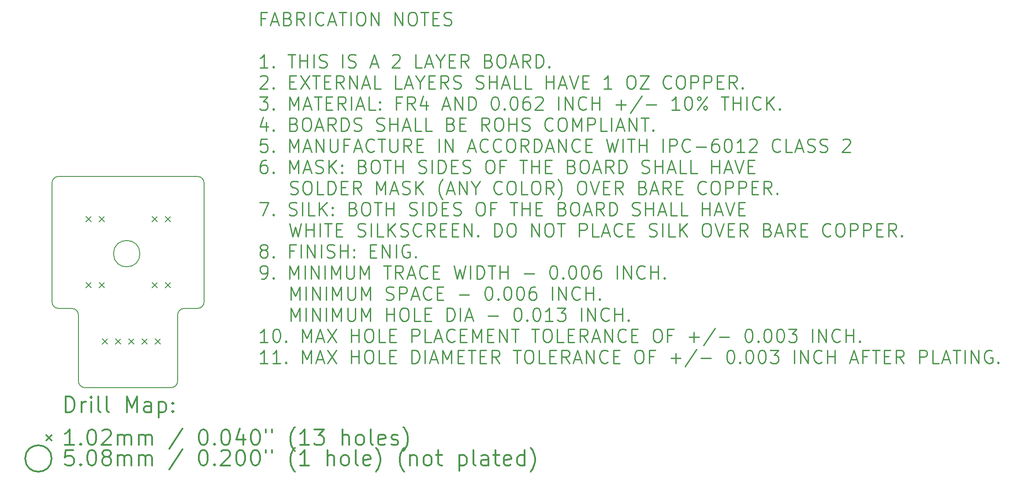
<source format=gbr>
G04 This is an RS-274x file exported by *
G04 gerbv version 2.6.0 *
G04 More information is available about gerbv at *
G04 http://gerbv.gpleda.org/ *
G04 --End of header info--*
%MOIN*%
%FSLAX34Y34*%
%IPPOS*%
G04 --Define apertures--*
%ADD10C,0.0050*%
%ADD11C,0.0059*%
%ADD12C,0.0079*%
%ADD13C,0.0118*%
%ADD14C,0.0138*%
%ADD15C,0.0100*%
G04 --Start main section--*
G54D11*
G01X0002350Y-020400D02*
G75*
G03X0001850Y-020900I0000000J-000500D01*
G01X0001850Y-029900D02*
G75*
G03X0002350Y-030400I0000500J0000000D01*
G01X0002350Y-030400D02*
G01X0003350Y-030400D01*
G01X0003850Y-035900D02*
G75*
G03X0004350Y-036400I0000500J0000000D01*
G01X0011850Y-030400D02*
G75*
G03X0011350Y-030900I0000000J-000500D01*
G01X0003850Y-030900D02*
G75*
G03X0003350Y-030400I-000500J0000000D01*
G01X0010850Y-036400D02*
G75*
G03X0011350Y-035900I0000000J0000500D01*
G01X0012850Y-030400D02*
G75*
G03X0013350Y-029900I0000000J0000500D01*
G01X0013350Y-020900D02*
G75*
G03X0012850Y-020400I-000500J0000000D01*
G01X0012850Y-030400D02*
G01X0011850Y-030400D01*
G01X0013350Y-020900D02*
G01X0013350Y-029900D01*
G01X0001850Y-020900D02*
G01X0001850Y-029900D01*
G01X0012850Y-020400D02*
G01X0002350Y-020400D01*
G01X0011350Y-035900D02*
G01X0011350Y-030900D01*
G01X0004350Y-036400D02*
G01X0010850Y-036400D01*
G01X0003850Y-030900D02*
G01X0003850Y-035900D01*
G54D12*
G01X0004428Y-023418D02*
G01X0004828Y-023818D01*
G01X0004828Y-023418D02*
G01X0004428Y-023818D01*
G01X0004428Y-028418D02*
G01X0004828Y-028818D01*
G01X0004828Y-028418D02*
G01X0004428Y-028818D01*
G01X0005428Y-023418D02*
G01X0005828Y-023818D01*
G01X0005828Y-023418D02*
G01X0005428Y-023818D01*
G01X0005428Y-028418D02*
G01X0005828Y-028818D01*
G01X0005828Y-028418D02*
G01X0005428Y-028818D01*
G01X0005650Y-032700D02*
G01X0006050Y-033100D01*
G01X0006050Y-032700D02*
G01X0005650Y-033100D01*
G01X0006650Y-032700D02*
G01X0007050Y-033100D01*
G01X0007050Y-032700D02*
G01X0006650Y-033100D01*
G01X0007650Y-032700D02*
G01X0008050Y-033100D01*
G01X0008050Y-032700D02*
G01X0007650Y-033100D01*
G01X0008650Y-032700D02*
G01X0009050Y-033100D01*
G01X0009050Y-032700D02*
G01X0008650Y-033100D01*
G01X0009428Y-023418D02*
G01X0009828Y-023818D01*
G01X0009828Y-023418D02*
G01X0009428Y-023818D01*
G01X0009428Y-028418D02*
G01X0009828Y-028818D01*
G01X0009828Y-028418D02*
G01X0009428Y-028818D01*
G01X0009650Y-032700D02*
G01X0010050Y-033100D01*
G01X0010050Y-032700D02*
G01X0009650Y-033100D01*
G01X0010428Y-023418D02*
G01X0010828Y-023818D01*
G01X0010828Y-023418D02*
G01X0010428Y-023818D01*
G01X0010428Y-028418D02*
G01X0010828Y-028818D01*
G01X0010828Y-028418D02*
G01X0010428Y-028818D01*
G01X0008500Y-026250D02*
G75*
G03X0008500Y-026250I-001000J0000000D01*
G54D13*
G01X0002889Y-038263D02*
G01X0002889Y-037082D01*
G01X0002889Y-037082D02*
G01X0003170Y-037082D01*
G01X0003170Y-037082D02*
G01X0003339Y-037138D01*
G01X0003339Y-037138D02*
G01X0003452Y-037251D01*
G01X0003452Y-037251D02*
G01X0003508Y-037363D01*
G01X0003508Y-037363D02*
G01X0003564Y-037588D01*
G01X0003564Y-037588D02*
G01X0003564Y-037757D01*
G01X0003564Y-037757D02*
G01X0003508Y-037982D01*
G01X0003508Y-037982D02*
G01X0003452Y-038094D01*
G01X0003452Y-038094D02*
G01X0003339Y-038207D01*
G01X0003339Y-038207D02*
G01X0003170Y-038263D01*
G01X0003170Y-038263D02*
G01X0002889Y-038263D01*
G01X0004070Y-038263D02*
G01X0004070Y-037476D01*
G01X0004070Y-037701D02*
G01X0004126Y-037588D01*
G01X0004126Y-037588D02*
G01X0004183Y-037532D01*
G01X0004183Y-037532D02*
G01X0004295Y-037476D01*
G01X0004295Y-037476D02*
G01X0004408Y-037476D01*
G01X0004801Y-038263D02*
G01X0004801Y-037476D01*
G01X0004801Y-037082D02*
G01X0004745Y-037138D01*
G01X0004745Y-037138D02*
G01X0004801Y-037194D01*
G01X0004801Y-037194D02*
G01X0004858Y-037138D01*
G01X0004858Y-037138D02*
G01X0004801Y-037082D01*
G01X0004801Y-037082D02*
G01X0004801Y-037194D01*
G01X0005533Y-038263D02*
G01X0005420Y-038207D01*
G01X0005420Y-038207D02*
G01X0005364Y-038094D01*
G01X0005364Y-038094D02*
G01X0005364Y-037082D01*
G01X0006151Y-038263D02*
G01X0006039Y-038207D01*
G01X0006039Y-038207D02*
G01X0005982Y-038094D01*
G01X0005982Y-038094D02*
G01X0005982Y-037082D01*
G01X0007501Y-038263D02*
G01X0007501Y-037082D01*
G01X0007501Y-037082D02*
G01X0007895Y-037926D01*
G01X0007895Y-037926D02*
G01X0008288Y-037082D01*
G01X0008288Y-037082D02*
G01X0008288Y-038263D01*
G01X0009357Y-038263D02*
G01X0009357Y-037644D01*
G01X0009357Y-037644D02*
G01X0009301Y-037532D01*
G01X0009301Y-037532D02*
G01X0009188Y-037476D01*
G01X0009188Y-037476D02*
G01X0008963Y-037476D01*
G01X0008963Y-037476D02*
G01X0008851Y-037532D01*
G01X0009357Y-038207D02*
G01X0009245Y-038263D01*
G01X0009245Y-038263D02*
G01X0008963Y-038263D01*
G01X0008963Y-038263D02*
G01X0008851Y-038207D01*
G01X0008851Y-038207D02*
G01X0008795Y-038094D01*
G01X0008795Y-038094D02*
G01X0008795Y-037982D01*
G01X0008795Y-037982D02*
G01X0008851Y-037869D01*
G01X0008851Y-037869D02*
G01X0008963Y-037813D01*
G01X0008963Y-037813D02*
G01X0009245Y-037813D01*
G01X0009245Y-037813D02*
G01X0009357Y-037757D01*
G01X0009919Y-037476D02*
G01X0009919Y-038657D01*
G01X0009919Y-037532D02*
G01X0010032Y-037476D01*
G01X0010032Y-037476D02*
G01X0010257Y-037476D01*
G01X0010257Y-037476D02*
G01X0010369Y-037532D01*
G01X0010369Y-037532D02*
G01X0010426Y-037588D01*
G01X0010426Y-037588D02*
G01X0010482Y-037701D01*
G01X0010482Y-037701D02*
G01X0010482Y-038038D01*
G01X0010482Y-038038D02*
G01X0010426Y-038151D01*
G01X0010426Y-038151D02*
G01X0010369Y-038207D01*
G01X0010369Y-038207D02*
G01X0010257Y-038263D01*
G01X0010257Y-038263D02*
G01X0010032Y-038263D01*
G01X0010032Y-038263D02*
G01X0009919Y-038207D01*
G01X0010988Y-038151D02*
G01X0011044Y-038207D01*
G01X0011044Y-038207D02*
G01X0010988Y-038263D01*
G01X0010988Y-038263D02*
G01X0010932Y-038207D01*
G01X0010932Y-038207D02*
G01X0010988Y-038151D01*
G01X0010988Y-038151D02*
G01X0010988Y-038263D01*
G01X0010988Y-037532D02*
G01X0011044Y-037588D01*
G01X0011044Y-037588D02*
G01X0010988Y-037644D01*
G01X0010988Y-037644D02*
G01X0010932Y-037588D01*
G01X0010932Y-037588D02*
G01X0010988Y-037532D01*
G01X0010988Y-037532D02*
G01X0010988Y-037644D01*
G01X0001420Y-040009D02*
G01X0001820Y-040409D01*
G01X0001820Y-040009D02*
G01X0001420Y-040409D01*
G01X0003508Y-040743D02*
G01X0002833Y-040743D01*
G01X0003170Y-040743D02*
G01X0003170Y-039562D01*
G01X0003170Y-039562D02*
G01X0003058Y-039731D01*
G01X0003058Y-039731D02*
G01X0002945Y-039843D01*
G01X0002945Y-039843D02*
G01X0002833Y-039900D01*
G01X0004014Y-040631D02*
G01X0004070Y-040687D01*
G01X0004070Y-040687D02*
G01X0004014Y-040743D01*
G01X0004014Y-040743D02*
G01X0003958Y-040687D01*
G01X0003958Y-040687D02*
G01X0004014Y-040631D01*
G01X0004014Y-040631D02*
G01X0004014Y-040743D01*
G01X0004801Y-039562D02*
G01X0004914Y-039562D01*
G01X0004914Y-039562D02*
G01X0005026Y-039619D01*
G01X0005026Y-039619D02*
G01X0005083Y-039675D01*
G01X0005083Y-039675D02*
G01X0005139Y-039787D01*
G01X0005139Y-039787D02*
G01X0005195Y-040012D01*
G01X0005195Y-040012D02*
G01X0005195Y-040293D01*
G01X0005195Y-040293D02*
G01X0005139Y-040518D01*
G01X0005139Y-040518D02*
G01X0005083Y-040631D01*
G01X0005083Y-040631D02*
G01X0005026Y-040687D01*
G01X0005026Y-040687D02*
G01X0004914Y-040743D01*
G01X0004914Y-040743D02*
G01X0004801Y-040743D01*
G01X0004801Y-040743D02*
G01X0004689Y-040687D01*
G01X0004689Y-040687D02*
G01X0004633Y-040631D01*
G01X0004633Y-040631D02*
G01X0004576Y-040518D01*
G01X0004576Y-040518D02*
G01X0004520Y-040293D01*
G01X0004520Y-040293D02*
G01X0004520Y-040012D01*
G01X0004520Y-040012D02*
G01X0004576Y-039787D01*
G01X0004576Y-039787D02*
G01X0004633Y-039675D01*
G01X0004633Y-039675D02*
G01X0004689Y-039619D01*
G01X0004689Y-039619D02*
G01X0004801Y-039562D01*
G01X0005645Y-039675D02*
G01X0005701Y-039619D01*
G01X0005701Y-039619D02*
G01X0005814Y-039562D01*
G01X0005814Y-039562D02*
G01X0006095Y-039562D01*
G01X0006095Y-039562D02*
G01X0006207Y-039619D01*
G01X0006207Y-039619D02*
G01X0006264Y-039675D01*
G01X0006264Y-039675D02*
G01X0006320Y-039787D01*
G01X0006320Y-039787D02*
G01X0006320Y-039900D01*
G01X0006320Y-039900D02*
G01X0006264Y-040068D01*
G01X0006264Y-040068D02*
G01X0005589Y-040743D01*
G01X0005589Y-040743D02*
G01X0006320Y-040743D01*
G01X0006826Y-040743D02*
G01X0006826Y-039956D01*
G01X0006826Y-040068D02*
G01X0006882Y-040012D01*
G01X0006882Y-040012D02*
G01X0006995Y-039956D01*
G01X0006995Y-039956D02*
G01X0007164Y-039956D01*
G01X0007164Y-039956D02*
G01X0007276Y-040012D01*
G01X0007276Y-040012D02*
G01X0007332Y-040125D01*
G01X0007332Y-040125D02*
G01X0007332Y-040743D01*
G01X0007332Y-040125D02*
G01X0007389Y-040012D01*
G01X0007389Y-040012D02*
G01X0007501Y-039956D01*
G01X0007501Y-039956D02*
G01X0007670Y-039956D01*
G01X0007670Y-039956D02*
G01X0007782Y-040012D01*
G01X0007782Y-040012D02*
G01X0007838Y-040125D01*
G01X0007838Y-040125D02*
G01X0007838Y-040743D01*
G01X0008401Y-040743D02*
G01X0008401Y-039956D01*
G01X0008401Y-040068D02*
G01X0008457Y-040012D01*
G01X0008457Y-040012D02*
G01X0008570Y-039956D01*
G01X0008570Y-039956D02*
G01X0008738Y-039956D01*
G01X0008738Y-039956D02*
G01X0008851Y-040012D01*
G01X0008851Y-040012D02*
G01X0008907Y-040125D01*
G01X0008907Y-040125D02*
G01X0008907Y-040743D01*
G01X0008907Y-040125D02*
G01X0008963Y-040012D01*
G01X0008963Y-040012D02*
G01X0009076Y-039956D01*
G01X0009076Y-039956D02*
G01X0009245Y-039956D01*
G01X0009245Y-039956D02*
G01X0009357Y-040012D01*
G01X0009357Y-040012D02*
G01X0009413Y-040125D01*
G01X0009413Y-040125D02*
G01X0009413Y-040743D01*
G01X0011719Y-039506D02*
G01X0010707Y-041025D01*
G01X0013238Y-039562D02*
G01X0013350Y-039562D01*
G01X0013350Y-039562D02*
G01X0013463Y-039619D01*
G01X0013463Y-039619D02*
G01X0013519Y-039675D01*
G01X0013519Y-039675D02*
G01X0013575Y-039787D01*
G01X0013575Y-039787D02*
G01X0013631Y-040012D01*
G01X0013631Y-040012D02*
G01X0013631Y-040293D01*
G01X0013631Y-040293D02*
G01X0013575Y-040518D01*
G01X0013575Y-040518D02*
G01X0013519Y-040631D01*
G01X0013519Y-040631D02*
G01X0013463Y-040687D01*
G01X0013463Y-040687D02*
G01X0013350Y-040743D01*
G01X0013350Y-040743D02*
G01X0013238Y-040743D01*
G01X0013238Y-040743D02*
G01X0013125Y-040687D01*
G01X0013125Y-040687D02*
G01X0013069Y-040631D01*
G01X0013069Y-040631D02*
G01X0013013Y-040518D01*
G01X0013013Y-040518D02*
G01X0012957Y-040293D01*
G01X0012957Y-040293D02*
G01X0012957Y-040012D01*
G01X0012957Y-040012D02*
G01X0013013Y-039787D01*
G01X0013013Y-039787D02*
G01X0013069Y-039675D01*
G01X0013069Y-039675D02*
G01X0013125Y-039619D01*
G01X0013125Y-039619D02*
G01X0013238Y-039562D01*
G01X0014138Y-040631D02*
G01X0014194Y-040687D01*
G01X0014194Y-040687D02*
G01X0014138Y-040743D01*
G01X0014138Y-040743D02*
G01X0014081Y-040687D01*
G01X0014081Y-040687D02*
G01X0014138Y-040631D01*
G01X0014138Y-040631D02*
G01X0014138Y-040743D01*
G01X0014925Y-039562D02*
G01X0015038Y-039562D01*
G01X0015038Y-039562D02*
G01X0015150Y-039619D01*
G01X0015150Y-039619D02*
G01X0015206Y-039675D01*
G01X0015206Y-039675D02*
G01X0015263Y-039787D01*
G01X0015263Y-039787D02*
G01X0015319Y-040012D01*
G01X0015319Y-040012D02*
G01X0015319Y-040293D01*
G01X0015319Y-040293D02*
G01X0015263Y-040518D01*
G01X0015263Y-040518D02*
G01X0015206Y-040631D01*
G01X0015206Y-040631D02*
G01X0015150Y-040687D01*
G01X0015150Y-040687D02*
G01X0015038Y-040743D01*
G01X0015038Y-040743D02*
G01X0014925Y-040743D01*
G01X0014925Y-040743D02*
G01X0014813Y-040687D01*
G01X0014813Y-040687D02*
G01X0014756Y-040631D01*
G01X0014756Y-040631D02*
G01X0014700Y-040518D01*
G01X0014700Y-040518D02*
G01X0014644Y-040293D01*
G01X0014644Y-040293D02*
G01X0014644Y-040012D01*
G01X0014644Y-040012D02*
G01X0014700Y-039787D01*
G01X0014700Y-039787D02*
G01X0014756Y-039675D01*
G01X0014756Y-039675D02*
G01X0014813Y-039619D01*
G01X0014813Y-039619D02*
G01X0014925Y-039562D01*
G01X0016331Y-039956D02*
G01X0016331Y-040743D01*
G01X0016050Y-039506D02*
G01X0015769Y-040350D01*
G01X0015769Y-040350D02*
G01X0016500Y-040350D01*
G01X0017175Y-039562D02*
G01X0017287Y-039562D01*
G01X0017287Y-039562D02*
G01X0017400Y-039619D01*
G01X0017400Y-039619D02*
G01X0017456Y-039675D01*
G01X0017456Y-039675D02*
G01X0017512Y-039787D01*
G01X0017512Y-039787D02*
G01X0017569Y-040012D01*
G01X0017569Y-040012D02*
G01X0017569Y-040293D01*
G01X0017569Y-040293D02*
G01X0017512Y-040518D01*
G01X0017512Y-040518D02*
G01X0017456Y-040631D01*
G01X0017456Y-040631D02*
G01X0017400Y-040687D01*
G01X0017400Y-040687D02*
G01X0017287Y-040743D01*
G01X0017287Y-040743D02*
G01X0017175Y-040743D01*
G01X0017175Y-040743D02*
G01X0017062Y-040687D01*
G01X0017062Y-040687D02*
G01X0017006Y-040631D01*
G01X0017006Y-040631D02*
G01X0016950Y-040518D01*
G01X0016950Y-040518D02*
G01X0016894Y-040293D01*
G01X0016894Y-040293D02*
G01X0016894Y-040012D01*
G01X0016894Y-040012D02*
G01X0016950Y-039787D01*
G01X0016950Y-039787D02*
G01X0017006Y-039675D01*
G01X0017006Y-039675D02*
G01X0017062Y-039619D01*
G01X0017062Y-039619D02*
G01X0017175Y-039562D01*
G01X0018018Y-039562D02*
G01X0018018Y-039787D01*
G01X0018468Y-039562D02*
G01X0018468Y-039787D01*
G01X0020212Y-041193D02*
G01X0020156Y-041137D01*
G01X0020156Y-041137D02*
G01X0020043Y-040968D01*
G01X0020043Y-040968D02*
G01X0019987Y-040856D01*
G01X0019987Y-040856D02*
G01X0019931Y-040687D01*
G01X0019931Y-040687D02*
G01X0019874Y-040406D01*
G01X0019874Y-040406D02*
G01X0019874Y-040181D01*
G01X0019874Y-040181D02*
G01X0019931Y-039900D01*
G01X0019931Y-039900D02*
G01X0019987Y-039731D01*
G01X0019987Y-039731D02*
G01X0020043Y-039619D01*
G01X0020043Y-039619D02*
G01X0020156Y-039450D01*
G01X0020156Y-039450D02*
G01X0020212Y-039394D01*
G01X0021281Y-040743D02*
G01X0020606Y-040743D01*
G01X0020943Y-040743D02*
G01X0020943Y-039562D01*
G01X0020943Y-039562D02*
G01X0020831Y-039731D01*
G01X0020831Y-039731D02*
G01X0020718Y-039843D01*
G01X0020718Y-039843D02*
G01X0020606Y-039900D01*
G01X0021674Y-039562D02*
G01X0022405Y-039562D01*
G01X0022405Y-039562D02*
G01X0022012Y-040012D01*
G01X0022012Y-040012D02*
G01X0022180Y-040012D01*
G01X0022180Y-040012D02*
G01X0022293Y-040068D01*
G01X0022293Y-040068D02*
G01X0022349Y-040125D01*
G01X0022349Y-040125D02*
G01X0022405Y-040237D01*
G01X0022405Y-040237D02*
G01X0022405Y-040518D01*
G01X0022405Y-040518D02*
G01X0022349Y-040631D01*
G01X0022349Y-040631D02*
G01X0022293Y-040687D01*
G01X0022293Y-040687D02*
G01X0022180Y-040743D01*
G01X0022180Y-040743D02*
G01X0021843Y-040743D01*
G01X0021843Y-040743D02*
G01X0021730Y-040687D01*
G01X0021730Y-040687D02*
G01X0021674Y-040631D01*
G01X0023811Y-040743D02*
G01X0023811Y-039562D01*
G01X0024318Y-040743D02*
G01X0024318Y-040125D01*
G01X0024318Y-040125D02*
G01X0024261Y-040012D01*
G01X0024261Y-040012D02*
G01X0024149Y-039956D01*
G01X0024149Y-039956D02*
G01X0023980Y-039956D01*
G01X0023980Y-039956D02*
G01X0023868Y-040012D01*
G01X0023868Y-040012D02*
G01X0023811Y-040068D01*
G01X0025049Y-040743D02*
G01X0024936Y-040687D01*
G01X0024936Y-040687D02*
G01X0024880Y-040631D01*
G01X0024880Y-040631D02*
G01X0024824Y-040518D01*
G01X0024824Y-040518D02*
G01X0024824Y-040181D01*
G01X0024824Y-040181D02*
G01X0024880Y-040068D01*
G01X0024880Y-040068D02*
G01X0024936Y-040012D01*
G01X0024936Y-040012D02*
G01X0025049Y-039956D01*
G01X0025049Y-039956D02*
G01X0025218Y-039956D01*
G01X0025218Y-039956D02*
G01X0025330Y-040012D01*
G01X0025330Y-040012D02*
G01X0025386Y-040068D01*
G01X0025386Y-040068D02*
G01X0025443Y-040181D01*
G01X0025443Y-040181D02*
G01X0025443Y-040518D01*
G01X0025443Y-040518D02*
G01X0025386Y-040631D01*
G01X0025386Y-040631D02*
G01X0025330Y-040687D01*
G01X0025330Y-040687D02*
G01X0025218Y-040743D01*
G01X0025218Y-040743D02*
G01X0025049Y-040743D01*
G01X0026117Y-040743D02*
G01X0026005Y-040687D01*
G01X0026005Y-040687D02*
G01X0025949Y-040575D01*
G01X0025949Y-040575D02*
G01X0025949Y-039562D01*
G01X0027017Y-040687D02*
G01X0026905Y-040743D01*
G01X0026905Y-040743D02*
G01X0026680Y-040743D01*
G01X0026680Y-040743D02*
G01X0026567Y-040687D01*
G01X0026567Y-040687D02*
G01X0026511Y-040575D01*
G01X0026511Y-040575D02*
G01X0026511Y-040125D01*
G01X0026511Y-040125D02*
G01X0026567Y-040012D01*
G01X0026567Y-040012D02*
G01X0026680Y-039956D01*
G01X0026680Y-039956D02*
G01X0026905Y-039956D01*
G01X0026905Y-039956D02*
G01X0027017Y-040012D01*
G01X0027017Y-040012D02*
G01X0027074Y-040125D01*
G01X0027074Y-040125D02*
G01X0027074Y-040237D01*
G01X0027074Y-040237D02*
G01X0026511Y-040350D01*
G01X0027524Y-040687D02*
G01X0027636Y-040743D01*
G01X0027636Y-040743D02*
G01X0027861Y-040743D01*
G01X0027861Y-040743D02*
G01X0027973Y-040687D01*
G01X0027973Y-040687D02*
G01X0028030Y-040575D01*
G01X0028030Y-040575D02*
G01X0028030Y-040518D01*
G01X0028030Y-040518D02*
G01X0027973Y-040406D01*
G01X0027973Y-040406D02*
G01X0027861Y-040350D01*
G01X0027861Y-040350D02*
G01X0027692Y-040350D01*
G01X0027692Y-040350D02*
G01X0027580Y-040293D01*
G01X0027580Y-040293D02*
G01X0027524Y-040181D01*
G01X0027524Y-040181D02*
G01X0027524Y-040125D01*
G01X0027524Y-040125D02*
G01X0027580Y-040012D01*
G01X0027580Y-040012D02*
G01X0027692Y-039956D01*
G01X0027692Y-039956D02*
G01X0027861Y-039956D01*
G01X0027861Y-039956D02*
G01X0027973Y-040012D01*
G01X0028423Y-041193D02*
G01X0028480Y-041137D01*
G01X0028480Y-041137D02*
G01X0028592Y-040968D01*
G01X0028592Y-040968D02*
G01X0028648Y-040856D01*
G01X0028648Y-040856D02*
G01X0028705Y-040687D01*
G01X0028705Y-040687D02*
G01X0028761Y-040406D01*
G01X0028761Y-040406D02*
G01X0028761Y-040181D01*
G01X0028761Y-040181D02*
G01X0028705Y-039900D01*
G01X0028705Y-039900D02*
G01X0028648Y-039731D01*
G01X0028648Y-039731D02*
G01X0028592Y-039619D01*
G01X0028592Y-039619D02*
G01X0028480Y-039450D01*
G01X0028480Y-039450D02*
G01X0028423Y-039394D01*
G01X0001820Y-041768D02*
G75*
G03X0001820Y-041768I-001000J0000000D01*
G01X0003452Y-041121D02*
G01X0002889Y-041121D01*
G01X0002889Y-041121D02*
G01X0002833Y-041684D01*
G01X0002833Y-041684D02*
G01X0002889Y-041628D01*
G01X0002889Y-041628D02*
G01X0003002Y-041571D01*
G01X0003002Y-041571D02*
G01X0003283Y-041571D01*
G01X0003283Y-041571D02*
G01X0003395Y-041628D01*
G01X0003395Y-041628D02*
G01X0003452Y-041684D01*
G01X0003452Y-041684D02*
G01X0003508Y-041796D01*
G01X0003508Y-041796D02*
G01X0003508Y-042077D01*
G01X0003508Y-042077D02*
G01X0003452Y-042190D01*
G01X0003452Y-042190D02*
G01X0003395Y-042246D01*
G01X0003395Y-042246D02*
G01X0003283Y-042302D01*
G01X0003283Y-042302D02*
G01X0003002Y-042302D01*
G01X0003002Y-042302D02*
G01X0002889Y-042246D01*
G01X0002889Y-042246D02*
G01X0002833Y-042190D01*
G01X0004014Y-042190D02*
G01X0004070Y-042246D01*
G01X0004070Y-042246D02*
G01X0004014Y-042302D01*
G01X0004014Y-042302D02*
G01X0003958Y-042246D01*
G01X0003958Y-042246D02*
G01X0004014Y-042190D01*
G01X0004014Y-042190D02*
G01X0004014Y-042302D01*
G01X0004801Y-041121D02*
G01X0004914Y-041121D01*
G01X0004914Y-041121D02*
G01X0005026Y-041178D01*
G01X0005026Y-041178D02*
G01X0005083Y-041234D01*
G01X0005083Y-041234D02*
G01X0005139Y-041346D01*
G01X0005139Y-041346D02*
G01X0005195Y-041571D01*
G01X0005195Y-041571D02*
G01X0005195Y-041852D01*
G01X0005195Y-041852D02*
G01X0005139Y-042077D01*
G01X0005139Y-042077D02*
G01X0005083Y-042190D01*
G01X0005083Y-042190D02*
G01X0005026Y-042246D01*
G01X0005026Y-042246D02*
G01X0004914Y-042302D01*
G01X0004914Y-042302D02*
G01X0004801Y-042302D01*
G01X0004801Y-042302D02*
G01X0004689Y-042246D01*
G01X0004689Y-042246D02*
G01X0004633Y-042190D01*
G01X0004633Y-042190D02*
G01X0004576Y-042077D01*
G01X0004576Y-042077D02*
G01X0004520Y-041852D01*
G01X0004520Y-041852D02*
G01X0004520Y-041571D01*
G01X0004520Y-041571D02*
G01X0004576Y-041346D01*
G01X0004576Y-041346D02*
G01X0004633Y-041234D01*
G01X0004633Y-041234D02*
G01X0004689Y-041178D01*
G01X0004689Y-041178D02*
G01X0004801Y-041121D01*
G01X0005870Y-041628D02*
G01X0005757Y-041571D01*
G01X0005757Y-041571D02*
G01X0005701Y-041515D01*
G01X0005701Y-041515D02*
G01X0005645Y-041403D01*
G01X0005645Y-041403D02*
G01X0005645Y-041346D01*
G01X0005645Y-041346D02*
G01X0005701Y-041234D01*
G01X0005701Y-041234D02*
G01X0005757Y-041178D01*
G01X0005757Y-041178D02*
G01X0005870Y-041121D01*
G01X0005870Y-041121D02*
G01X0006095Y-041121D01*
G01X0006095Y-041121D02*
G01X0006207Y-041178D01*
G01X0006207Y-041178D02*
G01X0006264Y-041234D01*
G01X0006264Y-041234D02*
G01X0006320Y-041346D01*
G01X0006320Y-041346D02*
G01X0006320Y-041403D01*
G01X0006320Y-041403D02*
G01X0006264Y-041515D01*
G01X0006264Y-041515D02*
G01X0006207Y-041571D01*
G01X0006207Y-041571D02*
G01X0006095Y-041628D01*
G01X0006095Y-041628D02*
G01X0005870Y-041628D01*
G01X0005870Y-041628D02*
G01X0005757Y-041684D01*
G01X0005757Y-041684D02*
G01X0005701Y-041740D01*
G01X0005701Y-041740D02*
G01X0005645Y-041852D01*
G01X0005645Y-041852D02*
G01X0005645Y-042077D01*
G01X0005645Y-042077D02*
G01X0005701Y-042190D01*
G01X0005701Y-042190D02*
G01X0005757Y-042246D01*
G01X0005757Y-042246D02*
G01X0005870Y-042302D01*
G01X0005870Y-042302D02*
G01X0006095Y-042302D01*
G01X0006095Y-042302D02*
G01X0006207Y-042246D01*
G01X0006207Y-042246D02*
G01X0006264Y-042190D01*
G01X0006264Y-042190D02*
G01X0006320Y-042077D01*
G01X0006320Y-042077D02*
G01X0006320Y-041852D01*
G01X0006320Y-041852D02*
G01X0006264Y-041740D01*
G01X0006264Y-041740D02*
G01X0006207Y-041684D01*
G01X0006207Y-041684D02*
G01X0006095Y-041628D01*
G01X0006826Y-042302D02*
G01X0006826Y-041515D01*
G01X0006826Y-041628D02*
G01X0006882Y-041571D01*
G01X0006882Y-041571D02*
G01X0006995Y-041515D01*
G01X0006995Y-041515D02*
G01X0007164Y-041515D01*
G01X0007164Y-041515D02*
G01X0007276Y-041571D01*
G01X0007276Y-041571D02*
G01X0007332Y-041684D01*
G01X0007332Y-041684D02*
G01X0007332Y-042302D01*
G01X0007332Y-041684D02*
G01X0007389Y-041571D01*
G01X0007389Y-041571D02*
G01X0007501Y-041515D01*
G01X0007501Y-041515D02*
G01X0007670Y-041515D01*
G01X0007670Y-041515D02*
G01X0007782Y-041571D01*
G01X0007782Y-041571D02*
G01X0007838Y-041684D01*
G01X0007838Y-041684D02*
G01X0007838Y-042302D01*
G01X0008401Y-042302D02*
G01X0008401Y-041515D01*
G01X0008401Y-041628D02*
G01X0008457Y-041571D01*
G01X0008457Y-041571D02*
G01X0008570Y-041515D01*
G01X0008570Y-041515D02*
G01X0008738Y-041515D01*
G01X0008738Y-041515D02*
G01X0008851Y-041571D01*
G01X0008851Y-041571D02*
G01X0008907Y-041684D01*
G01X0008907Y-041684D02*
G01X0008907Y-042302D01*
G01X0008907Y-041684D02*
G01X0008963Y-041571D01*
G01X0008963Y-041571D02*
G01X0009076Y-041515D01*
G01X0009076Y-041515D02*
G01X0009245Y-041515D01*
G01X0009245Y-041515D02*
G01X0009357Y-041571D01*
G01X0009357Y-041571D02*
G01X0009413Y-041684D01*
G01X0009413Y-041684D02*
G01X0009413Y-042302D01*
G01X0011719Y-041065D02*
G01X0010707Y-042584D01*
G01X0013238Y-041121D02*
G01X0013350Y-041121D01*
G01X0013350Y-041121D02*
G01X0013463Y-041178D01*
G01X0013463Y-041178D02*
G01X0013519Y-041234D01*
G01X0013519Y-041234D02*
G01X0013575Y-041346D01*
G01X0013575Y-041346D02*
G01X0013631Y-041571D01*
G01X0013631Y-041571D02*
G01X0013631Y-041852D01*
G01X0013631Y-041852D02*
G01X0013575Y-042077D01*
G01X0013575Y-042077D02*
G01X0013519Y-042190D01*
G01X0013519Y-042190D02*
G01X0013463Y-042246D01*
G01X0013463Y-042246D02*
G01X0013350Y-042302D01*
G01X0013350Y-042302D02*
G01X0013238Y-042302D01*
G01X0013238Y-042302D02*
G01X0013125Y-042246D01*
G01X0013125Y-042246D02*
G01X0013069Y-042190D01*
G01X0013069Y-042190D02*
G01X0013013Y-042077D01*
G01X0013013Y-042077D02*
G01X0012957Y-041852D01*
G01X0012957Y-041852D02*
G01X0012957Y-041571D01*
G01X0012957Y-041571D02*
G01X0013013Y-041346D01*
G01X0013013Y-041346D02*
G01X0013069Y-041234D01*
G01X0013069Y-041234D02*
G01X0013125Y-041178D01*
G01X0013125Y-041178D02*
G01X0013238Y-041121D01*
G01X0014138Y-042190D02*
G01X0014194Y-042246D01*
G01X0014194Y-042246D02*
G01X0014138Y-042302D01*
G01X0014138Y-042302D02*
G01X0014081Y-042246D01*
G01X0014081Y-042246D02*
G01X0014138Y-042190D01*
G01X0014138Y-042190D02*
G01X0014138Y-042302D01*
G01X0014644Y-041234D02*
G01X0014700Y-041178D01*
G01X0014700Y-041178D02*
G01X0014813Y-041121D01*
G01X0014813Y-041121D02*
G01X0015094Y-041121D01*
G01X0015094Y-041121D02*
G01X0015206Y-041178D01*
G01X0015206Y-041178D02*
G01X0015263Y-041234D01*
G01X0015263Y-041234D02*
G01X0015319Y-041346D01*
G01X0015319Y-041346D02*
G01X0015319Y-041459D01*
G01X0015319Y-041459D02*
G01X0015263Y-041628D01*
G01X0015263Y-041628D02*
G01X0014588Y-042302D01*
G01X0014588Y-042302D02*
G01X0015319Y-042302D01*
G01X0016050Y-041121D02*
G01X0016162Y-041121D01*
G01X0016162Y-041121D02*
G01X0016275Y-041178D01*
G01X0016275Y-041178D02*
G01X0016331Y-041234D01*
G01X0016331Y-041234D02*
G01X0016387Y-041346D01*
G01X0016387Y-041346D02*
G01X0016444Y-041571D01*
G01X0016444Y-041571D02*
G01X0016444Y-041852D01*
G01X0016444Y-041852D02*
G01X0016387Y-042077D01*
G01X0016387Y-042077D02*
G01X0016331Y-042190D01*
G01X0016331Y-042190D02*
G01X0016275Y-042246D01*
G01X0016275Y-042246D02*
G01X0016162Y-042302D01*
G01X0016162Y-042302D02*
G01X0016050Y-042302D01*
G01X0016050Y-042302D02*
G01X0015937Y-042246D01*
G01X0015937Y-042246D02*
G01X0015881Y-042190D01*
G01X0015881Y-042190D02*
G01X0015825Y-042077D01*
G01X0015825Y-042077D02*
G01X0015769Y-041852D01*
G01X0015769Y-041852D02*
G01X0015769Y-041571D01*
G01X0015769Y-041571D02*
G01X0015825Y-041346D01*
G01X0015825Y-041346D02*
G01X0015881Y-041234D01*
G01X0015881Y-041234D02*
G01X0015937Y-041178D01*
G01X0015937Y-041178D02*
G01X0016050Y-041121D01*
G01X0017175Y-041121D02*
G01X0017287Y-041121D01*
G01X0017287Y-041121D02*
G01X0017400Y-041178D01*
G01X0017400Y-041178D02*
G01X0017456Y-041234D01*
G01X0017456Y-041234D02*
G01X0017512Y-041346D01*
G01X0017512Y-041346D02*
G01X0017569Y-041571D01*
G01X0017569Y-041571D02*
G01X0017569Y-041852D01*
G01X0017569Y-041852D02*
G01X0017512Y-042077D01*
G01X0017512Y-042077D02*
G01X0017456Y-042190D01*
G01X0017456Y-042190D02*
G01X0017400Y-042246D01*
G01X0017400Y-042246D02*
G01X0017287Y-042302D01*
G01X0017287Y-042302D02*
G01X0017175Y-042302D01*
G01X0017175Y-042302D02*
G01X0017062Y-042246D01*
G01X0017062Y-042246D02*
G01X0017006Y-042190D01*
G01X0017006Y-042190D02*
G01X0016950Y-042077D01*
G01X0016950Y-042077D02*
G01X0016894Y-041852D01*
G01X0016894Y-041852D02*
G01X0016894Y-041571D01*
G01X0016894Y-041571D02*
G01X0016950Y-041346D01*
G01X0016950Y-041346D02*
G01X0017006Y-041234D01*
G01X0017006Y-041234D02*
G01X0017062Y-041178D01*
G01X0017062Y-041178D02*
G01X0017175Y-041121D01*
G01X0018018Y-041121D02*
G01X0018018Y-041346D01*
G01X0018468Y-041121D02*
G01X0018468Y-041346D01*
G01X0020212Y-042752D02*
G01X0020156Y-042696D01*
G01X0020156Y-042696D02*
G01X0020043Y-042527D01*
G01X0020043Y-042527D02*
G01X0019987Y-042415D01*
G01X0019987Y-042415D02*
G01X0019931Y-042246D01*
G01X0019931Y-042246D02*
G01X0019874Y-041965D01*
G01X0019874Y-041965D02*
G01X0019874Y-041740D01*
G01X0019874Y-041740D02*
G01X0019931Y-041459D01*
G01X0019931Y-041459D02*
G01X0019987Y-041290D01*
G01X0019987Y-041290D02*
G01X0020043Y-041178D01*
G01X0020043Y-041178D02*
G01X0020156Y-041009D01*
G01X0020156Y-041009D02*
G01X0020212Y-040953D01*
G01X0021281Y-042302D02*
G01X0020606Y-042302D01*
G01X0020943Y-042302D02*
G01X0020943Y-041121D01*
G01X0020943Y-041121D02*
G01X0020831Y-041290D01*
G01X0020831Y-041290D02*
G01X0020718Y-041403D01*
G01X0020718Y-041403D02*
G01X0020606Y-041459D01*
G01X0022687Y-042302D02*
G01X0022687Y-041121D01*
G01X0023193Y-042302D02*
G01X0023193Y-041684D01*
G01X0023193Y-041684D02*
G01X0023137Y-041571D01*
G01X0023137Y-041571D02*
G01X0023024Y-041515D01*
G01X0023024Y-041515D02*
G01X0022855Y-041515D01*
G01X0022855Y-041515D02*
G01X0022743Y-041571D01*
G01X0022743Y-041571D02*
G01X0022687Y-041628D01*
G01X0023924Y-042302D02*
G01X0023811Y-042246D01*
G01X0023811Y-042246D02*
G01X0023755Y-042190D01*
G01X0023755Y-042190D02*
G01X0023699Y-042077D01*
G01X0023699Y-042077D02*
G01X0023699Y-041740D01*
G01X0023699Y-041740D02*
G01X0023755Y-041628D01*
G01X0023755Y-041628D02*
G01X0023811Y-041571D01*
G01X0023811Y-041571D02*
G01X0023924Y-041515D01*
G01X0023924Y-041515D02*
G01X0024093Y-041515D01*
G01X0024093Y-041515D02*
G01X0024205Y-041571D01*
G01X0024205Y-041571D02*
G01X0024261Y-041628D01*
G01X0024261Y-041628D02*
G01X0024318Y-041740D01*
G01X0024318Y-041740D02*
G01X0024318Y-042077D01*
G01X0024318Y-042077D02*
G01X0024261Y-042190D01*
G01X0024261Y-042190D02*
G01X0024205Y-042246D01*
G01X0024205Y-042246D02*
G01X0024093Y-042302D01*
G01X0024093Y-042302D02*
G01X0023924Y-042302D01*
G01X0024993Y-042302D02*
G01X0024880Y-042246D01*
G01X0024880Y-042246D02*
G01X0024824Y-042134D01*
G01X0024824Y-042134D02*
G01X0024824Y-041121D01*
G01X0025892Y-042246D02*
G01X0025780Y-042302D01*
G01X0025780Y-042302D02*
G01X0025555Y-042302D01*
G01X0025555Y-042302D02*
G01X0025443Y-042246D01*
G01X0025443Y-042246D02*
G01X0025386Y-042134D01*
G01X0025386Y-042134D02*
G01X0025386Y-041684D01*
G01X0025386Y-041684D02*
G01X0025443Y-041571D01*
G01X0025443Y-041571D02*
G01X0025555Y-041515D01*
G01X0025555Y-041515D02*
G01X0025780Y-041515D01*
G01X0025780Y-041515D02*
G01X0025892Y-041571D01*
G01X0025892Y-041571D02*
G01X0025949Y-041684D01*
G01X0025949Y-041684D02*
G01X0025949Y-041796D01*
G01X0025949Y-041796D02*
G01X0025386Y-041909D01*
G01X0026342Y-042752D02*
G01X0026399Y-042696D01*
G01X0026399Y-042696D02*
G01X0026511Y-042527D01*
G01X0026511Y-042527D02*
G01X0026567Y-042415D01*
G01X0026567Y-042415D02*
G01X0026624Y-042246D01*
G01X0026624Y-042246D02*
G01X0026680Y-041965D01*
G01X0026680Y-041965D02*
G01X0026680Y-041740D01*
G01X0026680Y-041740D02*
G01X0026624Y-041459D01*
G01X0026624Y-041459D02*
G01X0026567Y-041290D01*
G01X0026567Y-041290D02*
G01X0026511Y-041178D01*
G01X0026511Y-041178D02*
G01X0026399Y-041009D01*
G01X0026399Y-041009D02*
G01X0026342Y-040953D01*
G01X0028480Y-042752D02*
G01X0028423Y-042696D01*
G01X0028423Y-042696D02*
G01X0028311Y-042527D01*
G01X0028311Y-042527D02*
G01X0028255Y-042415D01*
G01X0028255Y-042415D02*
G01X0028198Y-042246D01*
G01X0028198Y-042246D02*
G01X0028142Y-041965D01*
G01X0028142Y-041965D02*
G01X0028142Y-041740D01*
G01X0028142Y-041740D02*
G01X0028198Y-041459D01*
G01X0028198Y-041459D02*
G01X0028255Y-041290D01*
G01X0028255Y-041290D02*
G01X0028311Y-041178D01*
G01X0028311Y-041178D02*
G01X0028423Y-041009D01*
G01X0028423Y-041009D02*
G01X0028480Y-040953D01*
G01X0028930Y-041515D02*
G01X0028930Y-042302D01*
G01X0028930Y-041628D02*
G01X0028986Y-041571D01*
G01X0028986Y-041571D02*
G01X0029098Y-041515D01*
G01X0029098Y-041515D02*
G01X0029267Y-041515D01*
G01X0029267Y-041515D02*
G01X0029380Y-041571D01*
G01X0029380Y-041571D02*
G01X0029436Y-041684D01*
G01X0029436Y-041684D02*
G01X0029436Y-042302D01*
G01X0030167Y-042302D02*
G01X0030054Y-042246D01*
G01X0030054Y-042246D02*
G01X0029998Y-042190D01*
G01X0029998Y-042190D02*
G01X0029942Y-042077D01*
G01X0029942Y-042077D02*
G01X0029942Y-041740D01*
G01X0029942Y-041740D02*
G01X0029998Y-041628D01*
G01X0029998Y-041628D02*
G01X0030054Y-041571D01*
G01X0030054Y-041571D02*
G01X0030167Y-041515D01*
G01X0030167Y-041515D02*
G01X0030336Y-041515D01*
G01X0030336Y-041515D02*
G01X0030448Y-041571D01*
G01X0030448Y-041571D02*
G01X0030504Y-041628D01*
G01X0030504Y-041628D02*
G01X0030561Y-041740D01*
G01X0030561Y-041740D02*
G01X0030561Y-042077D01*
G01X0030561Y-042077D02*
G01X0030504Y-042190D01*
G01X0030504Y-042190D02*
G01X0030448Y-042246D01*
G01X0030448Y-042246D02*
G01X0030336Y-042302D01*
G01X0030336Y-042302D02*
G01X0030167Y-042302D01*
G01X0030898Y-041515D02*
G01X0031348Y-041515D01*
G01X0031067Y-041121D02*
G01X0031067Y-042134D01*
G01X0031067Y-042134D02*
G01X0031123Y-042246D01*
G01X0031123Y-042246D02*
G01X0031236Y-042302D01*
G01X0031236Y-042302D02*
G01X0031348Y-042302D01*
G01X0032642Y-041515D02*
G01X0032642Y-042696D01*
G01X0032642Y-041571D02*
G01X0032754Y-041515D01*
G01X0032754Y-041515D02*
G01X0032979Y-041515D01*
G01X0032979Y-041515D02*
G01X0033092Y-041571D01*
G01X0033092Y-041571D02*
G01X0033148Y-041628D01*
G01X0033148Y-041628D02*
G01X0033204Y-041740D01*
G01X0033204Y-041740D02*
G01X0033204Y-042077D01*
G01X0033204Y-042077D02*
G01X0033148Y-042190D01*
G01X0033148Y-042190D02*
G01X0033092Y-042246D01*
G01X0033092Y-042246D02*
G01X0032979Y-042302D01*
G01X0032979Y-042302D02*
G01X0032754Y-042302D01*
G01X0032754Y-042302D02*
G01X0032642Y-042246D01*
G01X0033879Y-042302D02*
G01X0033766Y-042246D01*
G01X0033766Y-042246D02*
G01X0033710Y-042134D01*
G01X0033710Y-042134D02*
G01X0033710Y-041121D01*
G01X0034835Y-042302D02*
G01X0034835Y-041684D01*
G01X0034835Y-041684D02*
G01X0034779Y-041571D01*
G01X0034779Y-041571D02*
G01X0034666Y-041515D01*
G01X0034666Y-041515D02*
G01X0034441Y-041515D01*
G01X0034441Y-041515D02*
G01X0034329Y-041571D01*
G01X0034835Y-042246D02*
G01X0034723Y-042302D01*
G01X0034723Y-042302D02*
G01X0034441Y-042302D01*
G01X0034441Y-042302D02*
G01X0034329Y-042246D01*
G01X0034329Y-042246D02*
G01X0034273Y-042134D01*
G01X0034273Y-042134D02*
G01X0034273Y-042021D01*
G01X0034273Y-042021D02*
G01X0034329Y-041909D01*
G01X0034329Y-041909D02*
G01X0034441Y-041852D01*
G01X0034441Y-041852D02*
G01X0034723Y-041852D01*
G01X0034723Y-041852D02*
G01X0034835Y-041796D01*
G01X0035229Y-041515D02*
G01X0035679Y-041515D01*
G01X0035398Y-041121D02*
G01X0035398Y-042134D01*
G01X0035398Y-042134D02*
G01X0035454Y-042246D01*
G01X0035454Y-042246D02*
G01X0035566Y-042302D01*
G01X0035566Y-042302D02*
G01X0035679Y-042302D01*
G01X0036522Y-042246D02*
G01X0036410Y-042302D01*
G01X0036410Y-042302D02*
G01X0036185Y-042302D01*
G01X0036185Y-042302D02*
G01X0036072Y-042246D01*
G01X0036072Y-042246D02*
G01X0036016Y-042134D01*
G01X0036016Y-042134D02*
G01X0036016Y-041684D01*
G01X0036016Y-041684D02*
G01X0036072Y-041571D01*
G01X0036072Y-041571D02*
G01X0036185Y-041515D01*
G01X0036185Y-041515D02*
G01X0036410Y-041515D01*
G01X0036410Y-041515D02*
G01X0036522Y-041571D01*
G01X0036522Y-041571D02*
G01X0036579Y-041684D01*
G01X0036579Y-041684D02*
G01X0036579Y-041796D01*
G01X0036579Y-041796D02*
G01X0036016Y-041909D01*
G01X0037591Y-042302D02*
G01X0037591Y-041121D01*
G01X0037591Y-042246D02*
G01X0037479Y-042302D01*
G01X0037479Y-042302D02*
G01X0037254Y-042302D01*
G01X0037254Y-042302D02*
G01X0037141Y-042246D01*
G01X0037141Y-042246D02*
G01X0037085Y-042190D01*
G01X0037085Y-042190D02*
G01X0037029Y-042077D01*
G01X0037029Y-042077D02*
G01X0037029Y-041740D01*
G01X0037029Y-041740D02*
G01X0037085Y-041628D01*
G01X0037085Y-041628D02*
G01X0037141Y-041571D01*
G01X0037141Y-041571D02*
G01X0037254Y-041515D01*
G01X0037254Y-041515D02*
G01X0037479Y-041515D01*
G01X0037479Y-041515D02*
G01X0037591Y-041571D01*
G01X0038041Y-042752D02*
G01X0038097Y-042696D01*
G01X0038097Y-042696D02*
G01X0038210Y-042527D01*
G01X0038210Y-042527D02*
G01X0038266Y-042415D01*
G01X0038266Y-042415D02*
G01X0038322Y-042246D01*
G01X0038322Y-042246D02*
G01X0038378Y-041965D01*
G01X0038378Y-041965D02*
G01X0038378Y-041740D01*
G01X0038378Y-041740D02*
G01X0038322Y-041459D01*
G01X0038322Y-041459D02*
G01X0038266Y-041290D01*
G01X0038266Y-041290D02*
G01X0038210Y-041178D01*
G01X0038210Y-041178D02*
G01X0038097Y-041009D01*
G01X0038097Y-041009D02*
G01X0038041Y-040953D01*
G01X0000000Y0000000D02*
G54D11*
G01X0002350Y-020400D02*
G75*
G03X0001850Y-020900I0000000J-000500D01*
G01X0001850Y-029900D02*
G75*
G03X0002350Y-030400I0000500J0000000D01*
G01X0002350Y-030400D02*
G01X0003350Y-030400D01*
G01X0003850Y-035900D02*
G75*
G03X0004350Y-036400I0000500J0000000D01*
G01X0011850Y-030400D02*
G75*
G03X0011350Y-030900I0000000J-000500D01*
G01X0003850Y-030900D02*
G75*
G03X0003350Y-030400I-000500J0000000D01*
G01X0010850Y-036400D02*
G75*
G03X0011350Y-035900I0000000J0000500D01*
G01X0012850Y-030400D02*
G75*
G03X0013350Y-029900I0000000J0000500D01*
G01X0013350Y-020900D02*
G75*
G03X0012850Y-020400I-000500J0000000D01*
G01X0012850Y-030400D02*
G01X0011850Y-030400D01*
G01X0013350Y-020900D02*
G01X0013350Y-029900D01*
G01X0001850Y-020900D02*
G01X0001850Y-029900D01*
G01X0012850Y-020400D02*
G01X0002350Y-020400D01*
G01X0011350Y-035900D02*
G01X0011350Y-030900D01*
G01X0004350Y-036400D02*
G01X0010850Y-036400D01*
G01X0003850Y-030900D02*
G01X0003850Y-035900D01*
G01X0000000Y0000000D02*
G54D15*
G01X0017971Y-008429D02*
G01X0017638Y-008429D01*
G01X0017638Y-008952D02*
G01X0017638Y-007952D01*
G01X0017638Y-007952D02*
G01X0018114Y-007952D01*
G01X0018448Y-008667D02*
G01X0018924Y-008667D01*
G01X0018352Y-008952D02*
G01X0018686Y-007952D01*
G01X0018686Y-007952D02*
G01X0019019Y-008952D01*
G01X0019686Y-008429D02*
G01X0019829Y-008476D01*
G01X0019829Y-008476D02*
G01X0019876Y-008524D01*
G01X0019876Y-008524D02*
G01X0019924Y-008619D01*
G01X0019924Y-008619D02*
G01X0019924Y-008762D01*
G01X0019924Y-008762D02*
G01X0019876Y-008857D01*
G01X0019876Y-008857D02*
G01X0019829Y-008905D01*
G01X0019829Y-008905D02*
G01X0019733Y-008952D01*
G01X0019733Y-008952D02*
G01X0019352Y-008952D01*
G01X0019352Y-008952D02*
G01X0019352Y-007952D01*
G01X0019352Y-007952D02*
G01X0019686Y-007952D01*
G01X0019686Y-007952D02*
G01X0019781Y-008000D01*
G01X0019781Y-008000D02*
G01X0019829Y-008048D01*
G01X0019829Y-008048D02*
G01X0019876Y-008143D01*
G01X0019876Y-008143D02*
G01X0019876Y-008238D01*
G01X0019876Y-008238D02*
G01X0019829Y-008333D01*
G01X0019829Y-008333D02*
G01X0019781Y-008381D01*
G01X0019781Y-008381D02*
G01X0019686Y-008429D01*
G01X0019686Y-008429D02*
G01X0019352Y-008429D01*
G01X0020924Y-008952D02*
G01X0020590Y-008476D01*
G01X0020352Y-008952D02*
G01X0020352Y-007952D01*
G01X0020352Y-007952D02*
G01X0020733Y-007952D01*
G01X0020733Y-007952D02*
G01X0020829Y-008000D01*
G01X0020829Y-008000D02*
G01X0020876Y-008048D01*
G01X0020876Y-008048D02*
G01X0020924Y-008143D01*
G01X0020924Y-008143D02*
G01X0020924Y-008286D01*
G01X0020924Y-008286D02*
G01X0020876Y-008381D01*
G01X0020876Y-008381D02*
G01X0020829Y-008429D01*
G01X0020829Y-008429D02*
G01X0020733Y-008476D01*
G01X0020733Y-008476D02*
G01X0020352Y-008476D01*
G01X0021352Y-008952D02*
G01X0021352Y-007952D01*
G01X0022400Y-008857D02*
G01X0022352Y-008905D01*
G01X0022352Y-008905D02*
G01X0022210Y-008952D01*
G01X0022210Y-008952D02*
G01X0022114Y-008952D01*
G01X0022114Y-008952D02*
G01X0021971Y-008905D01*
G01X0021971Y-008905D02*
G01X0021876Y-008810D01*
G01X0021876Y-008810D02*
G01X0021829Y-008714D01*
G01X0021829Y-008714D02*
G01X0021781Y-008524D01*
G01X0021781Y-008524D02*
G01X0021781Y-008381D01*
G01X0021781Y-008381D02*
G01X0021829Y-008190D01*
G01X0021829Y-008190D02*
G01X0021876Y-008095D01*
G01X0021876Y-008095D02*
G01X0021971Y-008000D01*
G01X0021971Y-008000D02*
G01X0022114Y-007952D01*
G01X0022114Y-007952D02*
G01X0022210Y-007952D01*
G01X0022210Y-007952D02*
G01X0022352Y-008000D01*
G01X0022352Y-008000D02*
G01X0022400Y-008048D01*
G01X0022781Y-008667D02*
G01X0023257Y-008667D01*
G01X0022686Y-008952D02*
G01X0023019Y-007952D01*
G01X0023019Y-007952D02*
G01X0023352Y-008952D01*
G01X0023543Y-007952D02*
G01X0024114Y-007952D01*
G01X0023829Y-008952D02*
G01X0023829Y-007952D01*
G01X0024448Y-008952D02*
G01X0024448Y-007952D01*
G01X0025114Y-007952D02*
G01X0025305Y-007952D01*
G01X0025305Y-007952D02*
G01X0025400Y-008000D01*
G01X0025400Y-008000D02*
G01X0025495Y-008095D01*
G01X0025495Y-008095D02*
G01X0025543Y-008286D01*
G01X0025543Y-008286D02*
G01X0025543Y-008619D01*
G01X0025543Y-008619D02*
G01X0025495Y-008810D01*
G01X0025495Y-008810D02*
G01X0025400Y-008905D01*
G01X0025400Y-008905D02*
G01X0025305Y-008952D01*
G01X0025305Y-008952D02*
G01X0025114Y-008952D01*
G01X0025114Y-008952D02*
G01X0025019Y-008905D01*
G01X0025019Y-008905D02*
G01X0024924Y-008810D01*
G01X0024924Y-008810D02*
G01X0024876Y-008619D01*
G01X0024876Y-008619D02*
G01X0024876Y-008286D01*
G01X0024876Y-008286D02*
G01X0024924Y-008095D01*
G01X0024924Y-008095D02*
G01X0025019Y-008000D01*
G01X0025019Y-008000D02*
G01X0025114Y-007952D01*
G01X0025971Y-008952D02*
G01X0025971Y-007952D01*
G01X0025971Y-007952D02*
G01X0026543Y-008952D01*
G01X0026543Y-008952D02*
G01X0026543Y-007952D01*
G01X0027781Y-008952D02*
G01X0027781Y-007952D01*
G01X0027781Y-007952D02*
G01X0028352Y-008952D01*
G01X0028352Y-008952D02*
G01X0028352Y-007952D01*
G01X0029019Y-007952D02*
G01X0029210Y-007952D01*
G01X0029210Y-007952D02*
G01X0029305Y-008000D01*
G01X0029305Y-008000D02*
G01X0029400Y-008095D01*
G01X0029400Y-008095D02*
G01X0029448Y-008286D01*
G01X0029448Y-008286D02*
G01X0029448Y-008619D01*
G01X0029448Y-008619D02*
G01X0029400Y-008810D01*
G01X0029400Y-008810D02*
G01X0029305Y-008905D01*
G01X0029305Y-008905D02*
G01X0029210Y-008952D01*
G01X0029210Y-008952D02*
G01X0029019Y-008952D01*
G01X0029019Y-008952D02*
G01X0028924Y-008905D01*
G01X0028924Y-008905D02*
G01X0028829Y-008810D01*
G01X0028829Y-008810D02*
G01X0028781Y-008619D01*
G01X0028781Y-008619D02*
G01X0028781Y-008286D01*
G01X0028781Y-008286D02*
G01X0028829Y-008095D01*
G01X0028829Y-008095D02*
G01X0028924Y-008000D01*
G01X0028924Y-008000D02*
G01X0029019Y-007952D01*
G01X0029733Y-007952D02*
G01X0030305Y-007952D01*
G01X0030019Y-008952D02*
G01X0030019Y-007952D01*
G01X0030638Y-008429D02*
G01X0030971Y-008429D01*
G01X0031114Y-008952D02*
G01X0030638Y-008952D01*
G01X0030638Y-008952D02*
G01X0030638Y-007952D01*
G01X0030638Y-007952D02*
G01X0031114Y-007952D01*
G01X0031495Y-008905D02*
G01X0031638Y-008952D01*
G01X0031638Y-008952D02*
G01X0031876Y-008952D01*
G01X0031876Y-008952D02*
G01X0031971Y-008905D01*
G01X0031971Y-008905D02*
G01X0032019Y-008857D01*
G01X0032019Y-008857D02*
G01X0032067Y-008762D01*
G01X0032067Y-008762D02*
G01X0032067Y-008667D01*
G01X0032067Y-008667D02*
G01X0032019Y-008571D01*
G01X0032019Y-008571D02*
G01X0031971Y-008524D01*
G01X0031971Y-008524D02*
G01X0031876Y-008476D01*
G01X0031876Y-008476D02*
G01X0031686Y-008429D01*
G01X0031686Y-008429D02*
G01X0031590Y-008381D01*
G01X0031590Y-008381D02*
G01X0031543Y-008333D01*
G01X0031543Y-008333D02*
G01X0031495Y-008238D01*
G01X0031495Y-008238D02*
G01X0031495Y-008143D01*
G01X0031495Y-008143D02*
G01X0031543Y-008048D01*
G01X0031543Y-008048D02*
G01X0031590Y-008000D01*
G01X0031590Y-008000D02*
G01X0031686Y-007952D01*
G01X0031686Y-007952D02*
G01X0031924Y-007952D01*
G01X0031924Y-007952D02*
G01X0032067Y-008000D01*
G01X0018162Y-012152D02*
G01X0017590Y-012152D01*
G01X0017876Y-012152D02*
G01X0017876Y-011152D01*
G01X0017876Y-011152D02*
G01X0017781Y-011295D01*
G01X0017781Y-011295D02*
G01X0017686Y-011390D01*
G01X0017686Y-011390D02*
G01X0017590Y-011438D01*
G01X0018590Y-012057D02*
G01X0018638Y-012105D01*
G01X0018638Y-012105D02*
G01X0018590Y-012152D01*
G01X0018590Y-012152D02*
G01X0018543Y-012105D01*
G01X0018543Y-012105D02*
G01X0018590Y-012057D01*
G01X0018590Y-012057D02*
G01X0018590Y-012152D01*
G01X0019686Y-011152D02*
G01X0020257Y-011152D01*
G01X0019971Y-012152D02*
G01X0019971Y-011152D01*
G01X0020590Y-012152D02*
G01X0020590Y-011152D01*
G01X0020590Y-011629D02*
G01X0021162Y-011629D01*
G01X0021162Y-012152D02*
G01X0021162Y-011152D01*
G01X0021638Y-012152D02*
G01X0021638Y-011152D01*
G01X0022067Y-012105D02*
G01X0022210Y-012152D01*
G01X0022210Y-012152D02*
G01X0022448Y-012152D01*
G01X0022448Y-012152D02*
G01X0022543Y-012105D01*
G01X0022543Y-012105D02*
G01X0022590Y-012057D01*
G01X0022590Y-012057D02*
G01X0022638Y-011962D01*
G01X0022638Y-011962D02*
G01X0022638Y-011867D01*
G01X0022638Y-011867D02*
G01X0022590Y-011771D01*
G01X0022590Y-011771D02*
G01X0022543Y-011724D01*
G01X0022543Y-011724D02*
G01X0022448Y-011676D01*
G01X0022448Y-011676D02*
G01X0022257Y-011629D01*
G01X0022257Y-011629D02*
G01X0022162Y-011581D01*
G01X0022162Y-011581D02*
G01X0022114Y-011533D01*
G01X0022114Y-011533D02*
G01X0022067Y-011438D01*
G01X0022067Y-011438D02*
G01X0022067Y-011343D01*
G01X0022067Y-011343D02*
G01X0022114Y-011248D01*
G01X0022114Y-011248D02*
G01X0022162Y-011200D01*
G01X0022162Y-011200D02*
G01X0022257Y-011152D01*
G01X0022257Y-011152D02*
G01X0022495Y-011152D01*
G01X0022495Y-011152D02*
G01X0022638Y-011200D01*
G01X0023829Y-012152D02*
G01X0023829Y-011152D01*
G01X0024257Y-012105D02*
G01X0024400Y-012152D01*
G01X0024400Y-012152D02*
G01X0024638Y-012152D01*
G01X0024638Y-012152D02*
G01X0024733Y-012105D01*
G01X0024733Y-012105D02*
G01X0024781Y-012057D01*
G01X0024781Y-012057D02*
G01X0024829Y-011962D01*
G01X0024829Y-011962D02*
G01X0024829Y-011867D01*
G01X0024829Y-011867D02*
G01X0024781Y-011771D01*
G01X0024781Y-011771D02*
G01X0024733Y-011724D01*
G01X0024733Y-011724D02*
G01X0024638Y-011676D01*
G01X0024638Y-011676D02*
G01X0024448Y-011629D01*
G01X0024448Y-011629D02*
G01X0024352Y-011581D01*
G01X0024352Y-011581D02*
G01X0024305Y-011533D01*
G01X0024305Y-011533D02*
G01X0024257Y-011438D01*
G01X0024257Y-011438D02*
G01X0024257Y-011343D01*
G01X0024257Y-011343D02*
G01X0024305Y-011248D01*
G01X0024305Y-011248D02*
G01X0024352Y-011200D01*
G01X0024352Y-011200D02*
G01X0024448Y-011152D01*
G01X0024448Y-011152D02*
G01X0024686Y-011152D01*
G01X0024686Y-011152D02*
G01X0024829Y-011200D01*
G01X0025971Y-011867D02*
G01X0026448Y-011867D01*
G01X0025876Y-012152D02*
G01X0026210Y-011152D01*
G01X0026210Y-011152D02*
G01X0026543Y-012152D01*
G01X0027590Y-011248D02*
G01X0027638Y-011200D01*
G01X0027638Y-011200D02*
G01X0027733Y-011152D01*
G01X0027733Y-011152D02*
G01X0027971Y-011152D01*
G01X0027971Y-011152D02*
G01X0028067Y-011200D01*
G01X0028067Y-011200D02*
G01X0028114Y-011248D01*
G01X0028114Y-011248D02*
G01X0028162Y-011343D01*
G01X0028162Y-011343D02*
G01X0028162Y-011438D01*
G01X0028162Y-011438D02*
G01X0028114Y-011581D01*
G01X0028114Y-011581D02*
G01X0027543Y-012152D01*
G01X0027543Y-012152D02*
G01X0028162Y-012152D01*
G01X0029829Y-012152D02*
G01X0029352Y-012152D01*
G01X0029352Y-012152D02*
G01X0029352Y-011152D01*
G01X0030114Y-011867D02*
G01X0030590Y-011867D01*
G01X0030019Y-012152D02*
G01X0030352Y-011152D01*
G01X0030352Y-011152D02*
G01X0030686Y-012152D01*
G01X0031210Y-011676D02*
G01X0031210Y-012152D01*
G01X0030876Y-011152D02*
G01X0031210Y-011676D01*
G01X0031210Y-011676D02*
G01X0031543Y-011152D01*
G01X0031876Y-011629D02*
G01X0032210Y-011629D01*
G01X0032352Y-012152D02*
G01X0031876Y-012152D01*
G01X0031876Y-012152D02*
G01X0031876Y-011152D01*
G01X0031876Y-011152D02*
G01X0032352Y-011152D01*
G01X0033352Y-012152D02*
G01X0033019Y-011676D01*
G01X0032781Y-012152D02*
G01X0032781Y-011152D01*
G01X0032781Y-011152D02*
G01X0033162Y-011152D01*
G01X0033162Y-011152D02*
G01X0033257Y-011200D01*
G01X0033257Y-011200D02*
G01X0033305Y-011248D01*
G01X0033305Y-011248D02*
G01X0033352Y-011343D01*
G01X0033352Y-011343D02*
G01X0033352Y-011486D01*
G01X0033352Y-011486D02*
G01X0033305Y-011581D01*
G01X0033305Y-011581D02*
G01X0033257Y-011629D01*
G01X0033257Y-011629D02*
G01X0033162Y-011676D01*
G01X0033162Y-011676D02*
G01X0032781Y-011676D01*
G01X0034876Y-011629D02*
G01X0035019Y-011676D01*
G01X0035019Y-011676D02*
G01X0035067Y-011724D01*
G01X0035067Y-011724D02*
G01X0035114Y-011819D01*
G01X0035114Y-011819D02*
G01X0035114Y-011962D01*
G01X0035114Y-011962D02*
G01X0035067Y-012057D01*
G01X0035067Y-012057D02*
G01X0035019Y-012105D01*
G01X0035019Y-012105D02*
G01X0034924Y-012152D01*
G01X0034924Y-012152D02*
G01X0034543Y-012152D01*
G01X0034543Y-012152D02*
G01X0034543Y-011152D01*
G01X0034543Y-011152D02*
G01X0034876Y-011152D01*
G01X0034876Y-011152D02*
G01X0034971Y-011200D01*
G01X0034971Y-011200D02*
G01X0035019Y-011248D01*
G01X0035019Y-011248D02*
G01X0035067Y-011343D01*
G01X0035067Y-011343D02*
G01X0035067Y-011438D01*
G01X0035067Y-011438D02*
G01X0035019Y-011533D01*
G01X0035019Y-011533D02*
G01X0034971Y-011581D01*
G01X0034971Y-011581D02*
G01X0034876Y-011629D01*
G01X0034876Y-011629D02*
G01X0034543Y-011629D01*
G01X0035733Y-011152D02*
G01X0035924Y-011152D01*
G01X0035924Y-011152D02*
G01X0036019Y-011200D01*
G01X0036019Y-011200D02*
G01X0036114Y-011295D01*
G01X0036114Y-011295D02*
G01X0036162Y-011486D01*
G01X0036162Y-011486D02*
G01X0036162Y-011819D01*
G01X0036162Y-011819D02*
G01X0036114Y-012010D01*
G01X0036114Y-012010D02*
G01X0036019Y-012105D01*
G01X0036019Y-012105D02*
G01X0035924Y-012152D01*
G01X0035924Y-012152D02*
G01X0035733Y-012152D01*
G01X0035733Y-012152D02*
G01X0035638Y-012105D01*
G01X0035638Y-012105D02*
G01X0035543Y-012010D01*
G01X0035543Y-012010D02*
G01X0035495Y-011819D01*
G01X0035495Y-011819D02*
G01X0035495Y-011486D01*
G01X0035495Y-011486D02*
G01X0035543Y-011295D01*
G01X0035543Y-011295D02*
G01X0035638Y-011200D01*
G01X0035638Y-011200D02*
G01X0035733Y-011152D01*
G01X0036543Y-011867D02*
G01X0037019Y-011867D01*
G01X0036448Y-012152D02*
G01X0036781Y-011152D01*
G01X0036781Y-011152D02*
G01X0037114Y-012152D01*
G01X0038019Y-012152D02*
G01X0037686Y-011676D01*
G01X0037448Y-012152D02*
G01X0037448Y-011152D01*
G01X0037448Y-011152D02*
G01X0037829Y-011152D01*
G01X0037829Y-011152D02*
G01X0037924Y-011200D01*
G01X0037924Y-011200D02*
G01X0037971Y-011248D01*
G01X0037971Y-011248D02*
G01X0038019Y-011343D01*
G01X0038019Y-011343D02*
G01X0038019Y-011486D01*
G01X0038019Y-011486D02*
G01X0037971Y-011581D01*
G01X0037971Y-011581D02*
G01X0037924Y-011629D01*
G01X0037924Y-011629D02*
G01X0037829Y-011676D01*
G01X0037829Y-011676D02*
G01X0037448Y-011676D01*
G01X0038448Y-012152D02*
G01X0038448Y-011152D01*
G01X0038448Y-011152D02*
G01X0038686Y-011152D01*
G01X0038686Y-011152D02*
G01X0038829Y-011200D01*
G01X0038829Y-011200D02*
G01X0038924Y-011295D01*
G01X0038924Y-011295D02*
G01X0038971Y-011390D01*
G01X0038971Y-011390D02*
G01X0039019Y-011581D01*
G01X0039019Y-011581D02*
G01X0039019Y-011724D01*
G01X0039019Y-011724D02*
G01X0038971Y-011914D01*
G01X0038971Y-011914D02*
G01X0038924Y-012010D01*
G01X0038924Y-012010D02*
G01X0038829Y-012105D01*
G01X0038829Y-012105D02*
G01X0038686Y-012152D01*
G01X0038686Y-012152D02*
G01X0038448Y-012152D01*
G01X0039448Y-012057D02*
G01X0039495Y-012105D01*
G01X0039495Y-012105D02*
G01X0039448Y-012152D01*
G01X0039448Y-012152D02*
G01X0039400Y-012105D01*
G01X0039400Y-012105D02*
G01X0039448Y-012057D01*
G01X0039448Y-012057D02*
G01X0039448Y-012152D01*
G01X0017590Y-012848D02*
G01X0017638Y-012800D01*
G01X0017638Y-012800D02*
G01X0017733Y-012752D01*
G01X0017733Y-012752D02*
G01X0017971Y-012752D01*
G01X0017971Y-012752D02*
G01X0018067Y-012800D01*
G01X0018067Y-012800D02*
G01X0018114Y-012848D01*
G01X0018114Y-012848D02*
G01X0018162Y-012943D01*
G01X0018162Y-012943D02*
G01X0018162Y-013038D01*
G01X0018162Y-013038D02*
G01X0018114Y-013181D01*
G01X0018114Y-013181D02*
G01X0017543Y-013752D01*
G01X0017543Y-013752D02*
G01X0018162Y-013752D01*
G01X0018590Y-013657D02*
G01X0018638Y-013705D01*
G01X0018638Y-013705D02*
G01X0018590Y-013752D01*
G01X0018590Y-013752D02*
G01X0018543Y-013705D01*
G01X0018543Y-013705D02*
G01X0018590Y-013657D01*
G01X0018590Y-013657D02*
G01X0018590Y-013752D01*
G01X0019829Y-013229D02*
G01X0020162Y-013229D01*
G01X0020305Y-013752D02*
G01X0019829Y-013752D01*
G01X0019829Y-013752D02*
G01X0019829Y-012752D01*
G01X0019829Y-012752D02*
G01X0020305Y-012752D01*
G01X0020638Y-012752D02*
G01X0021305Y-013752D01*
G01X0021305Y-012752D02*
G01X0020638Y-013752D01*
G01X0021543Y-012752D02*
G01X0022114Y-012752D01*
G01X0021829Y-013752D02*
G01X0021829Y-012752D01*
G01X0022448Y-013229D02*
G01X0022781Y-013229D01*
G01X0022924Y-013752D02*
G01X0022448Y-013752D01*
G01X0022448Y-013752D02*
G01X0022448Y-012752D01*
G01X0022448Y-012752D02*
G01X0022924Y-012752D01*
G01X0023924Y-013752D02*
G01X0023590Y-013276D01*
G01X0023352Y-013752D02*
G01X0023352Y-012752D01*
G01X0023352Y-012752D02*
G01X0023733Y-012752D01*
G01X0023733Y-012752D02*
G01X0023829Y-012800D01*
G01X0023829Y-012800D02*
G01X0023876Y-012848D01*
G01X0023876Y-012848D02*
G01X0023924Y-012943D01*
G01X0023924Y-012943D02*
G01X0023924Y-013086D01*
G01X0023924Y-013086D02*
G01X0023876Y-013181D01*
G01X0023876Y-013181D02*
G01X0023829Y-013229D01*
G01X0023829Y-013229D02*
G01X0023733Y-013276D01*
G01X0023733Y-013276D02*
G01X0023352Y-013276D01*
G01X0024352Y-013752D02*
G01X0024352Y-012752D01*
G01X0024352Y-012752D02*
G01X0024924Y-013752D01*
G01X0024924Y-013752D02*
G01X0024924Y-012752D01*
G01X0025352Y-013467D02*
G01X0025829Y-013467D01*
G01X0025257Y-013752D02*
G01X0025590Y-012752D01*
G01X0025590Y-012752D02*
G01X0025924Y-013752D01*
G01X0026733Y-013752D02*
G01X0026257Y-013752D01*
G01X0026257Y-013752D02*
G01X0026257Y-012752D01*
G01X0028305Y-013752D02*
G01X0027829Y-013752D01*
G01X0027829Y-013752D02*
G01X0027829Y-012752D01*
G01X0028590Y-013467D02*
G01X0029067Y-013467D01*
G01X0028495Y-013752D02*
G01X0028829Y-012752D01*
G01X0028829Y-012752D02*
G01X0029162Y-013752D01*
G01X0029686Y-013276D02*
G01X0029686Y-013752D01*
G01X0029352Y-012752D02*
G01X0029686Y-013276D01*
G01X0029686Y-013276D02*
G01X0030019Y-012752D01*
G01X0030352Y-013229D02*
G01X0030686Y-013229D01*
G01X0030829Y-013752D02*
G01X0030352Y-013752D01*
G01X0030352Y-013752D02*
G01X0030352Y-012752D01*
G01X0030352Y-012752D02*
G01X0030829Y-012752D01*
G01X0031829Y-013752D02*
G01X0031495Y-013276D01*
G01X0031257Y-013752D02*
G01X0031257Y-012752D01*
G01X0031257Y-012752D02*
G01X0031638Y-012752D01*
G01X0031638Y-012752D02*
G01X0031733Y-012800D01*
G01X0031733Y-012800D02*
G01X0031781Y-012848D01*
G01X0031781Y-012848D02*
G01X0031829Y-012943D01*
G01X0031829Y-012943D02*
G01X0031829Y-013086D01*
G01X0031829Y-013086D02*
G01X0031781Y-013181D01*
G01X0031781Y-013181D02*
G01X0031733Y-013229D01*
G01X0031733Y-013229D02*
G01X0031638Y-013276D01*
G01X0031638Y-013276D02*
G01X0031257Y-013276D01*
G01X0032210Y-013705D02*
G01X0032352Y-013752D01*
G01X0032352Y-013752D02*
G01X0032590Y-013752D01*
G01X0032590Y-013752D02*
G01X0032686Y-013705D01*
G01X0032686Y-013705D02*
G01X0032733Y-013657D01*
G01X0032733Y-013657D02*
G01X0032781Y-013562D01*
G01X0032781Y-013562D02*
G01X0032781Y-013467D01*
G01X0032781Y-013467D02*
G01X0032733Y-013371D01*
G01X0032733Y-013371D02*
G01X0032686Y-013324D01*
G01X0032686Y-013324D02*
G01X0032590Y-013276D01*
G01X0032590Y-013276D02*
G01X0032400Y-013229D01*
G01X0032400Y-013229D02*
G01X0032305Y-013181D01*
G01X0032305Y-013181D02*
G01X0032257Y-013133D01*
G01X0032257Y-013133D02*
G01X0032210Y-013038D01*
G01X0032210Y-013038D02*
G01X0032210Y-012943D01*
G01X0032210Y-012943D02*
G01X0032257Y-012848D01*
G01X0032257Y-012848D02*
G01X0032305Y-012800D01*
G01X0032305Y-012800D02*
G01X0032400Y-012752D01*
G01X0032400Y-012752D02*
G01X0032638Y-012752D01*
G01X0032638Y-012752D02*
G01X0032781Y-012800D01*
G01X0033924Y-013705D02*
G01X0034067Y-013752D01*
G01X0034067Y-013752D02*
G01X0034305Y-013752D01*
G01X0034305Y-013752D02*
G01X0034400Y-013705D01*
G01X0034400Y-013705D02*
G01X0034448Y-013657D01*
G01X0034448Y-013657D02*
G01X0034495Y-013562D01*
G01X0034495Y-013562D02*
G01X0034495Y-013467D01*
G01X0034495Y-013467D02*
G01X0034448Y-013371D01*
G01X0034448Y-013371D02*
G01X0034400Y-013324D01*
G01X0034400Y-013324D02*
G01X0034305Y-013276D01*
G01X0034305Y-013276D02*
G01X0034114Y-013229D01*
G01X0034114Y-013229D02*
G01X0034019Y-013181D01*
G01X0034019Y-013181D02*
G01X0033971Y-013133D01*
G01X0033971Y-013133D02*
G01X0033924Y-013038D01*
G01X0033924Y-013038D02*
G01X0033924Y-012943D01*
G01X0033924Y-012943D02*
G01X0033971Y-012848D01*
G01X0033971Y-012848D02*
G01X0034019Y-012800D01*
G01X0034019Y-012800D02*
G01X0034114Y-012752D01*
G01X0034114Y-012752D02*
G01X0034352Y-012752D01*
G01X0034352Y-012752D02*
G01X0034495Y-012800D01*
G01X0034924Y-013752D02*
G01X0034924Y-012752D01*
G01X0034924Y-013229D02*
G01X0035495Y-013229D01*
G01X0035495Y-013752D02*
G01X0035495Y-012752D01*
G01X0035924Y-013467D02*
G01X0036400Y-013467D01*
G01X0035829Y-013752D02*
G01X0036162Y-012752D01*
G01X0036162Y-012752D02*
G01X0036495Y-013752D01*
G01X0037305Y-013752D02*
G01X0036829Y-013752D01*
G01X0036829Y-013752D02*
G01X0036829Y-012752D01*
G01X0038114Y-013752D02*
G01X0037638Y-013752D01*
G01X0037638Y-013752D02*
G01X0037638Y-012752D01*
G01X0039210Y-013752D02*
G01X0039210Y-012752D01*
G01X0039210Y-013229D02*
G01X0039781Y-013229D01*
G01X0039781Y-013752D02*
G01X0039781Y-012752D01*
G01X0040210Y-013467D02*
G01X0040686Y-013467D01*
G01X0040114Y-013752D02*
G01X0040448Y-012752D01*
G01X0040448Y-012752D02*
G01X0040781Y-013752D01*
G01X0040971Y-012752D02*
G01X0041305Y-013752D01*
G01X0041305Y-013752D02*
G01X0041638Y-012752D01*
G01X0041971Y-013229D02*
G01X0042305Y-013229D01*
G01X0042448Y-013752D02*
G01X0041971Y-013752D01*
G01X0041971Y-013752D02*
G01X0041971Y-012752D01*
G01X0041971Y-012752D02*
G01X0042448Y-012752D01*
G01X0044162Y-013752D02*
G01X0043590Y-013752D01*
G01X0043876Y-013752D02*
G01X0043876Y-012752D01*
G01X0043876Y-012752D02*
G01X0043781Y-012895D01*
G01X0043781Y-012895D02*
G01X0043686Y-012990D01*
G01X0043686Y-012990D02*
G01X0043590Y-013038D01*
G01X0045543Y-012752D02*
G01X0045733Y-012752D01*
G01X0045733Y-012752D02*
G01X0045829Y-012800D01*
G01X0045829Y-012800D02*
G01X0045924Y-012895D01*
G01X0045924Y-012895D02*
G01X0045971Y-013086D01*
G01X0045971Y-013086D02*
G01X0045971Y-013419D01*
G01X0045971Y-013419D02*
G01X0045924Y-013610D01*
G01X0045924Y-013610D02*
G01X0045829Y-013705D01*
G01X0045829Y-013705D02*
G01X0045733Y-013752D01*
G01X0045733Y-013752D02*
G01X0045543Y-013752D01*
G01X0045543Y-013752D02*
G01X0045448Y-013705D01*
G01X0045448Y-013705D02*
G01X0045352Y-013610D01*
G01X0045352Y-013610D02*
G01X0045305Y-013419D01*
G01X0045305Y-013419D02*
G01X0045305Y-013086D01*
G01X0045305Y-013086D02*
G01X0045352Y-012895D01*
G01X0045352Y-012895D02*
G01X0045448Y-012800D01*
G01X0045448Y-012800D02*
G01X0045543Y-012752D01*
G01X0046305Y-012752D02*
G01X0046971Y-012752D01*
G01X0046971Y-012752D02*
G01X0046305Y-013752D01*
G01X0046305Y-013752D02*
G01X0046971Y-013752D01*
G01X0048686Y-013657D02*
G01X0048638Y-013705D01*
G01X0048638Y-013705D02*
G01X0048495Y-013752D01*
G01X0048495Y-013752D02*
G01X0048400Y-013752D01*
G01X0048400Y-013752D02*
G01X0048257Y-013705D01*
G01X0048257Y-013705D02*
G01X0048162Y-013610D01*
G01X0048162Y-013610D02*
G01X0048114Y-013514D01*
G01X0048114Y-013514D02*
G01X0048067Y-013324D01*
G01X0048067Y-013324D02*
G01X0048067Y-013181D01*
G01X0048067Y-013181D02*
G01X0048114Y-012990D01*
G01X0048114Y-012990D02*
G01X0048162Y-012895D01*
G01X0048162Y-012895D02*
G01X0048257Y-012800D01*
G01X0048257Y-012800D02*
G01X0048400Y-012752D01*
G01X0048400Y-012752D02*
G01X0048495Y-012752D01*
G01X0048495Y-012752D02*
G01X0048638Y-012800D01*
G01X0048638Y-012800D02*
G01X0048686Y-012848D01*
G01X0049305Y-012752D02*
G01X0049495Y-012752D01*
G01X0049495Y-012752D02*
G01X0049590Y-012800D01*
G01X0049590Y-012800D02*
G01X0049686Y-012895D01*
G01X0049686Y-012895D02*
G01X0049733Y-013086D01*
G01X0049733Y-013086D02*
G01X0049733Y-013419D01*
G01X0049733Y-013419D02*
G01X0049686Y-013610D01*
G01X0049686Y-013610D02*
G01X0049590Y-013705D01*
G01X0049590Y-013705D02*
G01X0049495Y-013752D01*
G01X0049495Y-013752D02*
G01X0049305Y-013752D01*
G01X0049305Y-013752D02*
G01X0049210Y-013705D01*
G01X0049210Y-013705D02*
G01X0049114Y-013610D01*
G01X0049114Y-013610D02*
G01X0049067Y-013419D01*
G01X0049067Y-013419D02*
G01X0049067Y-013086D01*
G01X0049067Y-013086D02*
G01X0049114Y-012895D01*
G01X0049114Y-012895D02*
G01X0049210Y-012800D01*
G01X0049210Y-012800D02*
G01X0049305Y-012752D01*
G01X0050162Y-013752D02*
G01X0050162Y-012752D01*
G01X0050162Y-012752D02*
G01X0050543Y-012752D01*
G01X0050543Y-012752D02*
G01X0050638Y-012800D01*
G01X0050638Y-012800D02*
G01X0050686Y-012848D01*
G01X0050686Y-012848D02*
G01X0050733Y-012943D01*
G01X0050733Y-012943D02*
G01X0050733Y-013086D01*
G01X0050733Y-013086D02*
G01X0050686Y-013181D01*
G01X0050686Y-013181D02*
G01X0050638Y-013229D01*
G01X0050638Y-013229D02*
G01X0050543Y-013276D01*
G01X0050543Y-013276D02*
G01X0050162Y-013276D01*
G01X0051162Y-013752D02*
G01X0051162Y-012752D01*
G01X0051162Y-012752D02*
G01X0051543Y-012752D01*
G01X0051543Y-012752D02*
G01X0051638Y-012800D01*
G01X0051638Y-012800D02*
G01X0051686Y-012848D01*
G01X0051686Y-012848D02*
G01X0051733Y-012943D01*
G01X0051733Y-012943D02*
G01X0051733Y-013086D01*
G01X0051733Y-013086D02*
G01X0051686Y-013181D01*
G01X0051686Y-013181D02*
G01X0051638Y-013229D01*
G01X0051638Y-013229D02*
G01X0051543Y-013276D01*
G01X0051543Y-013276D02*
G01X0051162Y-013276D01*
G01X0052162Y-013229D02*
G01X0052495Y-013229D01*
G01X0052638Y-013752D02*
G01X0052162Y-013752D01*
G01X0052162Y-013752D02*
G01X0052162Y-012752D01*
G01X0052162Y-012752D02*
G01X0052638Y-012752D01*
G01X0053638Y-013752D02*
G01X0053305Y-013276D01*
G01X0053067Y-013752D02*
G01X0053067Y-012752D01*
G01X0053067Y-012752D02*
G01X0053448Y-012752D01*
G01X0053448Y-012752D02*
G01X0053543Y-012800D01*
G01X0053543Y-012800D02*
G01X0053590Y-012848D01*
G01X0053590Y-012848D02*
G01X0053638Y-012943D01*
G01X0053638Y-012943D02*
G01X0053638Y-013086D01*
G01X0053638Y-013086D02*
G01X0053590Y-013181D01*
G01X0053590Y-013181D02*
G01X0053543Y-013229D01*
G01X0053543Y-013229D02*
G01X0053448Y-013276D01*
G01X0053448Y-013276D02*
G01X0053067Y-013276D01*
G01X0054067Y-013657D02*
G01X0054114Y-013705D01*
G01X0054114Y-013705D02*
G01X0054067Y-013752D01*
G01X0054067Y-013752D02*
G01X0054019Y-013705D01*
G01X0054019Y-013705D02*
G01X0054067Y-013657D01*
G01X0054067Y-013657D02*
G01X0054067Y-013752D01*
G01X0017543Y-014352D02*
G01X0018162Y-014352D01*
G01X0018162Y-014352D02*
G01X0017829Y-014733D01*
G01X0017829Y-014733D02*
G01X0017971Y-014733D01*
G01X0017971Y-014733D02*
G01X0018067Y-014781D01*
G01X0018067Y-014781D02*
G01X0018114Y-014829D01*
G01X0018114Y-014829D02*
G01X0018162Y-014924D01*
G01X0018162Y-014924D02*
G01X0018162Y-015162D01*
G01X0018162Y-015162D02*
G01X0018114Y-015257D01*
G01X0018114Y-015257D02*
G01X0018067Y-015305D01*
G01X0018067Y-015305D02*
G01X0017971Y-015352D01*
G01X0017971Y-015352D02*
G01X0017686Y-015352D01*
G01X0017686Y-015352D02*
G01X0017590Y-015305D01*
G01X0017590Y-015305D02*
G01X0017543Y-015257D01*
G01X0018590Y-015257D02*
G01X0018638Y-015305D01*
G01X0018638Y-015305D02*
G01X0018590Y-015352D01*
G01X0018590Y-015352D02*
G01X0018543Y-015305D01*
G01X0018543Y-015305D02*
G01X0018590Y-015257D01*
G01X0018590Y-015257D02*
G01X0018590Y-015352D01*
G01X0019829Y-015352D02*
G01X0019829Y-014352D01*
G01X0019829Y-014352D02*
G01X0020162Y-015067D01*
G01X0020162Y-015067D02*
G01X0020495Y-014352D01*
G01X0020495Y-014352D02*
G01X0020495Y-015352D01*
G01X0020924Y-015067D02*
G01X0021400Y-015067D01*
G01X0020829Y-015352D02*
G01X0021162Y-014352D01*
G01X0021162Y-014352D02*
G01X0021495Y-015352D01*
G01X0021686Y-014352D02*
G01X0022257Y-014352D01*
G01X0021971Y-015352D02*
G01X0021971Y-014352D01*
G01X0022590Y-014829D02*
G01X0022924Y-014829D01*
G01X0023067Y-015352D02*
G01X0022590Y-015352D01*
G01X0022590Y-015352D02*
G01X0022590Y-014352D01*
G01X0022590Y-014352D02*
G01X0023067Y-014352D01*
G01X0024067Y-015352D02*
G01X0023733Y-014876D01*
G01X0023495Y-015352D02*
G01X0023495Y-014352D01*
G01X0023495Y-014352D02*
G01X0023876Y-014352D01*
G01X0023876Y-014352D02*
G01X0023971Y-014400D01*
G01X0023971Y-014400D02*
G01X0024019Y-014448D01*
G01X0024019Y-014448D02*
G01X0024067Y-014543D01*
G01X0024067Y-014543D02*
G01X0024067Y-014686D01*
G01X0024067Y-014686D02*
G01X0024019Y-014781D01*
G01X0024019Y-014781D02*
G01X0023971Y-014829D01*
G01X0023971Y-014829D02*
G01X0023876Y-014876D01*
G01X0023876Y-014876D02*
G01X0023495Y-014876D01*
G01X0024495Y-015352D02*
G01X0024495Y-014352D01*
G01X0024924Y-015067D02*
G01X0025400Y-015067D01*
G01X0024829Y-015352D02*
G01X0025162Y-014352D01*
G01X0025162Y-014352D02*
G01X0025495Y-015352D01*
G01X0026305Y-015352D02*
G01X0025829Y-015352D01*
G01X0025829Y-015352D02*
G01X0025829Y-014352D01*
G01X0026638Y-015257D02*
G01X0026686Y-015305D01*
G01X0026686Y-015305D02*
G01X0026638Y-015352D01*
G01X0026638Y-015352D02*
G01X0026590Y-015305D01*
G01X0026590Y-015305D02*
G01X0026638Y-015257D01*
G01X0026638Y-015257D02*
G01X0026638Y-015352D01*
G01X0026638Y-014733D02*
G01X0026686Y-014781D01*
G01X0026686Y-014781D02*
G01X0026638Y-014829D01*
G01X0026638Y-014829D02*
G01X0026590Y-014781D01*
G01X0026590Y-014781D02*
G01X0026638Y-014733D01*
G01X0026638Y-014733D02*
G01X0026638Y-014829D01*
G01X0028210Y-014829D02*
G01X0027876Y-014829D01*
G01X0027876Y-015352D02*
G01X0027876Y-014352D01*
G01X0027876Y-014352D02*
G01X0028352Y-014352D01*
G01X0029305Y-015352D02*
G01X0028971Y-014876D01*
G01X0028733Y-015352D02*
G01X0028733Y-014352D01*
G01X0028733Y-014352D02*
G01X0029114Y-014352D01*
G01X0029114Y-014352D02*
G01X0029210Y-014400D01*
G01X0029210Y-014400D02*
G01X0029257Y-014448D01*
G01X0029257Y-014448D02*
G01X0029305Y-014543D01*
G01X0029305Y-014543D02*
G01X0029305Y-014686D01*
G01X0029305Y-014686D02*
G01X0029257Y-014781D01*
G01X0029257Y-014781D02*
G01X0029210Y-014829D01*
G01X0029210Y-014829D02*
G01X0029114Y-014876D01*
G01X0029114Y-014876D02*
G01X0028733Y-014876D01*
G01X0030162Y-014686D02*
G01X0030162Y-015352D01*
G01X0029924Y-014305D02*
G01X0029686Y-015019D01*
G01X0029686Y-015019D02*
G01X0030305Y-015019D01*
G01X0031400Y-015067D02*
G01X0031876Y-015067D01*
G01X0031305Y-015352D02*
G01X0031638Y-014352D01*
G01X0031638Y-014352D02*
G01X0031971Y-015352D01*
G01X0032305Y-015352D02*
G01X0032305Y-014352D01*
G01X0032305Y-014352D02*
G01X0032876Y-015352D01*
G01X0032876Y-015352D02*
G01X0032876Y-014352D01*
G01X0033352Y-015352D02*
G01X0033352Y-014352D01*
G01X0033352Y-014352D02*
G01X0033590Y-014352D01*
G01X0033590Y-014352D02*
G01X0033733Y-014400D01*
G01X0033733Y-014400D02*
G01X0033829Y-014495D01*
G01X0033829Y-014495D02*
G01X0033876Y-014590D01*
G01X0033876Y-014590D02*
G01X0033924Y-014781D01*
G01X0033924Y-014781D02*
G01X0033924Y-014924D01*
G01X0033924Y-014924D02*
G01X0033876Y-015114D01*
G01X0033876Y-015114D02*
G01X0033829Y-015210D01*
G01X0033829Y-015210D02*
G01X0033733Y-015305D01*
G01X0033733Y-015305D02*
G01X0033590Y-015352D01*
G01X0033590Y-015352D02*
G01X0033352Y-015352D01*
G01X0035305Y-014352D02*
G01X0035400Y-014352D01*
G01X0035400Y-014352D02*
G01X0035495Y-014400D01*
G01X0035495Y-014400D02*
G01X0035543Y-014448D01*
G01X0035543Y-014448D02*
G01X0035590Y-014543D01*
G01X0035590Y-014543D02*
G01X0035638Y-014733D01*
G01X0035638Y-014733D02*
G01X0035638Y-014971D01*
G01X0035638Y-014971D02*
G01X0035590Y-015162D01*
G01X0035590Y-015162D02*
G01X0035543Y-015257D01*
G01X0035543Y-015257D02*
G01X0035495Y-015305D01*
G01X0035495Y-015305D02*
G01X0035400Y-015352D01*
G01X0035400Y-015352D02*
G01X0035305Y-015352D01*
G01X0035305Y-015352D02*
G01X0035210Y-015305D01*
G01X0035210Y-015305D02*
G01X0035162Y-015257D01*
G01X0035162Y-015257D02*
G01X0035114Y-015162D01*
G01X0035114Y-015162D02*
G01X0035067Y-014971D01*
G01X0035067Y-014971D02*
G01X0035067Y-014733D01*
G01X0035067Y-014733D02*
G01X0035114Y-014543D01*
G01X0035114Y-014543D02*
G01X0035162Y-014448D01*
G01X0035162Y-014448D02*
G01X0035210Y-014400D01*
G01X0035210Y-014400D02*
G01X0035305Y-014352D01*
G01X0036067Y-015257D02*
G01X0036114Y-015305D01*
G01X0036114Y-015305D02*
G01X0036067Y-015352D01*
G01X0036067Y-015352D02*
G01X0036019Y-015305D01*
G01X0036019Y-015305D02*
G01X0036067Y-015257D01*
G01X0036067Y-015257D02*
G01X0036067Y-015352D01*
G01X0036733Y-014352D02*
G01X0036829Y-014352D01*
G01X0036829Y-014352D02*
G01X0036924Y-014400D01*
G01X0036924Y-014400D02*
G01X0036971Y-014448D01*
G01X0036971Y-014448D02*
G01X0037019Y-014543D01*
G01X0037019Y-014543D02*
G01X0037067Y-014733D01*
G01X0037067Y-014733D02*
G01X0037067Y-014971D01*
G01X0037067Y-014971D02*
G01X0037019Y-015162D01*
G01X0037019Y-015162D02*
G01X0036971Y-015257D01*
G01X0036971Y-015257D02*
G01X0036924Y-015305D01*
G01X0036924Y-015305D02*
G01X0036829Y-015352D01*
G01X0036829Y-015352D02*
G01X0036733Y-015352D01*
G01X0036733Y-015352D02*
G01X0036638Y-015305D01*
G01X0036638Y-015305D02*
G01X0036590Y-015257D01*
G01X0036590Y-015257D02*
G01X0036543Y-015162D01*
G01X0036543Y-015162D02*
G01X0036495Y-014971D01*
G01X0036495Y-014971D02*
G01X0036495Y-014733D01*
G01X0036495Y-014733D02*
G01X0036543Y-014543D01*
G01X0036543Y-014543D02*
G01X0036590Y-014448D01*
G01X0036590Y-014448D02*
G01X0036638Y-014400D01*
G01X0036638Y-014400D02*
G01X0036733Y-014352D01*
G01X0037924Y-014352D02*
G01X0037733Y-014352D01*
G01X0037733Y-014352D02*
G01X0037638Y-014400D01*
G01X0037638Y-014400D02*
G01X0037590Y-014448D01*
G01X0037590Y-014448D02*
G01X0037495Y-014590D01*
G01X0037495Y-014590D02*
G01X0037448Y-014781D01*
G01X0037448Y-014781D02*
G01X0037448Y-015162D01*
G01X0037448Y-015162D02*
G01X0037495Y-015257D01*
G01X0037495Y-015257D02*
G01X0037543Y-015305D01*
G01X0037543Y-015305D02*
G01X0037638Y-015352D01*
G01X0037638Y-015352D02*
G01X0037829Y-015352D01*
G01X0037829Y-015352D02*
G01X0037924Y-015305D01*
G01X0037924Y-015305D02*
G01X0037971Y-015257D01*
G01X0037971Y-015257D02*
G01X0038019Y-015162D01*
G01X0038019Y-015162D02*
G01X0038019Y-014924D01*
G01X0038019Y-014924D02*
G01X0037971Y-014829D01*
G01X0037971Y-014829D02*
G01X0037924Y-014781D01*
G01X0037924Y-014781D02*
G01X0037829Y-014733D01*
G01X0037829Y-014733D02*
G01X0037638Y-014733D01*
G01X0037638Y-014733D02*
G01X0037543Y-014781D01*
G01X0037543Y-014781D02*
G01X0037495Y-014829D01*
G01X0037495Y-014829D02*
G01X0037448Y-014924D01*
G01X0038400Y-014448D02*
G01X0038448Y-014400D01*
G01X0038448Y-014400D02*
G01X0038543Y-014352D01*
G01X0038543Y-014352D02*
G01X0038781Y-014352D01*
G01X0038781Y-014352D02*
G01X0038876Y-014400D01*
G01X0038876Y-014400D02*
G01X0038924Y-014448D01*
G01X0038924Y-014448D02*
G01X0038971Y-014543D01*
G01X0038971Y-014543D02*
G01X0038971Y-014638D01*
G01X0038971Y-014638D02*
G01X0038924Y-014781D01*
G01X0038924Y-014781D02*
G01X0038352Y-015352D01*
G01X0038352Y-015352D02*
G01X0038971Y-015352D01*
G01X0040162Y-015352D02*
G01X0040162Y-014352D01*
G01X0040638Y-015352D02*
G01X0040638Y-014352D01*
G01X0040638Y-014352D02*
G01X0041210Y-015352D01*
G01X0041210Y-015352D02*
G01X0041210Y-014352D01*
G01X0042257Y-015257D02*
G01X0042210Y-015305D01*
G01X0042210Y-015305D02*
G01X0042067Y-015352D01*
G01X0042067Y-015352D02*
G01X0041971Y-015352D01*
G01X0041971Y-015352D02*
G01X0041829Y-015305D01*
G01X0041829Y-015305D02*
G01X0041733Y-015210D01*
G01X0041733Y-015210D02*
G01X0041686Y-015114D01*
G01X0041686Y-015114D02*
G01X0041638Y-014924D01*
G01X0041638Y-014924D02*
G01X0041638Y-014781D01*
G01X0041638Y-014781D02*
G01X0041686Y-014590D01*
G01X0041686Y-014590D02*
G01X0041733Y-014495D01*
G01X0041733Y-014495D02*
G01X0041829Y-014400D01*
G01X0041829Y-014400D02*
G01X0041971Y-014352D01*
G01X0041971Y-014352D02*
G01X0042067Y-014352D01*
G01X0042067Y-014352D02*
G01X0042210Y-014400D01*
G01X0042210Y-014400D02*
G01X0042257Y-014448D01*
G01X0042686Y-015352D02*
G01X0042686Y-014352D01*
G01X0042686Y-014829D02*
G01X0043257Y-014829D01*
G01X0043257Y-015352D02*
G01X0043257Y-014352D01*
G01X0044495Y-014971D02*
G01X0045257Y-014971D01*
G01X0044876Y-015352D02*
G01X0044876Y-014590D01*
G01X0046448Y-014305D02*
G01X0045590Y-015590D01*
G01X0046781Y-014971D02*
G01X0047543Y-014971D01*
G01X0049305Y-015352D02*
G01X0048733Y-015352D01*
G01X0049019Y-015352D02*
G01X0049019Y-014352D01*
G01X0049019Y-014352D02*
G01X0048924Y-014495D01*
G01X0048924Y-014495D02*
G01X0048829Y-014590D01*
G01X0048829Y-014590D02*
G01X0048733Y-014638D01*
G01X0049924Y-014352D02*
G01X0050019Y-014352D01*
G01X0050019Y-014352D02*
G01X0050114Y-014400D01*
G01X0050114Y-014400D02*
G01X0050162Y-014448D01*
G01X0050162Y-014448D02*
G01X0050210Y-014543D01*
G01X0050210Y-014543D02*
G01X0050257Y-014733D01*
G01X0050257Y-014733D02*
G01X0050257Y-014971D01*
G01X0050257Y-014971D02*
G01X0050210Y-015162D01*
G01X0050210Y-015162D02*
G01X0050162Y-015257D01*
G01X0050162Y-015257D02*
G01X0050114Y-015305D01*
G01X0050114Y-015305D02*
G01X0050019Y-015352D01*
G01X0050019Y-015352D02*
G01X0049924Y-015352D01*
G01X0049924Y-015352D02*
G01X0049829Y-015305D01*
G01X0049829Y-015305D02*
G01X0049781Y-015257D01*
G01X0049781Y-015257D02*
G01X0049733Y-015162D01*
G01X0049733Y-015162D02*
G01X0049686Y-014971D01*
G01X0049686Y-014971D02*
G01X0049686Y-014733D01*
G01X0049686Y-014733D02*
G01X0049733Y-014543D01*
G01X0049733Y-014543D02*
G01X0049781Y-014448D01*
G01X0049781Y-014448D02*
G01X0049829Y-014400D01*
G01X0049829Y-014400D02*
G01X0049924Y-014352D01*
G01X0050638Y-015352D02*
G01X0051400Y-014352D01*
G01X0050781Y-014352D02*
G01X0050876Y-014400D01*
G01X0050876Y-014400D02*
G01X0050924Y-014495D01*
G01X0050924Y-014495D02*
G01X0050876Y-014590D01*
G01X0050876Y-014590D02*
G01X0050781Y-014638D01*
G01X0050781Y-014638D02*
G01X0050686Y-014590D01*
G01X0050686Y-014590D02*
G01X0050638Y-014495D01*
G01X0050638Y-014495D02*
G01X0050686Y-014400D01*
G01X0050686Y-014400D02*
G01X0050781Y-014352D01*
G01X0051352Y-015305D02*
G01X0051400Y-015210D01*
G01X0051400Y-015210D02*
G01X0051352Y-015114D01*
G01X0051352Y-015114D02*
G01X0051257Y-015067D01*
G01X0051257Y-015067D02*
G01X0051162Y-015114D01*
G01X0051162Y-015114D02*
G01X0051114Y-015210D01*
G01X0051114Y-015210D02*
G01X0051162Y-015305D01*
G01X0051162Y-015305D02*
G01X0051257Y-015352D01*
G01X0051257Y-015352D02*
G01X0051352Y-015305D01*
G01X0052448Y-014352D02*
G01X0053019Y-014352D01*
G01X0052733Y-015352D02*
G01X0052733Y-014352D01*
G01X0053352Y-015352D02*
G01X0053352Y-014352D01*
G01X0053352Y-014829D02*
G01X0053924Y-014829D01*
G01X0053924Y-015352D02*
G01X0053924Y-014352D01*
G01X0054400Y-015352D02*
G01X0054400Y-014352D01*
G01X0055448Y-015257D02*
G01X0055400Y-015305D01*
G01X0055400Y-015305D02*
G01X0055257Y-015352D01*
G01X0055257Y-015352D02*
G01X0055162Y-015352D01*
G01X0055162Y-015352D02*
G01X0055019Y-015305D01*
G01X0055019Y-015305D02*
G01X0054924Y-015210D01*
G01X0054924Y-015210D02*
G01X0054876Y-015114D01*
G01X0054876Y-015114D02*
G01X0054829Y-014924D01*
G01X0054829Y-014924D02*
G01X0054829Y-014781D01*
G01X0054829Y-014781D02*
G01X0054876Y-014590D01*
G01X0054876Y-014590D02*
G01X0054924Y-014495D01*
G01X0054924Y-014495D02*
G01X0055019Y-014400D01*
G01X0055019Y-014400D02*
G01X0055162Y-014352D01*
G01X0055162Y-014352D02*
G01X0055257Y-014352D01*
G01X0055257Y-014352D02*
G01X0055400Y-014400D01*
G01X0055400Y-014400D02*
G01X0055448Y-014448D01*
G01X0055876Y-015352D02*
G01X0055876Y-014352D01*
G01X0056448Y-015352D02*
G01X0056019Y-014781D01*
G01X0056448Y-014352D02*
G01X0055876Y-014924D01*
G01X0056876Y-015257D02*
G01X0056924Y-015305D01*
G01X0056924Y-015305D02*
G01X0056876Y-015352D01*
G01X0056876Y-015352D02*
G01X0056829Y-015305D01*
G01X0056829Y-015305D02*
G01X0056876Y-015257D01*
G01X0056876Y-015257D02*
G01X0056876Y-015352D01*
G01X0018067Y-016286D02*
G01X0018067Y-016952D01*
G01X0017829Y-015905D02*
G01X0017590Y-016619D01*
G01X0017590Y-016619D02*
G01X0018210Y-016619D01*
G01X0018590Y-016857D02*
G01X0018638Y-016905D01*
G01X0018638Y-016905D02*
G01X0018590Y-016952D01*
G01X0018590Y-016952D02*
G01X0018543Y-016905D01*
G01X0018543Y-016905D02*
G01X0018590Y-016857D01*
G01X0018590Y-016857D02*
G01X0018590Y-016952D01*
G01X0020162Y-016429D02*
G01X0020305Y-016476D01*
G01X0020305Y-016476D02*
G01X0020352Y-016524D01*
G01X0020352Y-016524D02*
G01X0020400Y-016619D01*
G01X0020400Y-016619D02*
G01X0020400Y-016762D01*
G01X0020400Y-016762D02*
G01X0020352Y-016857D01*
G01X0020352Y-016857D02*
G01X0020305Y-016905D01*
G01X0020305Y-016905D02*
G01X0020210Y-016952D01*
G01X0020210Y-016952D02*
G01X0019829Y-016952D01*
G01X0019829Y-016952D02*
G01X0019829Y-015952D01*
G01X0019829Y-015952D02*
G01X0020162Y-015952D01*
G01X0020162Y-015952D02*
G01X0020257Y-016000D01*
G01X0020257Y-016000D02*
G01X0020305Y-016048D01*
G01X0020305Y-016048D02*
G01X0020352Y-016143D01*
G01X0020352Y-016143D02*
G01X0020352Y-016238D01*
G01X0020352Y-016238D02*
G01X0020305Y-016333D01*
G01X0020305Y-016333D02*
G01X0020257Y-016381D01*
G01X0020257Y-016381D02*
G01X0020162Y-016429D01*
G01X0020162Y-016429D02*
G01X0019829Y-016429D01*
G01X0021019Y-015952D02*
G01X0021210Y-015952D01*
G01X0021210Y-015952D02*
G01X0021305Y-016000D01*
G01X0021305Y-016000D02*
G01X0021400Y-016095D01*
G01X0021400Y-016095D02*
G01X0021448Y-016286D01*
G01X0021448Y-016286D02*
G01X0021448Y-016619D01*
G01X0021448Y-016619D02*
G01X0021400Y-016810D01*
G01X0021400Y-016810D02*
G01X0021305Y-016905D01*
G01X0021305Y-016905D02*
G01X0021210Y-016952D01*
G01X0021210Y-016952D02*
G01X0021019Y-016952D01*
G01X0021019Y-016952D02*
G01X0020924Y-016905D01*
G01X0020924Y-016905D02*
G01X0020829Y-016810D01*
G01X0020829Y-016810D02*
G01X0020781Y-016619D01*
G01X0020781Y-016619D02*
G01X0020781Y-016286D01*
G01X0020781Y-016286D02*
G01X0020829Y-016095D01*
G01X0020829Y-016095D02*
G01X0020924Y-016000D01*
G01X0020924Y-016000D02*
G01X0021019Y-015952D01*
G01X0021829Y-016667D02*
G01X0022305Y-016667D01*
G01X0021733Y-016952D02*
G01X0022067Y-015952D01*
G01X0022067Y-015952D02*
G01X0022400Y-016952D01*
G01X0023305Y-016952D02*
G01X0022971Y-016476D01*
G01X0022733Y-016952D02*
G01X0022733Y-015952D01*
G01X0022733Y-015952D02*
G01X0023114Y-015952D01*
G01X0023114Y-015952D02*
G01X0023210Y-016000D01*
G01X0023210Y-016000D02*
G01X0023257Y-016048D01*
G01X0023257Y-016048D02*
G01X0023305Y-016143D01*
G01X0023305Y-016143D02*
G01X0023305Y-016286D01*
G01X0023305Y-016286D02*
G01X0023257Y-016381D01*
G01X0023257Y-016381D02*
G01X0023210Y-016429D01*
G01X0023210Y-016429D02*
G01X0023114Y-016476D01*
G01X0023114Y-016476D02*
G01X0022733Y-016476D01*
G01X0023733Y-016952D02*
G01X0023733Y-015952D01*
G01X0023733Y-015952D02*
G01X0023971Y-015952D01*
G01X0023971Y-015952D02*
G01X0024114Y-016000D01*
G01X0024114Y-016000D02*
G01X0024210Y-016095D01*
G01X0024210Y-016095D02*
G01X0024257Y-016190D01*
G01X0024257Y-016190D02*
G01X0024305Y-016381D01*
G01X0024305Y-016381D02*
G01X0024305Y-016524D01*
G01X0024305Y-016524D02*
G01X0024257Y-016714D01*
G01X0024257Y-016714D02*
G01X0024210Y-016810D01*
G01X0024210Y-016810D02*
G01X0024114Y-016905D01*
G01X0024114Y-016905D02*
G01X0023971Y-016952D01*
G01X0023971Y-016952D02*
G01X0023733Y-016952D01*
G01X0024686Y-016905D02*
G01X0024829Y-016952D01*
G01X0024829Y-016952D02*
G01X0025067Y-016952D01*
G01X0025067Y-016952D02*
G01X0025162Y-016905D01*
G01X0025162Y-016905D02*
G01X0025210Y-016857D01*
G01X0025210Y-016857D02*
G01X0025257Y-016762D01*
G01X0025257Y-016762D02*
G01X0025257Y-016667D01*
G01X0025257Y-016667D02*
G01X0025210Y-016571D01*
G01X0025210Y-016571D02*
G01X0025162Y-016524D01*
G01X0025162Y-016524D02*
G01X0025067Y-016476D01*
G01X0025067Y-016476D02*
G01X0024876Y-016429D01*
G01X0024876Y-016429D02*
G01X0024781Y-016381D01*
G01X0024781Y-016381D02*
G01X0024733Y-016333D01*
G01X0024733Y-016333D02*
G01X0024686Y-016238D01*
G01X0024686Y-016238D02*
G01X0024686Y-016143D01*
G01X0024686Y-016143D02*
G01X0024733Y-016048D01*
G01X0024733Y-016048D02*
G01X0024781Y-016000D01*
G01X0024781Y-016000D02*
G01X0024876Y-015952D01*
G01X0024876Y-015952D02*
G01X0025114Y-015952D01*
G01X0025114Y-015952D02*
G01X0025257Y-016000D01*
G01X0026400Y-016905D02*
G01X0026543Y-016952D01*
G01X0026543Y-016952D02*
G01X0026781Y-016952D01*
G01X0026781Y-016952D02*
G01X0026876Y-016905D01*
G01X0026876Y-016905D02*
G01X0026924Y-016857D01*
G01X0026924Y-016857D02*
G01X0026971Y-016762D01*
G01X0026971Y-016762D02*
G01X0026971Y-016667D01*
G01X0026971Y-016667D02*
G01X0026924Y-016571D01*
G01X0026924Y-016571D02*
G01X0026876Y-016524D01*
G01X0026876Y-016524D02*
G01X0026781Y-016476D01*
G01X0026781Y-016476D02*
G01X0026590Y-016429D01*
G01X0026590Y-016429D02*
G01X0026495Y-016381D01*
G01X0026495Y-016381D02*
G01X0026448Y-016333D01*
G01X0026448Y-016333D02*
G01X0026400Y-016238D01*
G01X0026400Y-016238D02*
G01X0026400Y-016143D01*
G01X0026400Y-016143D02*
G01X0026448Y-016048D01*
G01X0026448Y-016048D02*
G01X0026495Y-016000D01*
G01X0026495Y-016000D02*
G01X0026590Y-015952D01*
G01X0026590Y-015952D02*
G01X0026829Y-015952D01*
G01X0026829Y-015952D02*
G01X0026971Y-016000D01*
G01X0027400Y-016952D02*
G01X0027400Y-015952D01*
G01X0027400Y-016429D02*
G01X0027971Y-016429D01*
G01X0027971Y-016952D02*
G01X0027971Y-015952D01*
G01X0028400Y-016667D02*
G01X0028876Y-016667D01*
G01X0028305Y-016952D02*
G01X0028638Y-015952D01*
G01X0028638Y-015952D02*
G01X0028971Y-016952D01*
G01X0029781Y-016952D02*
G01X0029305Y-016952D01*
G01X0029305Y-016952D02*
G01X0029305Y-015952D01*
G01X0030590Y-016952D02*
G01X0030114Y-016952D01*
G01X0030114Y-016952D02*
G01X0030114Y-015952D01*
G01X0032019Y-016429D02*
G01X0032162Y-016476D01*
G01X0032162Y-016476D02*
G01X0032210Y-016524D01*
G01X0032210Y-016524D02*
G01X0032257Y-016619D01*
G01X0032257Y-016619D02*
G01X0032257Y-016762D01*
G01X0032257Y-016762D02*
G01X0032210Y-016857D01*
G01X0032210Y-016857D02*
G01X0032162Y-016905D01*
G01X0032162Y-016905D02*
G01X0032067Y-016952D01*
G01X0032067Y-016952D02*
G01X0031686Y-016952D01*
G01X0031686Y-016952D02*
G01X0031686Y-015952D01*
G01X0031686Y-015952D02*
G01X0032019Y-015952D01*
G01X0032019Y-015952D02*
G01X0032114Y-016000D01*
G01X0032114Y-016000D02*
G01X0032162Y-016048D01*
G01X0032162Y-016048D02*
G01X0032210Y-016143D01*
G01X0032210Y-016143D02*
G01X0032210Y-016238D01*
G01X0032210Y-016238D02*
G01X0032162Y-016333D01*
G01X0032162Y-016333D02*
G01X0032114Y-016381D01*
G01X0032114Y-016381D02*
G01X0032019Y-016429D01*
G01X0032019Y-016429D02*
G01X0031686Y-016429D01*
G01X0032686Y-016429D02*
G01X0033019Y-016429D01*
G01X0033162Y-016952D02*
G01X0032686Y-016952D01*
G01X0032686Y-016952D02*
G01X0032686Y-015952D01*
G01X0032686Y-015952D02*
G01X0033162Y-015952D01*
G01X0034924Y-016952D02*
G01X0034590Y-016476D01*
G01X0034352Y-016952D02*
G01X0034352Y-015952D01*
G01X0034352Y-015952D02*
G01X0034733Y-015952D01*
G01X0034733Y-015952D02*
G01X0034829Y-016000D01*
G01X0034829Y-016000D02*
G01X0034876Y-016048D01*
G01X0034876Y-016048D02*
G01X0034924Y-016143D01*
G01X0034924Y-016143D02*
G01X0034924Y-016286D01*
G01X0034924Y-016286D02*
G01X0034876Y-016381D01*
G01X0034876Y-016381D02*
G01X0034829Y-016429D01*
G01X0034829Y-016429D02*
G01X0034733Y-016476D01*
G01X0034733Y-016476D02*
G01X0034352Y-016476D01*
G01X0035543Y-015952D02*
G01X0035733Y-015952D01*
G01X0035733Y-015952D02*
G01X0035829Y-016000D01*
G01X0035829Y-016000D02*
G01X0035924Y-016095D01*
G01X0035924Y-016095D02*
G01X0035971Y-016286D01*
G01X0035971Y-016286D02*
G01X0035971Y-016619D01*
G01X0035971Y-016619D02*
G01X0035924Y-016810D01*
G01X0035924Y-016810D02*
G01X0035829Y-016905D01*
G01X0035829Y-016905D02*
G01X0035733Y-016952D01*
G01X0035733Y-016952D02*
G01X0035543Y-016952D01*
G01X0035543Y-016952D02*
G01X0035448Y-016905D01*
G01X0035448Y-016905D02*
G01X0035352Y-016810D01*
G01X0035352Y-016810D02*
G01X0035305Y-016619D01*
G01X0035305Y-016619D02*
G01X0035305Y-016286D01*
G01X0035305Y-016286D02*
G01X0035352Y-016095D01*
G01X0035352Y-016095D02*
G01X0035448Y-016000D01*
G01X0035448Y-016000D02*
G01X0035543Y-015952D01*
G01X0036400Y-016952D02*
G01X0036400Y-015952D01*
G01X0036400Y-016429D02*
G01X0036971Y-016429D01*
G01X0036971Y-016952D02*
G01X0036971Y-015952D01*
G01X0037400Y-016905D02*
G01X0037543Y-016952D01*
G01X0037543Y-016952D02*
G01X0037781Y-016952D01*
G01X0037781Y-016952D02*
G01X0037876Y-016905D01*
G01X0037876Y-016905D02*
G01X0037924Y-016857D01*
G01X0037924Y-016857D02*
G01X0037971Y-016762D01*
G01X0037971Y-016762D02*
G01X0037971Y-016667D01*
G01X0037971Y-016667D02*
G01X0037924Y-016571D01*
G01X0037924Y-016571D02*
G01X0037876Y-016524D01*
G01X0037876Y-016524D02*
G01X0037781Y-016476D01*
G01X0037781Y-016476D02*
G01X0037590Y-016429D01*
G01X0037590Y-016429D02*
G01X0037495Y-016381D01*
G01X0037495Y-016381D02*
G01X0037448Y-016333D01*
G01X0037448Y-016333D02*
G01X0037400Y-016238D01*
G01X0037400Y-016238D02*
G01X0037400Y-016143D01*
G01X0037400Y-016143D02*
G01X0037448Y-016048D01*
G01X0037448Y-016048D02*
G01X0037495Y-016000D01*
G01X0037495Y-016000D02*
G01X0037590Y-015952D01*
G01X0037590Y-015952D02*
G01X0037829Y-015952D01*
G01X0037829Y-015952D02*
G01X0037971Y-016000D01*
G01X0039733Y-016857D02*
G01X0039686Y-016905D01*
G01X0039686Y-016905D02*
G01X0039543Y-016952D01*
G01X0039543Y-016952D02*
G01X0039448Y-016952D01*
G01X0039448Y-016952D02*
G01X0039305Y-016905D01*
G01X0039305Y-016905D02*
G01X0039210Y-016810D01*
G01X0039210Y-016810D02*
G01X0039162Y-016714D01*
G01X0039162Y-016714D02*
G01X0039114Y-016524D01*
G01X0039114Y-016524D02*
G01X0039114Y-016381D01*
G01X0039114Y-016381D02*
G01X0039162Y-016190D01*
G01X0039162Y-016190D02*
G01X0039210Y-016095D01*
G01X0039210Y-016095D02*
G01X0039305Y-016000D01*
G01X0039305Y-016000D02*
G01X0039448Y-015952D01*
G01X0039448Y-015952D02*
G01X0039543Y-015952D01*
G01X0039543Y-015952D02*
G01X0039686Y-016000D01*
G01X0039686Y-016000D02*
G01X0039733Y-016048D01*
G01X0040352Y-015952D02*
G01X0040543Y-015952D01*
G01X0040543Y-015952D02*
G01X0040638Y-016000D01*
G01X0040638Y-016000D02*
G01X0040733Y-016095D01*
G01X0040733Y-016095D02*
G01X0040781Y-016286D01*
G01X0040781Y-016286D02*
G01X0040781Y-016619D01*
G01X0040781Y-016619D02*
G01X0040733Y-016810D01*
G01X0040733Y-016810D02*
G01X0040638Y-016905D01*
G01X0040638Y-016905D02*
G01X0040543Y-016952D01*
G01X0040543Y-016952D02*
G01X0040352Y-016952D01*
G01X0040352Y-016952D02*
G01X0040257Y-016905D01*
G01X0040257Y-016905D02*
G01X0040162Y-016810D01*
G01X0040162Y-016810D02*
G01X0040114Y-016619D01*
G01X0040114Y-016619D02*
G01X0040114Y-016286D01*
G01X0040114Y-016286D02*
G01X0040162Y-016095D01*
G01X0040162Y-016095D02*
G01X0040257Y-016000D01*
G01X0040257Y-016000D02*
G01X0040352Y-015952D01*
G01X0041210Y-016952D02*
G01X0041210Y-015952D01*
G01X0041210Y-015952D02*
G01X0041543Y-016667D01*
G01X0041543Y-016667D02*
G01X0041876Y-015952D01*
G01X0041876Y-015952D02*
G01X0041876Y-016952D01*
G01X0042352Y-016952D02*
G01X0042352Y-015952D01*
G01X0042352Y-015952D02*
G01X0042733Y-015952D01*
G01X0042733Y-015952D02*
G01X0042829Y-016000D01*
G01X0042829Y-016000D02*
G01X0042876Y-016048D01*
G01X0042876Y-016048D02*
G01X0042924Y-016143D01*
G01X0042924Y-016143D02*
G01X0042924Y-016286D01*
G01X0042924Y-016286D02*
G01X0042876Y-016381D01*
G01X0042876Y-016381D02*
G01X0042829Y-016429D01*
G01X0042829Y-016429D02*
G01X0042733Y-016476D01*
G01X0042733Y-016476D02*
G01X0042352Y-016476D01*
G01X0043829Y-016952D02*
G01X0043352Y-016952D01*
G01X0043352Y-016952D02*
G01X0043352Y-015952D01*
G01X0044162Y-016952D02*
G01X0044162Y-015952D01*
G01X0044590Y-016667D02*
G01X0045067Y-016667D01*
G01X0044495Y-016952D02*
G01X0044829Y-015952D01*
G01X0044829Y-015952D02*
G01X0045162Y-016952D01*
G01X0045495Y-016952D02*
G01X0045495Y-015952D01*
G01X0045495Y-015952D02*
G01X0046067Y-016952D01*
G01X0046067Y-016952D02*
G01X0046067Y-015952D01*
G01X0046400Y-015952D02*
G01X0046971Y-015952D01*
G01X0046686Y-016952D02*
G01X0046686Y-015952D01*
G01X0047305Y-016857D02*
G01X0047352Y-016905D01*
G01X0047352Y-016905D02*
G01X0047305Y-016952D01*
G01X0047305Y-016952D02*
G01X0047257Y-016905D01*
G01X0047257Y-016905D02*
G01X0047305Y-016857D01*
G01X0047305Y-016857D02*
G01X0047305Y-016952D01*
G01X0018114Y-017552D02*
G01X0017638Y-017552D01*
G01X0017638Y-017552D02*
G01X0017590Y-018029D01*
G01X0017590Y-018029D02*
G01X0017638Y-017981D01*
G01X0017638Y-017981D02*
G01X0017733Y-017933D01*
G01X0017733Y-017933D02*
G01X0017971Y-017933D01*
G01X0017971Y-017933D02*
G01X0018067Y-017981D01*
G01X0018067Y-017981D02*
G01X0018114Y-018029D01*
G01X0018114Y-018029D02*
G01X0018162Y-018124D01*
G01X0018162Y-018124D02*
G01X0018162Y-018362D01*
G01X0018162Y-018362D02*
G01X0018114Y-018457D01*
G01X0018114Y-018457D02*
G01X0018067Y-018505D01*
G01X0018067Y-018505D02*
G01X0017971Y-018552D01*
G01X0017971Y-018552D02*
G01X0017733Y-018552D01*
G01X0017733Y-018552D02*
G01X0017638Y-018505D01*
G01X0017638Y-018505D02*
G01X0017590Y-018457D01*
G01X0018590Y-018457D02*
G01X0018638Y-018505D01*
G01X0018638Y-018505D02*
G01X0018590Y-018552D01*
G01X0018590Y-018552D02*
G01X0018543Y-018505D01*
G01X0018543Y-018505D02*
G01X0018590Y-018457D01*
G01X0018590Y-018457D02*
G01X0018590Y-018552D01*
G01X0019829Y-018552D02*
G01X0019829Y-017552D01*
G01X0019829Y-017552D02*
G01X0020162Y-018267D01*
G01X0020162Y-018267D02*
G01X0020495Y-017552D01*
G01X0020495Y-017552D02*
G01X0020495Y-018552D01*
G01X0020924Y-018267D02*
G01X0021400Y-018267D01*
G01X0020829Y-018552D02*
G01X0021162Y-017552D01*
G01X0021162Y-017552D02*
G01X0021495Y-018552D01*
G01X0021829Y-018552D02*
G01X0021829Y-017552D01*
G01X0021829Y-017552D02*
G01X0022400Y-018552D01*
G01X0022400Y-018552D02*
G01X0022400Y-017552D01*
G01X0022876Y-017552D02*
G01X0022876Y-018362D01*
G01X0022876Y-018362D02*
G01X0022924Y-018457D01*
G01X0022924Y-018457D02*
G01X0022971Y-018505D01*
G01X0022971Y-018505D02*
G01X0023067Y-018552D01*
G01X0023067Y-018552D02*
G01X0023257Y-018552D01*
G01X0023257Y-018552D02*
G01X0023352Y-018505D01*
G01X0023352Y-018505D02*
G01X0023400Y-018457D01*
G01X0023400Y-018457D02*
G01X0023448Y-018362D01*
G01X0023448Y-018362D02*
G01X0023448Y-017552D01*
G01X0024257Y-018029D02*
G01X0023924Y-018029D01*
G01X0023924Y-018552D02*
G01X0023924Y-017552D01*
G01X0023924Y-017552D02*
G01X0024400Y-017552D01*
G01X0024733Y-018267D02*
G01X0025210Y-018267D01*
G01X0024638Y-018552D02*
G01X0024971Y-017552D01*
G01X0024971Y-017552D02*
G01X0025305Y-018552D01*
G01X0026210Y-018457D02*
G01X0026162Y-018505D01*
G01X0026162Y-018505D02*
G01X0026019Y-018552D01*
G01X0026019Y-018552D02*
G01X0025924Y-018552D01*
G01X0025924Y-018552D02*
G01X0025781Y-018505D01*
G01X0025781Y-018505D02*
G01X0025686Y-018410D01*
G01X0025686Y-018410D02*
G01X0025638Y-018314D01*
G01X0025638Y-018314D02*
G01X0025590Y-018124D01*
G01X0025590Y-018124D02*
G01X0025590Y-017981D01*
G01X0025590Y-017981D02*
G01X0025638Y-017790D01*
G01X0025638Y-017790D02*
G01X0025686Y-017695D01*
G01X0025686Y-017695D02*
G01X0025781Y-017600D01*
G01X0025781Y-017600D02*
G01X0025924Y-017552D01*
G01X0025924Y-017552D02*
G01X0026019Y-017552D01*
G01X0026019Y-017552D02*
G01X0026162Y-017600D01*
G01X0026162Y-017600D02*
G01X0026210Y-017648D01*
G01X0026495Y-017552D02*
G01X0027067Y-017552D01*
G01X0026781Y-018552D02*
G01X0026781Y-017552D01*
G01X0027400Y-017552D02*
G01X0027400Y-018362D01*
G01X0027400Y-018362D02*
G01X0027448Y-018457D01*
G01X0027448Y-018457D02*
G01X0027495Y-018505D01*
G01X0027495Y-018505D02*
G01X0027590Y-018552D01*
G01X0027590Y-018552D02*
G01X0027781Y-018552D01*
G01X0027781Y-018552D02*
G01X0027876Y-018505D01*
G01X0027876Y-018505D02*
G01X0027924Y-018457D01*
G01X0027924Y-018457D02*
G01X0027971Y-018362D01*
G01X0027971Y-018362D02*
G01X0027971Y-017552D01*
G01X0029019Y-018552D02*
G01X0028686Y-018076D01*
G01X0028448Y-018552D02*
G01X0028448Y-017552D01*
G01X0028448Y-017552D02*
G01X0028829Y-017552D01*
G01X0028829Y-017552D02*
G01X0028924Y-017600D01*
G01X0028924Y-017600D02*
G01X0028971Y-017648D01*
G01X0028971Y-017648D02*
G01X0029019Y-017743D01*
G01X0029019Y-017743D02*
G01X0029019Y-017886D01*
G01X0029019Y-017886D02*
G01X0028971Y-017981D01*
G01X0028971Y-017981D02*
G01X0028924Y-018029D01*
G01X0028924Y-018029D02*
G01X0028829Y-018076D01*
G01X0028829Y-018076D02*
G01X0028448Y-018076D01*
G01X0029448Y-018029D02*
G01X0029781Y-018029D01*
G01X0029924Y-018552D02*
G01X0029448Y-018552D01*
G01X0029448Y-018552D02*
G01X0029448Y-017552D01*
G01X0029448Y-017552D02*
G01X0029924Y-017552D01*
G01X0031114Y-018552D02*
G01X0031114Y-017552D01*
G01X0031590Y-018552D02*
G01X0031590Y-017552D01*
G01X0031590Y-017552D02*
G01X0032162Y-018552D01*
G01X0032162Y-018552D02*
G01X0032162Y-017552D01*
G01X0033352Y-018267D02*
G01X0033829Y-018267D01*
G01X0033257Y-018552D02*
G01X0033590Y-017552D01*
G01X0033590Y-017552D02*
G01X0033924Y-018552D01*
G01X0034829Y-018457D02*
G01X0034781Y-018505D01*
G01X0034781Y-018505D02*
G01X0034638Y-018552D01*
G01X0034638Y-018552D02*
G01X0034543Y-018552D01*
G01X0034543Y-018552D02*
G01X0034400Y-018505D01*
G01X0034400Y-018505D02*
G01X0034305Y-018410D01*
G01X0034305Y-018410D02*
G01X0034257Y-018314D01*
G01X0034257Y-018314D02*
G01X0034210Y-018124D01*
G01X0034210Y-018124D02*
G01X0034210Y-017981D01*
G01X0034210Y-017981D02*
G01X0034257Y-017790D01*
G01X0034257Y-017790D02*
G01X0034305Y-017695D01*
G01X0034305Y-017695D02*
G01X0034400Y-017600D01*
G01X0034400Y-017600D02*
G01X0034543Y-017552D01*
G01X0034543Y-017552D02*
G01X0034638Y-017552D01*
G01X0034638Y-017552D02*
G01X0034781Y-017600D01*
G01X0034781Y-017600D02*
G01X0034829Y-017648D01*
G01X0035829Y-018457D02*
G01X0035781Y-018505D01*
G01X0035781Y-018505D02*
G01X0035638Y-018552D01*
G01X0035638Y-018552D02*
G01X0035543Y-018552D01*
G01X0035543Y-018552D02*
G01X0035400Y-018505D01*
G01X0035400Y-018505D02*
G01X0035305Y-018410D01*
G01X0035305Y-018410D02*
G01X0035257Y-018314D01*
G01X0035257Y-018314D02*
G01X0035210Y-018124D01*
G01X0035210Y-018124D02*
G01X0035210Y-017981D01*
G01X0035210Y-017981D02*
G01X0035257Y-017790D01*
G01X0035257Y-017790D02*
G01X0035305Y-017695D01*
G01X0035305Y-017695D02*
G01X0035400Y-017600D01*
G01X0035400Y-017600D02*
G01X0035543Y-017552D01*
G01X0035543Y-017552D02*
G01X0035638Y-017552D01*
G01X0035638Y-017552D02*
G01X0035781Y-017600D01*
G01X0035781Y-017600D02*
G01X0035829Y-017648D01*
G01X0036448Y-017552D02*
G01X0036638Y-017552D01*
G01X0036638Y-017552D02*
G01X0036733Y-017600D01*
G01X0036733Y-017600D02*
G01X0036829Y-017695D01*
G01X0036829Y-017695D02*
G01X0036876Y-017886D01*
G01X0036876Y-017886D02*
G01X0036876Y-018219D01*
G01X0036876Y-018219D02*
G01X0036829Y-018410D01*
G01X0036829Y-018410D02*
G01X0036733Y-018505D01*
G01X0036733Y-018505D02*
G01X0036638Y-018552D01*
G01X0036638Y-018552D02*
G01X0036448Y-018552D01*
G01X0036448Y-018552D02*
G01X0036352Y-018505D01*
G01X0036352Y-018505D02*
G01X0036257Y-018410D01*
G01X0036257Y-018410D02*
G01X0036210Y-018219D01*
G01X0036210Y-018219D02*
G01X0036210Y-017886D01*
G01X0036210Y-017886D02*
G01X0036257Y-017695D01*
G01X0036257Y-017695D02*
G01X0036352Y-017600D01*
G01X0036352Y-017600D02*
G01X0036448Y-017552D01*
G01X0037876Y-018552D02*
G01X0037543Y-018076D01*
G01X0037305Y-018552D02*
G01X0037305Y-017552D01*
G01X0037305Y-017552D02*
G01X0037686Y-017552D01*
G01X0037686Y-017552D02*
G01X0037781Y-017600D01*
G01X0037781Y-017600D02*
G01X0037829Y-017648D01*
G01X0037829Y-017648D02*
G01X0037876Y-017743D01*
G01X0037876Y-017743D02*
G01X0037876Y-017886D01*
G01X0037876Y-017886D02*
G01X0037829Y-017981D01*
G01X0037829Y-017981D02*
G01X0037781Y-018029D01*
G01X0037781Y-018029D02*
G01X0037686Y-018076D01*
G01X0037686Y-018076D02*
G01X0037305Y-018076D01*
G01X0038305Y-018552D02*
G01X0038305Y-017552D01*
G01X0038305Y-017552D02*
G01X0038543Y-017552D01*
G01X0038543Y-017552D02*
G01X0038686Y-017600D01*
G01X0038686Y-017600D02*
G01X0038781Y-017695D01*
G01X0038781Y-017695D02*
G01X0038829Y-017790D01*
G01X0038829Y-017790D02*
G01X0038876Y-017981D01*
G01X0038876Y-017981D02*
G01X0038876Y-018124D01*
G01X0038876Y-018124D02*
G01X0038829Y-018314D01*
G01X0038829Y-018314D02*
G01X0038781Y-018410D01*
G01X0038781Y-018410D02*
G01X0038686Y-018505D01*
G01X0038686Y-018505D02*
G01X0038543Y-018552D01*
G01X0038543Y-018552D02*
G01X0038305Y-018552D01*
G01X0039257Y-018267D02*
G01X0039733Y-018267D01*
G01X0039162Y-018552D02*
G01X0039495Y-017552D01*
G01X0039495Y-017552D02*
G01X0039829Y-018552D01*
G01X0040162Y-018552D02*
G01X0040162Y-017552D01*
G01X0040162Y-017552D02*
G01X0040733Y-018552D01*
G01X0040733Y-018552D02*
G01X0040733Y-017552D01*
G01X0041781Y-018457D02*
G01X0041733Y-018505D01*
G01X0041733Y-018505D02*
G01X0041590Y-018552D01*
G01X0041590Y-018552D02*
G01X0041495Y-018552D01*
G01X0041495Y-018552D02*
G01X0041352Y-018505D01*
G01X0041352Y-018505D02*
G01X0041257Y-018410D01*
G01X0041257Y-018410D02*
G01X0041210Y-018314D01*
G01X0041210Y-018314D02*
G01X0041162Y-018124D01*
G01X0041162Y-018124D02*
G01X0041162Y-017981D01*
G01X0041162Y-017981D02*
G01X0041210Y-017790D01*
G01X0041210Y-017790D02*
G01X0041257Y-017695D01*
G01X0041257Y-017695D02*
G01X0041352Y-017600D01*
G01X0041352Y-017600D02*
G01X0041495Y-017552D01*
G01X0041495Y-017552D02*
G01X0041590Y-017552D01*
G01X0041590Y-017552D02*
G01X0041733Y-017600D01*
G01X0041733Y-017600D02*
G01X0041781Y-017648D01*
G01X0042210Y-018029D02*
G01X0042543Y-018029D01*
G01X0042686Y-018552D02*
G01X0042210Y-018552D01*
G01X0042210Y-018552D02*
G01X0042210Y-017552D01*
G01X0042210Y-017552D02*
G01X0042686Y-017552D01*
G01X0043781Y-017552D02*
G01X0044019Y-018552D01*
G01X0044019Y-018552D02*
G01X0044210Y-017838D01*
G01X0044210Y-017838D02*
G01X0044400Y-018552D01*
G01X0044400Y-018552D02*
G01X0044638Y-017552D01*
G01X0045019Y-018552D02*
G01X0045019Y-017552D01*
G01X0045352Y-017552D02*
G01X0045924Y-017552D01*
G01X0045638Y-018552D02*
G01X0045638Y-017552D01*
G01X0046257Y-018552D02*
G01X0046257Y-017552D01*
G01X0046257Y-018029D02*
G01X0046829Y-018029D01*
G01X0046829Y-018552D02*
G01X0046829Y-017552D01*
G01X0048067Y-018552D02*
G01X0048067Y-017552D01*
G01X0048543Y-018552D02*
G01X0048543Y-017552D01*
G01X0048543Y-017552D02*
G01X0048924Y-017552D01*
G01X0048924Y-017552D02*
G01X0049019Y-017600D01*
G01X0049019Y-017600D02*
G01X0049067Y-017648D01*
G01X0049067Y-017648D02*
G01X0049114Y-017743D01*
G01X0049114Y-017743D02*
G01X0049114Y-017886D01*
G01X0049114Y-017886D02*
G01X0049067Y-017981D01*
G01X0049067Y-017981D02*
G01X0049019Y-018029D01*
G01X0049019Y-018029D02*
G01X0048924Y-018076D01*
G01X0048924Y-018076D02*
G01X0048543Y-018076D01*
G01X0050114Y-018457D02*
G01X0050067Y-018505D01*
G01X0050067Y-018505D02*
G01X0049924Y-018552D01*
G01X0049924Y-018552D02*
G01X0049829Y-018552D01*
G01X0049829Y-018552D02*
G01X0049686Y-018505D01*
G01X0049686Y-018505D02*
G01X0049590Y-018410D01*
G01X0049590Y-018410D02*
G01X0049543Y-018314D01*
G01X0049543Y-018314D02*
G01X0049495Y-018124D01*
G01X0049495Y-018124D02*
G01X0049495Y-017981D01*
G01X0049495Y-017981D02*
G01X0049543Y-017790D01*
G01X0049543Y-017790D02*
G01X0049590Y-017695D01*
G01X0049590Y-017695D02*
G01X0049686Y-017600D01*
G01X0049686Y-017600D02*
G01X0049829Y-017552D01*
G01X0049829Y-017552D02*
G01X0049924Y-017552D01*
G01X0049924Y-017552D02*
G01X0050067Y-017600D01*
G01X0050067Y-017600D02*
G01X0050114Y-017648D01*
G01X0050543Y-018171D02*
G01X0051305Y-018171D01*
G01X0052210Y-017552D02*
G01X0052019Y-017552D01*
G01X0052019Y-017552D02*
G01X0051924Y-017600D01*
G01X0051924Y-017600D02*
G01X0051876Y-017648D01*
G01X0051876Y-017648D02*
G01X0051781Y-017790D01*
G01X0051781Y-017790D02*
G01X0051733Y-017981D01*
G01X0051733Y-017981D02*
G01X0051733Y-018362D01*
G01X0051733Y-018362D02*
G01X0051781Y-018457D01*
G01X0051781Y-018457D02*
G01X0051829Y-018505D01*
G01X0051829Y-018505D02*
G01X0051924Y-018552D01*
G01X0051924Y-018552D02*
G01X0052114Y-018552D01*
G01X0052114Y-018552D02*
G01X0052210Y-018505D01*
G01X0052210Y-018505D02*
G01X0052257Y-018457D01*
G01X0052257Y-018457D02*
G01X0052305Y-018362D01*
G01X0052305Y-018362D02*
G01X0052305Y-018124D01*
G01X0052305Y-018124D02*
G01X0052257Y-018029D01*
G01X0052257Y-018029D02*
G01X0052210Y-017981D01*
G01X0052210Y-017981D02*
G01X0052114Y-017933D01*
G01X0052114Y-017933D02*
G01X0051924Y-017933D01*
G01X0051924Y-017933D02*
G01X0051829Y-017981D01*
G01X0051829Y-017981D02*
G01X0051781Y-018029D01*
G01X0051781Y-018029D02*
G01X0051733Y-018124D01*
G01X0052924Y-017552D02*
G01X0053019Y-017552D01*
G01X0053019Y-017552D02*
G01X0053114Y-017600D01*
G01X0053114Y-017600D02*
G01X0053162Y-017648D01*
G01X0053162Y-017648D02*
G01X0053210Y-017743D01*
G01X0053210Y-017743D02*
G01X0053257Y-017933D01*
G01X0053257Y-017933D02*
G01X0053257Y-018171D01*
G01X0053257Y-018171D02*
G01X0053210Y-018362D01*
G01X0053210Y-018362D02*
G01X0053162Y-018457D01*
G01X0053162Y-018457D02*
G01X0053114Y-018505D01*
G01X0053114Y-018505D02*
G01X0053019Y-018552D01*
G01X0053019Y-018552D02*
G01X0052924Y-018552D01*
G01X0052924Y-018552D02*
G01X0052829Y-018505D01*
G01X0052829Y-018505D02*
G01X0052781Y-018457D01*
G01X0052781Y-018457D02*
G01X0052733Y-018362D01*
G01X0052733Y-018362D02*
G01X0052686Y-018171D01*
G01X0052686Y-018171D02*
G01X0052686Y-017933D01*
G01X0052686Y-017933D02*
G01X0052733Y-017743D01*
G01X0052733Y-017743D02*
G01X0052781Y-017648D01*
G01X0052781Y-017648D02*
G01X0052829Y-017600D01*
G01X0052829Y-017600D02*
G01X0052924Y-017552D01*
G01X0054210Y-018552D02*
G01X0053638Y-018552D01*
G01X0053924Y-018552D02*
G01X0053924Y-017552D01*
G01X0053924Y-017552D02*
G01X0053829Y-017695D01*
G01X0053829Y-017695D02*
G01X0053733Y-017790D01*
G01X0053733Y-017790D02*
G01X0053638Y-017838D01*
G01X0054590Y-017648D02*
G01X0054638Y-017600D01*
G01X0054638Y-017600D02*
G01X0054733Y-017552D01*
G01X0054733Y-017552D02*
G01X0054971Y-017552D01*
G01X0054971Y-017552D02*
G01X0055067Y-017600D01*
G01X0055067Y-017600D02*
G01X0055114Y-017648D01*
G01X0055114Y-017648D02*
G01X0055162Y-017743D01*
G01X0055162Y-017743D02*
G01X0055162Y-017838D01*
G01X0055162Y-017838D02*
G01X0055114Y-017981D01*
G01X0055114Y-017981D02*
G01X0054543Y-018552D01*
G01X0054543Y-018552D02*
G01X0055162Y-018552D01*
G01X0056924Y-018457D02*
G01X0056876Y-018505D01*
G01X0056876Y-018505D02*
G01X0056733Y-018552D01*
G01X0056733Y-018552D02*
G01X0056638Y-018552D01*
G01X0056638Y-018552D02*
G01X0056495Y-018505D01*
G01X0056495Y-018505D02*
G01X0056400Y-018410D01*
G01X0056400Y-018410D02*
G01X0056352Y-018314D01*
G01X0056352Y-018314D02*
G01X0056305Y-018124D01*
G01X0056305Y-018124D02*
G01X0056305Y-017981D01*
G01X0056305Y-017981D02*
G01X0056352Y-017790D01*
G01X0056352Y-017790D02*
G01X0056400Y-017695D01*
G01X0056400Y-017695D02*
G01X0056495Y-017600D01*
G01X0056495Y-017600D02*
G01X0056638Y-017552D01*
G01X0056638Y-017552D02*
G01X0056733Y-017552D01*
G01X0056733Y-017552D02*
G01X0056876Y-017600D01*
G01X0056876Y-017600D02*
G01X0056924Y-017648D01*
G01X0057829Y-018552D02*
G01X0057352Y-018552D01*
G01X0057352Y-018552D02*
G01X0057352Y-017552D01*
G01X0058114Y-018267D02*
G01X0058590Y-018267D01*
G01X0058019Y-018552D02*
G01X0058352Y-017552D01*
G01X0058352Y-017552D02*
G01X0058686Y-018552D01*
G01X0058971Y-018505D02*
G01X0059114Y-018552D01*
G01X0059114Y-018552D02*
G01X0059352Y-018552D01*
G01X0059352Y-018552D02*
G01X0059448Y-018505D01*
G01X0059448Y-018505D02*
G01X0059495Y-018457D01*
G01X0059495Y-018457D02*
G01X0059543Y-018362D01*
G01X0059543Y-018362D02*
G01X0059543Y-018267D01*
G01X0059543Y-018267D02*
G01X0059495Y-018171D01*
G01X0059495Y-018171D02*
G01X0059448Y-018124D01*
G01X0059448Y-018124D02*
G01X0059352Y-018076D01*
G01X0059352Y-018076D02*
G01X0059162Y-018029D01*
G01X0059162Y-018029D02*
G01X0059067Y-017981D01*
G01X0059067Y-017981D02*
G01X0059019Y-017933D01*
G01X0059019Y-017933D02*
G01X0058971Y-017838D01*
G01X0058971Y-017838D02*
G01X0058971Y-017743D01*
G01X0058971Y-017743D02*
G01X0059019Y-017648D01*
G01X0059019Y-017648D02*
G01X0059067Y-017600D01*
G01X0059067Y-017600D02*
G01X0059162Y-017552D01*
G01X0059162Y-017552D02*
G01X0059400Y-017552D01*
G01X0059400Y-017552D02*
G01X0059543Y-017600D01*
G01X0059924Y-018505D02*
G01X0060067Y-018552D01*
G01X0060067Y-018552D02*
G01X0060305Y-018552D01*
G01X0060305Y-018552D02*
G01X0060400Y-018505D01*
G01X0060400Y-018505D02*
G01X0060448Y-018457D01*
G01X0060448Y-018457D02*
G01X0060495Y-018362D01*
G01X0060495Y-018362D02*
G01X0060495Y-018267D01*
G01X0060495Y-018267D02*
G01X0060448Y-018171D01*
G01X0060448Y-018171D02*
G01X0060400Y-018124D01*
G01X0060400Y-018124D02*
G01X0060305Y-018076D01*
G01X0060305Y-018076D02*
G01X0060114Y-018029D01*
G01X0060114Y-018029D02*
G01X0060019Y-017981D01*
G01X0060019Y-017981D02*
G01X0059971Y-017933D01*
G01X0059971Y-017933D02*
G01X0059924Y-017838D01*
G01X0059924Y-017838D02*
G01X0059924Y-017743D01*
G01X0059924Y-017743D02*
G01X0059971Y-017648D01*
G01X0059971Y-017648D02*
G01X0060019Y-017600D01*
G01X0060019Y-017600D02*
G01X0060114Y-017552D01*
G01X0060114Y-017552D02*
G01X0060352Y-017552D01*
G01X0060352Y-017552D02*
G01X0060495Y-017600D01*
G01X0061638Y-017648D02*
G01X0061686Y-017600D01*
G01X0061686Y-017600D02*
G01X0061781Y-017552D01*
G01X0061781Y-017552D02*
G01X0062019Y-017552D01*
G01X0062019Y-017552D02*
G01X0062114Y-017600D01*
G01X0062114Y-017600D02*
G01X0062162Y-017648D01*
G01X0062162Y-017648D02*
G01X0062210Y-017743D01*
G01X0062210Y-017743D02*
G01X0062210Y-017838D01*
G01X0062210Y-017838D02*
G01X0062162Y-017981D01*
G01X0062162Y-017981D02*
G01X0061590Y-018552D01*
G01X0061590Y-018552D02*
G01X0062210Y-018552D01*
G01X0018067Y-019152D02*
G01X0017876Y-019152D01*
G01X0017876Y-019152D02*
G01X0017781Y-019200D01*
G01X0017781Y-019200D02*
G01X0017733Y-019248D01*
G01X0017733Y-019248D02*
G01X0017638Y-019390D01*
G01X0017638Y-019390D02*
G01X0017590Y-019581D01*
G01X0017590Y-019581D02*
G01X0017590Y-019962D01*
G01X0017590Y-019962D02*
G01X0017638Y-020057D01*
G01X0017638Y-020057D02*
G01X0017686Y-020105D01*
G01X0017686Y-020105D02*
G01X0017781Y-020152D01*
G01X0017781Y-020152D02*
G01X0017971Y-020152D01*
G01X0017971Y-020152D02*
G01X0018067Y-020105D01*
G01X0018067Y-020105D02*
G01X0018114Y-020057D01*
G01X0018114Y-020057D02*
G01X0018162Y-019962D01*
G01X0018162Y-019962D02*
G01X0018162Y-019724D01*
G01X0018162Y-019724D02*
G01X0018114Y-019629D01*
G01X0018114Y-019629D02*
G01X0018067Y-019581D01*
G01X0018067Y-019581D02*
G01X0017971Y-019533D01*
G01X0017971Y-019533D02*
G01X0017781Y-019533D01*
G01X0017781Y-019533D02*
G01X0017686Y-019581D01*
G01X0017686Y-019581D02*
G01X0017638Y-019629D01*
G01X0017638Y-019629D02*
G01X0017590Y-019724D01*
G01X0018590Y-020057D02*
G01X0018638Y-020105D01*
G01X0018638Y-020105D02*
G01X0018590Y-020152D01*
G01X0018590Y-020152D02*
G01X0018543Y-020105D01*
G01X0018543Y-020105D02*
G01X0018590Y-020057D01*
G01X0018590Y-020057D02*
G01X0018590Y-020152D01*
G01X0019829Y-020152D02*
G01X0019829Y-019152D01*
G01X0019829Y-019152D02*
G01X0020162Y-019867D01*
G01X0020162Y-019867D02*
G01X0020495Y-019152D01*
G01X0020495Y-019152D02*
G01X0020495Y-020152D01*
G01X0020924Y-019867D02*
G01X0021400Y-019867D01*
G01X0020829Y-020152D02*
G01X0021162Y-019152D01*
G01X0021162Y-019152D02*
G01X0021495Y-020152D01*
G01X0021781Y-020105D02*
G01X0021924Y-020152D01*
G01X0021924Y-020152D02*
G01X0022162Y-020152D01*
G01X0022162Y-020152D02*
G01X0022257Y-020105D01*
G01X0022257Y-020105D02*
G01X0022305Y-020057D01*
G01X0022305Y-020057D02*
G01X0022352Y-019962D01*
G01X0022352Y-019962D02*
G01X0022352Y-019867D01*
G01X0022352Y-019867D02*
G01X0022305Y-019771D01*
G01X0022305Y-019771D02*
G01X0022257Y-019724D01*
G01X0022257Y-019724D02*
G01X0022162Y-019676D01*
G01X0022162Y-019676D02*
G01X0021971Y-019629D01*
G01X0021971Y-019629D02*
G01X0021876Y-019581D01*
G01X0021876Y-019581D02*
G01X0021829Y-019533D01*
G01X0021829Y-019533D02*
G01X0021781Y-019438D01*
G01X0021781Y-019438D02*
G01X0021781Y-019343D01*
G01X0021781Y-019343D02*
G01X0021829Y-019248D01*
G01X0021829Y-019248D02*
G01X0021876Y-019200D01*
G01X0021876Y-019200D02*
G01X0021971Y-019152D01*
G01X0021971Y-019152D02*
G01X0022210Y-019152D01*
G01X0022210Y-019152D02*
G01X0022352Y-019200D01*
G01X0022781Y-020152D02*
G01X0022781Y-019152D01*
G01X0023352Y-020152D02*
G01X0022924Y-019581D01*
G01X0023352Y-019152D02*
G01X0022781Y-019724D01*
G01X0023781Y-020057D02*
G01X0023829Y-020105D01*
G01X0023829Y-020105D02*
G01X0023781Y-020152D01*
G01X0023781Y-020152D02*
G01X0023733Y-020105D01*
G01X0023733Y-020105D02*
G01X0023781Y-020057D01*
G01X0023781Y-020057D02*
G01X0023781Y-020152D01*
G01X0023781Y-019533D02*
G01X0023829Y-019581D01*
G01X0023829Y-019581D02*
G01X0023781Y-019629D01*
G01X0023781Y-019629D02*
G01X0023733Y-019581D01*
G01X0023733Y-019581D02*
G01X0023781Y-019533D01*
G01X0023781Y-019533D02*
G01X0023781Y-019629D01*
G01X0025352Y-019629D02*
G01X0025495Y-019676D01*
G01X0025495Y-019676D02*
G01X0025543Y-019724D01*
G01X0025543Y-019724D02*
G01X0025590Y-019819D01*
G01X0025590Y-019819D02*
G01X0025590Y-019962D01*
G01X0025590Y-019962D02*
G01X0025543Y-020057D01*
G01X0025543Y-020057D02*
G01X0025495Y-020105D01*
G01X0025495Y-020105D02*
G01X0025400Y-020152D01*
G01X0025400Y-020152D02*
G01X0025019Y-020152D01*
G01X0025019Y-020152D02*
G01X0025019Y-019152D01*
G01X0025019Y-019152D02*
G01X0025352Y-019152D01*
G01X0025352Y-019152D02*
G01X0025448Y-019200D01*
G01X0025448Y-019200D02*
G01X0025495Y-019248D01*
G01X0025495Y-019248D02*
G01X0025543Y-019343D01*
G01X0025543Y-019343D02*
G01X0025543Y-019438D01*
G01X0025543Y-019438D02*
G01X0025495Y-019533D01*
G01X0025495Y-019533D02*
G01X0025448Y-019581D01*
G01X0025448Y-019581D02*
G01X0025352Y-019629D01*
G01X0025352Y-019629D02*
G01X0025019Y-019629D01*
G01X0026210Y-019152D02*
G01X0026400Y-019152D01*
G01X0026400Y-019152D02*
G01X0026495Y-019200D01*
G01X0026495Y-019200D02*
G01X0026590Y-019295D01*
G01X0026590Y-019295D02*
G01X0026638Y-019486D01*
G01X0026638Y-019486D02*
G01X0026638Y-019819D01*
G01X0026638Y-019819D02*
G01X0026590Y-020010D01*
G01X0026590Y-020010D02*
G01X0026495Y-020105D01*
G01X0026495Y-020105D02*
G01X0026400Y-020152D01*
G01X0026400Y-020152D02*
G01X0026210Y-020152D01*
G01X0026210Y-020152D02*
G01X0026114Y-020105D01*
G01X0026114Y-020105D02*
G01X0026019Y-020010D01*
G01X0026019Y-020010D02*
G01X0025971Y-019819D01*
G01X0025971Y-019819D02*
G01X0025971Y-019486D01*
G01X0025971Y-019486D02*
G01X0026019Y-019295D01*
G01X0026019Y-019295D02*
G01X0026114Y-019200D01*
G01X0026114Y-019200D02*
G01X0026210Y-019152D01*
G01X0026924Y-019152D02*
G01X0027495Y-019152D01*
G01X0027210Y-020152D02*
G01X0027210Y-019152D01*
G01X0027829Y-020152D02*
G01X0027829Y-019152D01*
G01X0027829Y-019629D02*
G01X0028400Y-019629D01*
G01X0028400Y-020152D02*
G01X0028400Y-019152D01*
G01X0029590Y-020105D02*
G01X0029733Y-020152D01*
G01X0029733Y-020152D02*
G01X0029971Y-020152D01*
G01X0029971Y-020152D02*
G01X0030067Y-020105D01*
G01X0030067Y-020105D02*
G01X0030114Y-020057D01*
G01X0030114Y-020057D02*
G01X0030162Y-019962D01*
G01X0030162Y-019962D02*
G01X0030162Y-019867D01*
G01X0030162Y-019867D02*
G01X0030114Y-019771D01*
G01X0030114Y-019771D02*
G01X0030067Y-019724D01*
G01X0030067Y-019724D02*
G01X0029971Y-019676D01*
G01X0029971Y-019676D02*
G01X0029781Y-019629D01*
G01X0029781Y-019629D02*
G01X0029686Y-019581D01*
G01X0029686Y-019581D02*
G01X0029638Y-019533D01*
G01X0029638Y-019533D02*
G01X0029590Y-019438D01*
G01X0029590Y-019438D02*
G01X0029590Y-019343D01*
G01X0029590Y-019343D02*
G01X0029638Y-019248D01*
G01X0029638Y-019248D02*
G01X0029686Y-019200D01*
G01X0029686Y-019200D02*
G01X0029781Y-019152D01*
G01X0029781Y-019152D02*
G01X0030019Y-019152D01*
G01X0030019Y-019152D02*
G01X0030162Y-019200D01*
G01X0030590Y-020152D02*
G01X0030590Y-019152D01*
G01X0031067Y-020152D02*
G01X0031067Y-019152D01*
G01X0031067Y-019152D02*
G01X0031305Y-019152D01*
G01X0031305Y-019152D02*
G01X0031448Y-019200D01*
G01X0031448Y-019200D02*
G01X0031543Y-019295D01*
G01X0031543Y-019295D02*
G01X0031590Y-019390D01*
G01X0031590Y-019390D02*
G01X0031638Y-019581D01*
G01X0031638Y-019581D02*
G01X0031638Y-019724D01*
G01X0031638Y-019724D02*
G01X0031590Y-019914D01*
G01X0031590Y-019914D02*
G01X0031543Y-020010D01*
G01X0031543Y-020010D02*
G01X0031448Y-020105D01*
G01X0031448Y-020105D02*
G01X0031305Y-020152D01*
G01X0031305Y-020152D02*
G01X0031067Y-020152D01*
G01X0032067Y-019629D02*
G01X0032400Y-019629D01*
G01X0032543Y-020152D02*
G01X0032067Y-020152D01*
G01X0032067Y-020152D02*
G01X0032067Y-019152D01*
G01X0032067Y-019152D02*
G01X0032543Y-019152D01*
G01X0032924Y-020105D02*
G01X0033067Y-020152D01*
G01X0033067Y-020152D02*
G01X0033305Y-020152D01*
G01X0033305Y-020152D02*
G01X0033400Y-020105D01*
G01X0033400Y-020105D02*
G01X0033448Y-020057D01*
G01X0033448Y-020057D02*
G01X0033495Y-019962D01*
G01X0033495Y-019962D02*
G01X0033495Y-019867D01*
G01X0033495Y-019867D02*
G01X0033448Y-019771D01*
G01X0033448Y-019771D02*
G01X0033400Y-019724D01*
G01X0033400Y-019724D02*
G01X0033305Y-019676D01*
G01X0033305Y-019676D02*
G01X0033114Y-019629D01*
G01X0033114Y-019629D02*
G01X0033019Y-019581D01*
G01X0033019Y-019581D02*
G01X0032971Y-019533D01*
G01X0032971Y-019533D02*
G01X0032924Y-019438D01*
G01X0032924Y-019438D02*
G01X0032924Y-019343D01*
G01X0032924Y-019343D02*
G01X0032971Y-019248D01*
G01X0032971Y-019248D02*
G01X0033019Y-019200D01*
G01X0033019Y-019200D02*
G01X0033114Y-019152D01*
G01X0033114Y-019152D02*
G01X0033352Y-019152D01*
G01X0033352Y-019152D02*
G01X0033495Y-019200D01*
G01X0034876Y-019152D02*
G01X0035067Y-019152D01*
G01X0035067Y-019152D02*
G01X0035162Y-019200D01*
G01X0035162Y-019200D02*
G01X0035257Y-019295D01*
G01X0035257Y-019295D02*
G01X0035305Y-019486D01*
G01X0035305Y-019486D02*
G01X0035305Y-019819D01*
G01X0035305Y-019819D02*
G01X0035257Y-020010D01*
G01X0035257Y-020010D02*
G01X0035162Y-020105D01*
G01X0035162Y-020105D02*
G01X0035067Y-020152D01*
G01X0035067Y-020152D02*
G01X0034876Y-020152D01*
G01X0034876Y-020152D02*
G01X0034781Y-020105D01*
G01X0034781Y-020105D02*
G01X0034686Y-020010D01*
G01X0034686Y-020010D02*
G01X0034638Y-019819D01*
G01X0034638Y-019819D02*
G01X0034638Y-019486D01*
G01X0034638Y-019486D02*
G01X0034686Y-019295D01*
G01X0034686Y-019295D02*
G01X0034781Y-019200D01*
G01X0034781Y-019200D02*
G01X0034876Y-019152D01*
G01X0036067Y-019629D02*
G01X0035733Y-019629D01*
G01X0035733Y-020152D02*
G01X0035733Y-019152D01*
G01X0035733Y-019152D02*
G01X0036210Y-019152D01*
G01X0037210Y-019152D02*
G01X0037781Y-019152D01*
G01X0037495Y-020152D02*
G01X0037495Y-019152D01*
G01X0038114Y-020152D02*
G01X0038114Y-019152D01*
G01X0038114Y-019629D02*
G01X0038686Y-019629D01*
G01X0038686Y-020152D02*
G01X0038686Y-019152D01*
G01X0039162Y-019629D02*
G01X0039495Y-019629D01*
G01X0039638Y-020152D02*
G01X0039162Y-020152D01*
G01X0039162Y-020152D02*
G01X0039162Y-019152D01*
G01X0039162Y-019152D02*
G01X0039638Y-019152D01*
G01X0041162Y-019629D02*
G01X0041305Y-019676D01*
G01X0041305Y-019676D02*
G01X0041352Y-019724D01*
G01X0041352Y-019724D02*
G01X0041400Y-019819D01*
G01X0041400Y-019819D02*
G01X0041400Y-019962D01*
G01X0041400Y-019962D02*
G01X0041352Y-020057D01*
G01X0041352Y-020057D02*
G01X0041305Y-020105D01*
G01X0041305Y-020105D02*
G01X0041210Y-020152D01*
G01X0041210Y-020152D02*
G01X0040829Y-020152D01*
G01X0040829Y-020152D02*
G01X0040829Y-019152D01*
G01X0040829Y-019152D02*
G01X0041162Y-019152D01*
G01X0041162Y-019152D02*
G01X0041257Y-019200D01*
G01X0041257Y-019200D02*
G01X0041305Y-019248D01*
G01X0041305Y-019248D02*
G01X0041352Y-019343D01*
G01X0041352Y-019343D02*
G01X0041352Y-019438D01*
G01X0041352Y-019438D02*
G01X0041305Y-019533D01*
G01X0041305Y-019533D02*
G01X0041257Y-019581D01*
G01X0041257Y-019581D02*
G01X0041162Y-019629D01*
G01X0041162Y-019629D02*
G01X0040829Y-019629D01*
G01X0042019Y-019152D02*
G01X0042210Y-019152D01*
G01X0042210Y-019152D02*
G01X0042305Y-019200D01*
G01X0042305Y-019200D02*
G01X0042400Y-019295D01*
G01X0042400Y-019295D02*
G01X0042448Y-019486D01*
G01X0042448Y-019486D02*
G01X0042448Y-019819D01*
G01X0042448Y-019819D02*
G01X0042400Y-020010D01*
G01X0042400Y-020010D02*
G01X0042305Y-020105D01*
G01X0042305Y-020105D02*
G01X0042210Y-020152D01*
G01X0042210Y-020152D02*
G01X0042019Y-020152D01*
G01X0042019Y-020152D02*
G01X0041924Y-020105D01*
G01X0041924Y-020105D02*
G01X0041829Y-020010D01*
G01X0041829Y-020010D02*
G01X0041781Y-019819D01*
G01X0041781Y-019819D02*
G01X0041781Y-019486D01*
G01X0041781Y-019486D02*
G01X0041829Y-019295D01*
G01X0041829Y-019295D02*
G01X0041924Y-019200D01*
G01X0041924Y-019200D02*
G01X0042019Y-019152D01*
G01X0042829Y-019867D02*
G01X0043305Y-019867D01*
G01X0042733Y-020152D02*
G01X0043067Y-019152D01*
G01X0043067Y-019152D02*
G01X0043400Y-020152D01*
G01X0044305Y-020152D02*
G01X0043971Y-019676D01*
G01X0043733Y-020152D02*
G01X0043733Y-019152D01*
G01X0043733Y-019152D02*
G01X0044114Y-019152D01*
G01X0044114Y-019152D02*
G01X0044210Y-019200D01*
G01X0044210Y-019200D02*
G01X0044257Y-019248D01*
G01X0044257Y-019248D02*
G01X0044305Y-019343D01*
G01X0044305Y-019343D02*
G01X0044305Y-019486D01*
G01X0044305Y-019486D02*
G01X0044257Y-019581D01*
G01X0044257Y-019581D02*
G01X0044210Y-019629D01*
G01X0044210Y-019629D02*
G01X0044114Y-019676D01*
G01X0044114Y-019676D02*
G01X0043733Y-019676D01*
G01X0044733Y-020152D02*
G01X0044733Y-019152D01*
G01X0044733Y-019152D02*
G01X0044971Y-019152D01*
G01X0044971Y-019152D02*
G01X0045114Y-019200D01*
G01X0045114Y-019200D02*
G01X0045210Y-019295D01*
G01X0045210Y-019295D02*
G01X0045257Y-019390D01*
G01X0045257Y-019390D02*
G01X0045305Y-019581D01*
G01X0045305Y-019581D02*
G01X0045305Y-019724D01*
G01X0045305Y-019724D02*
G01X0045257Y-019914D01*
G01X0045257Y-019914D02*
G01X0045210Y-020010D01*
G01X0045210Y-020010D02*
G01X0045114Y-020105D01*
G01X0045114Y-020105D02*
G01X0044971Y-020152D01*
G01X0044971Y-020152D02*
G01X0044733Y-020152D01*
G01X0046448Y-020105D02*
G01X0046590Y-020152D01*
G01X0046590Y-020152D02*
G01X0046829Y-020152D01*
G01X0046829Y-020152D02*
G01X0046924Y-020105D01*
G01X0046924Y-020105D02*
G01X0046971Y-020057D01*
G01X0046971Y-020057D02*
G01X0047019Y-019962D01*
G01X0047019Y-019962D02*
G01X0047019Y-019867D01*
G01X0047019Y-019867D02*
G01X0046971Y-019771D01*
G01X0046971Y-019771D02*
G01X0046924Y-019724D01*
G01X0046924Y-019724D02*
G01X0046829Y-019676D01*
G01X0046829Y-019676D02*
G01X0046638Y-019629D01*
G01X0046638Y-019629D02*
G01X0046543Y-019581D01*
G01X0046543Y-019581D02*
G01X0046495Y-019533D01*
G01X0046495Y-019533D02*
G01X0046448Y-019438D01*
G01X0046448Y-019438D02*
G01X0046448Y-019343D01*
G01X0046448Y-019343D02*
G01X0046495Y-019248D01*
G01X0046495Y-019248D02*
G01X0046543Y-019200D01*
G01X0046543Y-019200D02*
G01X0046638Y-019152D01*
G01X0046638Y-019152D02*
G01X0046876Y-019152D01*
G01X0046876Y-019152D02*
G01X0047019Y-019200D01*
G01X0047448Y-020152D02*
G01X0047448Y-019152D01*
G01X0047448Y-019629D02*
G01X0048019Y-019629D01*
G01X0048019Y-020152D02*
G01X0048019Y-019152D01*
G01X0048448Y-019867D02*
G01X0048924Y-019867D01*
G01X0048352Y-020152D02*
G01X0048686Y-019152D01*
G01X0048686Y-019152D02*
G01X0049019Y-020152D01*
G01X0049829Y-020152D02*
G01X0049352Y-020152D01*
G01X0049352Y-020152D02*
G01X0049352Y-019152D01*
G01X0050638Y-020152D02*
G01X0050162Y-020152D01*
G01X0050162Y-020152D02*
G01X0050162Y-019152D01*
G01X0051733Y-020152D02*
G01X0051733Y-019152D01*
G01X0051733Y-019629D02*
G01X0052305Y-019629D01*
G01X0052305Y-020152D02*
G01X0052305Y-019152D01*
G01X0052733Y-019867D02*
G01X0053210Y-019867D01*
G01X0052638Y-020152D02*
G01X0052971Y-019152D01*
G01X0052971Y-019152D02*
G01X0053305Y-020152D01*
G01X0053495Y-019152D02*
G01X0053829Y-020152D01*
G01X0053829Y-020152D02*
G01X0054162Y-019152D01*
G01X0054495Y-019629D02*
G01X0054829Y-019629D01*
G01X0054971Y-020152D02*
G01X0054495Y-020152D01*
G01X0054495Y-020152D02*
G01X0054495Y-019152D01*
G01X0054495Y-019152D02*
G01X0054971Y-019152D01*
G01X0019876Y-021705D02*
G01X0020019Y-021752D01*
G01X0020019Y-021752D02*
G01X0020257Y-021752D01*
G01X0020257Y-021752D02*
G01X0020352Y-021705D01*
G01X0020352Y-021705D02*
G01X0020400Y-021657D01*
G01X0020400Y-021657D02*
G01X0020448Y-021562D01*
G01X0020448Y-021562D02*
G01X0020448Y-021467D01*
G01X0020448Y-021467D02*
G01X0020400Y-021371D01*
G01X0020400Y-021371D02*
G01X0020352Y-021324D01*
G01X0020352Y-021324D02*
G01X0020257Y-021276D01*
G01X0020257Y-021276D02*
G01X0020067Y-021229D01*
G01X0020067Y-021229D02*
G01X0019971Y-021181D01*
G01X0019971Y-021181D02*
G01X0019924Y-021133D01*
G01X0019924Y-021133D02*
G01X0019876Y-021038D01*
G01X0019876Y-021038D02*
G01X0019876Y-020943D01*
G01X0019876Y-020943D02*
G01X0019924Y-020848D01*
G01X0019924Y-020848D02*
G01X0019971Y-020800D01*
G01X0019971Y-020800D02*
G01X0020067Y-020752D01*
G01X0020067Y-020752D02*
G01X0020305Y-020752D01*
G01X0020305Y-020752D02*
G01X0020448Y-020800D01*
G01X0021067Y-020752D02*
G01X0021257Y-020752D01*
G01X0021257Y-020752D02*
G01X0021352Y-020800D01*
G01X0021352Y-020800D02*
G01X0021448Y-020895D01*
G01X0021448Y-020895D02*
G01X0021495Y-021086D01*
G01X0021495Y-021086D02*
G01X0021495Y-021419D01*
G01X0021495Y-021419D02*
G01X0021448Y-021610D01*
G01X0021448Y-021610D02*
G01X0021352Y-021705D01*
G01X0021352Y-021705D02*
G01X0021257Y-021752D01*
G01X0021257Y-021752D02*
G01X0021067Y-021752D01*
G01X0021067Y-021752D02*
G01X0020971Y-021705D01*
G01X0020971Y-021705D02*
G01X0020876Y-021610D01*
G01X0020876Y-021610D02*
G01X0020829Y-021419D01*
G01X0020829Y-021419D02*
G01X0020829Y-021086D01*
G01X0020829Y-021086D02*
G01X0020876Y-020895D01*
G01X0020876Y-020895D02*
G01X0020971Y-020800D01*
G01X0020971Y-020800D02*
G01X0021067Y-020752D01*
G01X0022400Y-021752D02*
G01X0021924Y-021752D01*
G01X0021924Y-021752D02*
G01X0021924Y-020752D01*
G01X0022733Y-021752D02*
G01X0022733Y-020752D01*
G01X0022733Y-020752D02*
G01X0022971Y-020752D01*
G01X0022971Y-020752D02*
G01X0023114Y-020800D01*
G01X0023114Y-020800D02*
G01X0023210Y-020895D01*
G01X0023210Y-020895D02*
G01X0023257Y-020990D01*
G01X0023257Y-020990D02*
G01X0023305Y-021181D01*
G01X0023305Y-021181D02*
G01X0023305Y-021324D01*
G01X0023305Y-021324D02*
G01X0023257Y-021514D01*
G01X0023257Y-021514D02*
G01X0023210Y-021610D01*
G01X0023210Y-021610D02*
G01X0023114Y-021705D01*
G01X0023114Y-021705D02*
G01X0022971Y-021752D01*
G01X0022971Y-021752D02*
G01X0022733Y-021752D01*
G01X0023733Y-021229D02*
G01X0024067Y-021229D01*
G01X0024210Y-021752D02*
G01X0023733Y-021752D01*
G01X0023733Y-021752D02*
G01X0023733Y-020752D01*
G01X0023733Y-020752D02*
G01X0024210Y-020752D01*
G01X0025210Y-021752D02*
G01X0024876Y-021276D01*
G01X0024638Y-021752D02*
G01X0024638Y-020752D01*
G01X0024638Y-020752D02*
G01X0025019Y-020752D01*
G01X0025019Y-020752D02*
G01X0025114Y-020800D01*
G01X0025114Y-020800D02*
G01X0025162Y-020848D01*
G01X0025162Y-020848D02*
G01X0025210Y-020943D01*
G01X0025210Y-020943D02*
G01X0025210Y-021086D01*
G01X0025210Y-021086D02*
G01X0025162Y-021181D01*
G01X0025162Y-021181D02*
G01X0025114Y-021229D01*
G01X0025114Y-021229D02*
G01X0025019Y-021276D01*
G01X0025019Y-021276D02*
G01X0024638Y-021276D01*
G01X0026400Y-021752D02*
G01X0026400Y-020752D01*
G01X0026400Y-020752D02*
G01X0026733Y-021467D01*
G01X0026733Y-021467D02*
G01X0027067Y-020752D01*
G01X0027067Y-020752D02*
G01X0027067Y-021752D01*
G01X0027495Y-021467D02*
G01X0027971Y-021467D01*
G01X0027400Y-021752D02*
G01X0027733Y-020752D01*
G01X0027733Y-020752D02*
G01X0028067Y-021752D01*
G01X0028352Y-021705D02*
G01X0028495Y-021752D01*
G01X0028495Y-021752D02*
G01X0028733Y-021752D01*
G01X0028733Y-021752D02*
G01X0028829Y-021705D01*
G01X0028829Y-021705D02*
G01X0028876Y-021657D01*
G01X0028876Y-021657D02*
G01X0028924Y-021562D01*
G01X0028924Y-021562D02*
G01X0028924Y-021467D01*
G01X0028924Y-021467D02*
G01X0028876Y-021371D01*
G01X0028876Y-021371D02*
G01X0028829Y-021324D01*
G01X0028829Y-021324D02*
G01X0028733Y-021276D01*
G01X0028733Y-021276D02*
G01X0028543Y-021229D01*
G01X0028543Y-021229D02*
G01X0028448Y-021181D01*
G01X0028448Y-021181D02*
G01X0028400Y-021133D01*
G01X0028400Y-021133D02*
G01X0028352Y-021038D01*
G01X0028352Y-021038D02*
G01X0028352Y-020943D01*
G01X0028352Y-020943D02*
G01X0028400Y-020848D01*
G01X0028400Y-020848D02*
G01X0028448Y-020800D01*
G01X0028448Y-020800D02*
G01X0028543Y-020752D01*
G01X0028543Y-020752D02*
G01X0028781Y-020752D01*
G01X0028781Y-020752D02*
G01X0028924Y-020800D01*
G01X0029352Y-021752D02*
G01X0029352Y-020752D01*
G01X0029924Y-021752D02*
G01X0029495Y-021181D01*
G01X0029924Y-020752D02*
G01X0029352Y-021324D01*
G01X0031400Y-022133D02*
G01X0031352Y-022086D01*
G01X0031352Y-022086D02*
G01X0031257Y-021943D01*
G01X0031257Y-021943D02*
G01X0031210Y-021848D01*
G01X0031210Y-021848D02*
G01X0031162Y-021705D01*
G01X0031162Y-021705D02*
G01X0031114Y-021467D01*
G01X0031114Y-021467D02*
G01X0031114Y-021276D01*
G01X0031114Y-021276D02*
G01X0031162Y-021038D01*
G01X0031162Y-021038D02*
G01X0031210Y-020895D01*
G01X0031210Y-020895D02*
G01X0031257Y-020800D01*
G01X0031257Y-020800D02*
G01X0031352Y-020657D01*
G01X0031352Y-020657D02*
G01X0031400Y-020610D01*
G01X0031733Y-021467D02*
G01X0032210Y-021467D01*
G01X0031638Y-021752D02*
G01X0031971Y-020752D01*
G01X0031971Y-020752D02*
G01X0032305Y-021752D01*
G01X0032638Y-021752D02*
G01X0032638Y-020752D01*
G01X0032638Y-020752D02*
G01X0033210Y-021752D01*
G01X0033210Y-021752D02*
G01X0033210Y-020752D01*
G01X0033876Y-021276D02*
G01X0033876Y-021752D01*
G01X0033543Y-020752D02*
G01X0033876Y-021276D01*
G01X0033876Y-021276D02*
G01X0034210Y-020752D01*
G01X0035876Y-021657D02*
G01X0035829Y-021705D01*
G01X0035829Y-021705D02*
G01X0035686Y-021752D01*
G01X0035686Y-021752D02*
G01X0035590Y-021752D01*
G01X0035590Y-021752D02*
G01X0035448Y-021705D01*
G01X0035448Y-021705D02*
G01X0035352Y-021610D01*
G01X0035352Y-021610D02*
G01X0035305Y-021514D01*
G01X0035305Y-021514D02*
G01X0035257Y-021324D01*
G01X0035257Y-021324D02*
G01X0035257Y-021181D01*
G01X0035257Y-021181D02*
G01X0035305Y-020990D01*
G01X0035305Y-020990D02*
G01X0035352Y-020895D01*
G01X0035352Y-020895D02*
G01X0035448Y-020800D01*
G01X0035448Y-020800D02*
G01X0035590Y-020752D01*
G01X0035590Y-020752D02*
G01X0035686Y-020752D01*
G01X0035686Y-020752D02*
G01X0035829Y-020800D01*
G01X0035829Y-020800D02*
G01X0035876Y-020848D01*
G01X0036495Y-020752D02*
G01X0036686Y-020752D01*
G01X0036686Y-020752D02*
G01X0036781Y-020800D01*
G01X0036781Y-020800D02*
G01X0036876Y-020895D01*
G01X0036876Y-020895D02*
G01X0036924Y-021086D01*
G01X0036924Y-021086D02*
G01X0036924Y-021419D01*
G01X0036924Y-021419D02*
G01X0036876Y-021610D01*
G01X0036876Y-021610D02*
G01X0036781Y-021705D01*
G01X0036781Y-021705D02*
G01X0036686Y-021752D01*
G01X0036686Y-021752D02*
G01X0036495Y-021752D01*
G01X0036495Y-021752D02*
G01X0036400Y-021705D01*
G01X0036400Y-021705D02*
G01X0036305Y-021610D01*
G01X0036305Y-021610D02*
G01X0036257Y-021419D01*
G01X0036257Y-021419D02*
G01X0036257Y-021086D01*
G01X0036257Y-021086D02*
G01X0036305Y-020895D01*
G01X0036305Y-020895D02*
G01X0036400Y-020800D01*
G01X0036400Y-020800D02*
G01X0036495Y-020752D01*
G01X0037829Y-021752D02*
G01X0037352Y-021752D01*
G01X0037352Y-021752D02*
G01X0037352Y-020752D01*
G01X0038352Y-020752D02*
G01X0038543Y-020752D01*
G01X0038543Y-020752D02*
G01X0038638Y-020800D01*
G01X0038638Y-020800D02*
G01X0038733Y-020895D01*
G01X0038733Y-020895D02*
G01X0038781Y-021086D01*
G01X0038781Y-021086D02*
G01X0038781Y-021419D01*
G01X0038781Y-021419D02*
G01X0038733Y-021610D01*
G01X0038733Y-021610D02*
G01X0038638Y-021705D01*
G01X0038638Y-021705D02*
G01X0038543Y-021752D01*
G01X0038543Y-021752D02*
G01X0038352Y-021752D01*
G01X0038352Y-021752D02*
G01X0038257Y-021705D01*
G01X0038257Y-021705D02*
G01X0038162Y-021610D01*
G01X0038162Y-021610D02*
G01X0038114Y-021419D01*
G01X0038114Y-021419D02*
G01X0038114Y-021086D01*
G01X0038114Y-021086D02*
G01X0038162Y-020895D01*
G01X0038162Y-020895D02*
G01X0038257Y-020800D01*
G01X0038257Y-020800D02*
G01X0038352Y-020752D01*
G01X0039781Y-021752D02*
G01X0039448Y-021276D01*
G01X0039210Y-021752D02*
G01X0039210Y-020752D01*
G01X0039210Y-020752D02*
G01X0039590Y-020752D01*
G01X0039590Y-020752D02*
G01X0039686Y-020800D01*
G01X0039686Y-020800D02*
G01X0039733Y-020848D01*
G01X0039733Y-020848D02*
G01X0039781Y-020943D01*
G01X0039781Y-020943D02*
G01X0039781Y-021086D01*
G01X0039781Y-021086D02*
G01X0039733Y-021181D01*
G01X0039733Y-021181D02*
G01X0039686Y-021229D01*
G01X0039686Y-021229D02*
G01X0039590Y-021276D01*
G01X0039590Y-021276D02*
G01X0039210Y-021276D01*
G01X0040114Y-022133D02*
G01X0040162Y-022086D01*
G01X0040162Y-022086D02*
G01X0040257Y-021943D01*
G01X0040257Y-021943D02*
G01X0040305Y-021848D01*
G01X0040305Y-021848D02*
G01X0040352Y-021705D01*
G01X0040352Y-021705D02*
G01X0040400Y-021467D01*
G01X0040400Y-021467D02*
G01X0040400Y-021276D01*
G01X0040400Y-021276D02*
G01X0040352Y-021038D01*
G01X0040352Y-021038D02*
G01X0040305Y-020895D01*
G01X0040305Y-020895D02*
G01X0040257Y-020800D01*
G01X0040257Y-020800D02*
G01X0040162Y-020657D01*
G01X0040162Y-020657D02*
G01X0040114Y-020610D01*
G01X0041829Y-020752D02*
G01X0042019Y-020752D01*
G01X0042019Y-020752D02*
G01X0042114Y-020800D01*
G01X0042114Y-020800D02*
G01X0042210Y-020895D01*
G01X0042210Y-020895D02*
G01X0042257Y-021086D01*
G01X0042257Y-021086D02*
G01X0042257Y-021419D01*
G01X0042257Y-021419D02*
G01X0042210Y-021610D01*
G01X0042210Y-021610D02*
G01X0042114Y-021705D01*
G01X0042114Y-021705D02*
G01X0042019Y-021752D01*
G01X0042019Y-021752D02*
G01X0041829Y-021752D01*
G01X0041829Y-021752D02*
G01X0041733Y-021705D01*
G01X0041733Y-021705D02*
G01X0041638Y-021610D01*
G01X0041638Y-021610D02*
G01X0041590Y-021419D01*
G01X0041590Y-021419D02*
G01X0041590Y-021086D01*
G01X0041590Y-021086D02*
G01X0041638Y-020895D01*
G01X0041638Y-020895D02*
G01X0041733Y-020800D01*
G01X0041733Y-020800D02*
G01X0041829Y-020752D01*
G01X0042543Y-020752D02*
G01X0042876Y-021752D01*
G01X0042876Y-021752D02*
G01X0043210Y-020752D01*
G01X0043543Y-021229D02*
G01X0043876Y-021229D01*
G01X0044019Y-021752D02*
G01X0043543Y-021752D01*
G01X0043543Y-021752D02*
G01X0043543Y-020752D01*
G01X0043543Y-020752D02*
G01X0044019Y-020752D01*
G01X0045019Y-021752D02*
G01X0044686Y-021276D01*
G01X0044448Y-021752D02*
G01X0044448Y-020752D01*
G01X0044448Y-020752D02*
G01X0044829Y-020752D01*
G01X0044829Y-020752D02*
G01X0044924Y-020800D01*
G01X0044924Y-020800D02*
G01X0044971Y-020848D01*
G01X0044971Y-020848D02*
G01X0045019Y-020943D01*
G01X0045019Y-020943D02*
G01X0045019Y-021086D01*
G01X0045019Y-021086D02*
G01X0044971Y-021181D01*
G01X0044971Y-021181D02*
G01X0044924Y-021229D01*
G01X0044924Y-021229D02*
G01X0044829Y-021276D01*
G01X0044829Y-021276D02*
G01X0044448Y-021276D01*
G01X0046543Y-021229D02*
G01X0046686Y-021276D01*
G01X0046686Y-021276D02*
G01X0046733Y-021324D01*
G01X0046733Y-021324D02*
G01X0046781Y-021419D01*
G01X0046781Y-021419D02*
G01X0046781Y-021562D01*
G01X0046781Y-021562D02*
G01X0046733Y-021657D01*
G01X0046733Y-021657D02*
G01X0046686Y-021705D01*
G01X0046686Y-021705D02*
G01X0046590Y-021752D01*
G01X0046590Y-021752D02*
G01X0046210Y-021752D01*
G01X0046210Y-021752D02*
G01X0046210Y-020752D01*
G01X0046210Y-020752D02*
G01X0046543Y-020752D01*
G01X0046543Y-020752D02*
G01X0046638Y-020800D01*
G01X0046638Y-020800D02*
G01X0046686Y-020848D01*
G01X0046686Y-020848D02*
G01X0046733Y-020943D01*
G01X0046733Y-020943D02*
G01X0046733Y-021038D01*
G01X0046733Y-021038D02*
G01X0046686Y-021133D01*
G01X0046686Y-021133D02*
G01X0046638Y-021181D01*
G01X0046638Y-021181D02*
G01X0046543Y-021229D01*
G01X0046543Y-021229D02*
G01X0046210Y-021229D01*
G01X0047162Y-021467D02*
G01X0047638Y-021467D01*
G01X0047067Y-021752D02*
G01X0047400Y-020752D01*
G01X0047400Y-020752D02*
G01X0047733Y-021752D01*
G01X0048638Y-021752D02*
G01X0048305Y-021276D01*
G01X0048067Y-021752D02*
G01X0048067Y-020752D01*
G01X0048067Y-020752D02*
G01X0048448Y-020752D01*
G01X0048448Y-020752D02*
G01X0048543Y-020800D01*
G01X0048543Y-020800D02*
G01X0048590Y-020848D01*
G01X0048590Y-020848D02*
G01X0048638Y-020943D01*
G01X0048638Y-020943D02*
G01X0048638Y-021086D01*
G01X0048638Y-021086D02*
G01X0048590Y-021181D01*
G01X0048590Y-021181D02*
G01X0048543Y-021229D01*
G01X0048543Y-021229D02*
G01X0048448Y-021276D01*
G01X0048448Y-021276D02*
G01X0048067Y-021276D01*
G01X0049067Y-021229D02*
G01X0049400Y-021229D01*
G01X0049543Y-021752D02*
G01X0049067Y-021752D01*
G01X0049067Y-021752D02*
G01X0049067Y-020752D01*
G01X0049067Y-020752D02*
G01X0049543Y-020752D01*
G01X0051305Y-021657D02*
G01X0051257Y-021705D01*
G01X0051257Y-021705D02*
G01X0051114Y-021752D01*
G01X0051114Y-021752D02*
G01X0051019Y-021752D01*
G01X0051019Y-021752D02*
G01X0050876Y-021705D01*
G01X0050876Y-021705D02*
G01X0050781Y-021610D01*
G01X0050781Y-021610D02*
G01X0050733Y-021514D01*
G01X0050733Y-021514D02*
G01X0050686Y-021324D01*
G01X0050686Y-021324D02*
G01X0050686Y-021181D01*
G01X0050686Y-021181D02*
G01X0050733Y-020990D01*
G01X0050733Y-020990D02*
G01X0050781Y-020895D01*
G01X0050781Y-020895D02*
G01X0050876Y-020800D01*
G01X0050876Y-020800D02*
G01X0051019Y-020752D01*
G01X0051019Y-020752D02*
G01X0051114Y-020752D01*
G01X0051114Y-020752D02*
G01X0051257Y-020800D01*
G01X0051257Y-020800D02*
G01X0051305Y-020848D01*
G01X0051924Y-020752D02*
G01X0052114Y-020752D01*
G01X0052114Y-020752D02*
G01X0052210Y-020800D01*
G01X0052210Y-020800D02*
G01X0052305Y-020895D01*
G01X0052305Y-020895D02*
G01X0052352Y-021086D01*
G01X0052352Y-021086D02*
G01X0052352Y-021419D01*
G01X0052352Y-021419D02*
G01X0052305Y-021610D01*
G01X0052305Y-021610D02*
G01X0052210Y-021705D01*
G01X0052210Y-021705D02*
G01X0052114Y-021752D01*
G01X0052114Y-021752D02*
G01X0051924Y-021752D01*
G01X0051924Y-021752D02*
G01X0051829Y-021705D01*
G01X0051829Y-021705D02*
G01X0051733Y-021610D01*
G01X0051733Y-021610D02*
G01X0051686Y-021419D01*
G01X0051686Y-021419D02*
G01X0051686Y-021086D01*
G01X0051686Y-021086D02*
G01X0051733Y-020895D01*
G01X0051733Y-020895D02*
G01X0051829Y-020800D01*
G01X0051829Y-020800D02*
G01X0051924Y-020752D01*
G01X0052781Y-021752D02*
G01X0052781Y-020752D01*
G01X0052781Y-020752D02*
G01X0053162Y-020752D01*
G01X0053162Y-020752D02*
G01X0053257Y-020800D01*
G01X0053257Y-020800D02*
G01X0053305Y-020848D01*
G01X0053305Y-020848D02*
G01X0053352Y-020943D01*
G01X0053352Y-020943D02*
G01X0053352Y-021086D01*
G01X0053352Y-021086D02*
G01X0053305Y-021181D01*
G01X0053305Y-021181D02*
G01X0053257Y-021229D01*
G01X0053257Y-021229D02*
G01X0053162Y-021276D01*
G01X0053162Y-021276D02*
G01X0052781Y-021276D01*
G01X0053781Y-021752D02*
G01X0053781Y-020752D01*
G01X0053781Y-020752D02*
G01X0054162Y-020752D01*
G01X0054162Y-020752D02*
G01X0054257Y-020800D01*
G01X0054257Y-020800D02*
G01X0054305Y-020848D01*
G01X0054305Y-020848D02*
G01X0054352Y-020943D01*
G01X0054352Y-020943D02*
G01X0054352Y-021086D01*
G01X0054352Y-021086D02*
G01X0054305Y-021181D01*
G01X0054305Y-021181D02*
G01X0054257Y-021229D01*
G01X0054257Y-021229D02*
G01X0054162Y-021276D01*
G01X0054162Y-021276D02*
G01X0053781Y-021276D01*
G01X0054781Y-021229D02*
G01X0055114Y-021229D01*
G01X0055257Y-021752D02*
G01X0054781Y-021752D01*
G01X0054781Y-021752D02*
G01X0054781Y-020752D01*
G01X0054781Y-020752D02*
G01X0055257Y-020752D01*
G01X0056257Y-021752D02*
G01X0055924Y-021276D01*
G01X0055686Y-021752D02*
G01X0055686Y-020752D01*
G01X0055686Y-020752D02*
G01X0056067Y-020752D01*
G01X0056067Y-020752D02*
G01X0056162Y-020800D01*
G01X0056162Y-020800D02*
G01X0056210Y-020848D01*
G01X0056210Y-020848D02*
G01X0056257Y-020943D01*
G01X0056257Y-020943D02*
G01X0056257Y-021086D01*
G01X0056257Y-021086D02*
G01X0056210Y-021181D01*
G01X0056210Y-021181D02*
G01X0056162Y-021229D01*
G01X0056162Y-021229D02*
G01X0056067Y-021276D01*
G01X0056067Y-021276D02*
G01X0055686Y-021276D01*
G01X0056686Y-021657D02*
G01X0056733Y-021705D01*
G01X0056733Y-021705D02*
G01X0056686Y-021752D01*
G01X0056686Y-021752D02*
G01X0056638Y-021705D01*
G01X0056638Y-021705D02*
G01X0056686Y-021657D01*
G01X0056686Y-021657D02*
G01X0056686Y-021752D01*
G01X0017543Y-022352D02*
G01X0018210Y-022352D01*
G01X0018210Y-022352D02*
G01X0017781Y-023352D01*
G01X0018590Y-023257D02*
G01X0018638Y-023305D01*
G01X0018638Y-023305D02*
G01X0018590Y-023352D01*
G01X0018590Y-023352D02*
G01X0018543Y-023305D01*
G01X0018543Y-023305D02*
G01X0018590Y-023257D01*
G01X0018590Y-023257D02*
G01X0018590Y-023352D01*
G01X0019781Y-023305D02*
G01X0019924Y-023352D01*
G01X0019924Y-023352D02*
G01X0020162Y-023352D01*
G01X0020162Y-023352D02*
G01X0020257Y-023305D01*
G01X0020257Y-023305D02*
G01X0020305Y-023257D01*
G01X0020305Y-023257D02*
G01X0020352Y-023162D01*
G01X0020352Y-023162D02*
G01X0020352Y-023067D01*
G01X0020352Y-023067D02*
G01X0020305Y-022971D01*
G01X0020305Y-022971D02*
G01X0020257Y-022924D01*
G01X0020257Y-022924D02*
G01X0020162Y-022876D01*
G01X0020162Y-022876D02*
G01X0019971Y-022829D01*
G01X0019971Y-022829D02*
G01X0019876Y-022781D01*
G01X0019876Y-022781D02*
G01X0019829Y-022733D01*
G01X0019829Y-022733D02*
G01X0019781Y-022638D01*
G01X0019781Y-022638D02*
G01X0019781Y-022543D01*
G01X0019781Y-022543D02*
G01X0019829Y-022448D01*
G01X0019829Y-022448D02*
G01X0019876Y-022400D01*
G01X0019876Y-022400D02*
G01X0019971Y-022352D01*
G01X0019971Y-022352D02*
G01X0020210Y-022352D01*
G01X0020210Y-022352D02*
G01X0020352Y-022400D01*
G01X0020781Y-023352D02*
G01X0020781Y-022352D01*
G01X0021733Y-023352D02*
G01X0021257Y-023352D01*
G01X0021257Y-023352D02*
G01X0021257Y-022352D01*
G01X0022067Y-023352D02*
G01X0022067Y-022352D01*
G01X0022638Y-023352D02*
G01X0022210Y-022781D01*
G01X0022638Y-022352D02*
G01X0022067Y-022924D01*
G01X0023067Y-023257D02*
G01X0023114Y-023305D01*
G01X0023114Y-023305D02*
G01X0023067Y-023352D01*
G01X0023067Y-023352D02*
G01X0023019Y-023305D01*
G01X0023019Y-023305D02*
G01X0023067Y-023257D01*
G01X0023067Y-023257D02*
G01X0023067Y-023352D01*
G01X0023067Y-022733D02*
G01X0023114Y-022781D01*
G01X0023114Y-022781D02*
G01X0023067Y-022829D01*
G01X0023067Y-022829D02*
G01X0023019Y-022781D01*
G01X0023019Y-022781D02*
G01X0023067Y-022733D01*
G01X0023067Y-022733D02*
G01X0023067Y-022829D01*
G01X0024638Y-022829D02*
G01X0024781Y-022876D01*
G01X0024781Y-022876D02*
G01X0024829Y-022924D01*
G01X0024829Y-022924D02*
G01X0024876Y-023019D01*
G01X0024876Y-023019D02*
G01X0024876Y-023162D01*
G01X0024876Y-023162D02*
G01X0024829Y-023257D01*
G01X0024829Y-023257D02*
G01X0024781Y-023305D01*
G01X0024781Y-023305D02*
G01X0024686Y-023352D01*
G01X0024686Y-023352D02*
G01X0024305Y-023352D01*
G01X0024305Y-023352D02*
G01X0024305Y-022352D01*
G01X0024305Y-022352D02*
G01X0024638Y-022352D01*
G01X0024638Y-022352D02*
G01X0024733Y-022400D01*
G01X0024733Y-022400D02*
G01X0024781Y-022448D01*
G01X0024781Y-022448D02*
G01X0024829Y-022543D01*
G01X0024829Y-022543D02*
G01X0024829Y-022638D01*
G01X0024829Y-022638D02*
G01X0024781Y-022733D01*
G01X0024781Y-022733D02*
G01X0024733Y-022781D01*
G01X0024733Y-022781D02*
G01X0024638Y-022829D01*
G01X0024638Y-022829D02*
G01X0024305Y-022829D01*
G01X0025495Y-022352D02*
G01X0025686Y-022352D01*
G01X0025686Y-022352D02*
G01X0025781Y-022400D01*
G01X0025781Y-022400D02*
G01X0025876Y-022495D01*
G01X0025876Y-022495D02*
G01X0025924Y-022686D01*
G01X0025924Y-022686D02*
G01X0025924Y-023019D01*
G01X0025924Y-023019D02*
G01X0025876Y-023210D01*
G01X0025876Y-023210D02*
G01X0025781Y-023305D01*
G01X0025781Y-023305D02*
G01X0025686Y-023352D01*
G01X0025686Y-023352D02*
G01X0025495Y-023352D01*
G01X0025495Y-023352D02*
G01X0025400Y-023305D01*
G01X0025400Y-023305D02*
G01X0025305Y-023210D01*
G01X0025305Y-023210D02*
G01X0025257Y-023019D01*
G01X0025257Y-023019D02*
G01X0025257Y-022686D01*
G01X0025257Y-022686D02*
G01X0025305Y-022495D01*
G01X0025305Y-022495D02*
G01X0025400Y-022400D01*
G01X0025400Y-022400D02*
G01X0025495Y-022352D01*
G01X0026210Y-022352D02*
G01X0026781Y-022352D01*
G01X0026495Y-023352D02*
G01X0026495Y-022352D01*
G01X0027114Y-023352D02*
G01X0027114Y-022352D01*
G01X0027114Y-022829D02*
G01X0027686Y-022829D01*
G01X0027686Y-023352D02*
G01X0027686Y-022352D01*
G01X0028876Y-023305D02*
G01X0029019Y-023352D01*
G01X0029019Y-023352D02*
G01X0029257Y-023352D01*
G01X0029257Y-023352D02*
G01X0029352Y-023305D01*
G01X0029352Y-023305D02*
G01X0029400Y-023257D01*
G01X0029400Y-023257D02*
G01X0029448Y-023162D01*
G01X0029448Y-023162D02*
G01X0029448Y-023067D01*
G01X0029448Y-023067D02*
G01X0029400Y-022971D01*
G01X0029400Y-022971D02*
G01X0029352Y-022924D01*
G01X0029352Y-022924D02*
G01X0029257Y-022876D01*
G01X0029257Y-022876D02*
G01X0029067Y-022829D01*
G01X0029067Y-022829D02*
G01X0028971Y-022781D01*
G01X0028971Y-022781D02*
G01X0028924Y-022733D01*
G01X0028924Y-022733D02*
G01X0028876Y-022638D01*
G01X0028876Y-022638D02*
G01X0028876Y-022543D01*
G01X0028876Y-022543D02*
G01X0028924Y-022448D01*
G01X0028924Y-022448D02*
G01X0028971Y-022400D01*
G01X0028971Y-022400D02*
G01X0029067Y-022352D01*
G01X0029067Y-022352D02*
G01X0029305Y-022352D01*
G01X0029305Y-022352D02*
G01X0029448Y-022400D01*
G01X0029876Y-023352D02*
G01X0029876Y-022352D01*
G01X0030352Y-023352D02*
G01X0030352Y-022352D01*
G01X0030352Y-022352D02*
G01X0030590Y-022352D01*
G01X0030590Y-022352D02*
G01X0030733Y-022400D01*
G01X0030733Y-022400D02*
G01X0030829Y-022495D01*
G01X0030829Y-022495D02*
G01X0030876Y-022590D01*
G01X0030876Y-022590D02*
G01X0030924Y-022781D01*
G01X0030924Y-022781D02*
G01X0030924Y-022924D01*
G01X0030924Y-022924D02*
G01X0030876Y-023114D01*
G01X0030876Y-023114D02*
G01X0030829Y-023210D01*
G01X0030829Y-023210D02*
G01X0030733Y-023305D01*
G01X0030733Y-023305D02*
G01X0030590Y-023352D01*
G01X0030590Y-023352D02*
G01X0030352Y-023352D01*
G01X0031352Y-022829D02*
G01X0031686Y-022829D01*
G01X0031829Y-023352D02*
G01X0031352Y-023352D01*
G01X0031352Y-023352D02*
G01X0031352Y-022352D01*
G01X0031352Y-022352D02*
G01X0031829Y-022352D01*
G01X0032210Y-023305D02*
G01X0032352Y-023352D01*
G01X0032352Y-023352D02*
G01X0032590Y-023352D01*
G01X0032590Y-023352D02*
G01X0032686Y-023305D01*
G01X0032686Y-023305D02*
G01X0032733Y-023257D01*
G01X0032733Y-023257D02*
G01X0032781Y-023162D01*
G01X0032781Y-023162D02*
G01X0032781Y-023067D01*
G01X0032781Y-023067D02*
G01X0032733Y-022971D01*
G01X0032733Y-022971D02*
G01X0032686Y-022924D01*
G01X0032686Y-022924D02*
G01X0032590Y-022876D01*
G01X0032590Y-022876D02*
G01X0032400Y-022829D01*
G01X0032400Y-022829D02*
G01X0032305Y-022781D01*
G01X0032305Y-022781D02*
G01X0032257Y-022733D01*
G01X0032257Y-022733D02*
G01X0032210Y-022638D01*
G01X0032210Y-022638D02*
G01X0032210Y-022543D01*
G01X0032210Y-022543D02*
G01X0032257Y-022448D01*
G01X0032257Y-022448D02*
G01X0032305Y-022400D01*
G01X0032305Y-022400D02*
G01X0032400Y-022352D01*
G01X0032400Y-022352D02*
G01X0032638Y-022352D01*
G01X0032638Y-022352D02*
G01X0032781Y-022400D01*
G01X0034162Y-022352D02*
G01X0034352Y-022352D01*
G01X0034352Y-022352D02*
G01X0034448Y-022400D01*
G01X0034448Y-022400D02*
G01X0034543Y-022495D01*
G01X0034543Y-022495D02*
G01X0034590Y-022686D01*
G01X0034590Y-022686D02*
G01X0034590Y-023019D01*
G01X0034590Y-023019D02*
G01X0034543Y-023210D01*
G01X0034543Y-023210D02*
G01X0034448Y-023305D01*
G01X0034448Y-023305D02*
G01X0034352Y-023352D01*
G01X0034352Y-023352D02*
G01X0034162Y-023352D01*
G01X0034162Y-023352D02*
G01X0034067Y-023305D01*
G01X0034067Y-023305D02*
G01X0033971Y-023210D01*
G01X0033971Y-023210D02*
G01X0033924Y-023019D01*
G01X0033924Y-023019D02*
G01X0033924Y-022686D01*
G01X0033924Y-022686D02*
G01X0033971Y-022495D01*
G01X0033971Y-022495D02*
G01X0034067Y-022400D01*
G01X0034067Y-022400D02*
G01X0034162Y-022352D01*
G01X0035352Y-022829D02*
G01X0035019Y-022829D01*
G01X0035019Y-023352D02*
G01X0035019Y-022352D01*
G01X0035019Y-022352D02*
G01X0035495Y-022352D01*
G01X0036495Y-022352D02*
G01X0037067Y-022352D01*
G01X0036781Y-023352D02*
G01X0036781Y-022352D01*
G01X0037400Y-023352D02*
G01X0037400Y-022352D01*
G01X0037400Y-022829D02*
G01X0037971Y-022829D01*
G01X0037971Y-023352D02*
G01X0037971Y-022352D01*
G01X0038448Y-022829D02*
G01X0038781Y-022829D01*
G01X0038924Y-023352D02*
G01X0038448Y-023352D01*
G01X0038448Y-023352D02*
G01X0038448Y-022352D01*
G01X0038448Y-022352D02*
G01X0038924Y-022352D01*
G01X0040448Y-022829D02*
G01X0040590Y-022876D01*
G01X0040590Y-022876D02*
G01X0040638Y-022924D01*
G01X0040638Y-022924D02*
G01X0040686Y-023019D01*
G01X0040686Y-023019D02*
G01X0040686Y-023162D01*
G01X0040686Y-023162D02*
G01X0040638Y-023257D01*
G01X0040638Y-023257D02*
G01X0040590Y-023305D01*
G01X0040590Y-023305D02*
G01X0040495Y-023352D01*
G01X0040495Y-023352D02*
G01X0040114Y-023352D01*
G01X0040114Y-023352D02*
G01X0040114Y-022352D01*
G01X0040114Y-022352D02*
G01X0040448Y-022352D01*
G01X0040448Y-022352D02*
G01X0040543Y-022400D01*
G01X0040543Y-022400D02*
G01X0040590Y-022448D01*
G01X0040590Y-022448D02*
G01X0040638Y-022543D01*
G01X0040638Y-022543D02*
G01X0040638Y-022638D01*
G01X0040638Y-022638D02*
G01X0040590Y-022733D01*
G01X0040590Y-022733D02*
G01X0040543Y-022781D01*
G01X0040543Y-022781D02*
G01X0040448Y-022829D01*
G01X0040448Y-022829D02*
G01X0040114Y-022829D01*
G01X0041305Y-022352D02*
G01X0041495Y-022352D01*
G01X0041495Y-022352D02*
G01X0041590Y-022400D01*
G01X0041590Y-022400D02*
G01X0041686Y-022495D01*
G01X0041686Y-022495D02*
G01X0041733Y-022686D01*
G01X0041733Y-022686D02*
G01X0041733Y-023019D01*
G01X0041733Y-023019D02*
G01X0041686Y-023210D01*
G01X0041686Y-023210D02*
G01X0041590Y-023305D01*
G01X0041590Y-023305D02*
G01X0041495Y-023352D01*
G01X0041495Y-023352D02*
G01X0041305Y-023352D01*
G01X0041305Y-023352D02*
G01X0041210Y-023305D01*
G01X0041210Y-023305D02*
G01X0041114Y-023210D01*
G01X0041114Y-023210D02*
G01X0041067Y-023019D01*
G01X0041067Y-023019D02*
G01X0041067Y-022686D01*
G01X0041067Y-022686D02*
G01X0041114Y-022495D01*
G01X0041114Y-022495D02*
G01X0041210Y-022400D01*
G01X0041210Y-022400D02*
G01X0041305Y-022352D01*
G01X0042114Y-023067D02*
G01X0042590Y-023067D01*
G01X0042019Y-023352D02*
G01X0042352Y-022352D01*
G01X0042352Y-022352D02*
G01X0042686Y-023352D01*
G01X0043590Y-023352D02*
G01X0043257Y-022876D01*
G01X0043019Y-023352D02*
G01X0043019Y-022352D01*
G01X0043019Y-022352D02*
G01X0043400Y-022352D01*
G01X0043400Y-022352D02*
G01X0043495Y-022400D01*
G01X0043495Y-022400D02*
G01X0043543Y-022448D01*
G01X0043543Y-022448D02*
G01X0043590Y-022543D01*
G01X0043590Y-022543D02*
G01X0043590Y-022686D01*
G01X0043590Y-022686D02*
G01X0043543Y-022781D01*
G01X0043543Y-022781D02*
G01X0043495Y-022829D01*
G01X0043495Y-022829D02*
G01X0043400Y-022876D01*
G01X0043400Y-022876D02*
G01X0043019Y-022876D01*
G01X0044019Y-023352D02*
G01X0044019Y-022352D01*
G01X0044019Y-022352D02*
G01X0044257Y-022352D01*
G01X0044257Y-022352D02*
G01X0044400Y-022400D01*
G01X0044400Y-022400D02*
G01X0044495Y-022495D01*
G01X0044495Y-022495D02*
G01X0044543Y-022590D01*
G01X0044543Y-022590D02*
G01X0044590Y-022781D01*
G01X0044590Y-022781D02*
G01X0044590Y-022924D01*
G01X0044590Y-022924D02*
G01X0044543Y-023114D01*
G01X0044543Y-023114D02*
G01X0044495Y-023210D01*
G01X0044495Y-023210D02*
G01X0044400Y-023305D01*
G01X0044400Y-023305D02*
G01X0044257Y-023352D01*
G01X0044257Y-023352D02*
G01X0044019Y-023352D01*
G01X0045733Y-023305D02*
G01X0045876Y-023352D01*
G01X0045876Y-023352D02*
G01X0046114Y-023352D01*
G01X0046114Y-023352D02*
G01X0046210Y-023305D01*
G01X0046210Y-023305D02*
G01X0046257Y-023257D01*
G01X0046257Y-023257D02*
G01X0046305Y-023162D01*
G01X0046305Y-023162D02*
G01X0046305Y-023067D01*
G01X0046305Y-023067D02*
G01X0046257Y-022971D01*
G01X0046257Y-022971D02*
G01X0046210Y-022924D01*
G01X0046210Y-022924D02*
G01X0046114Y-022876D01*
G01X0046114Y-022876D02*
G01X0045924Y-022829D01*
G01X0045924Y-022829D02*
G01X0045829Y-022781D01*
G01X0045829Y-022781D02*
G01X0045781Y-022733D01*
G01X0045781Y-022733D02*
G01X0045733Y-022638D01*
G01X0045733Y-022638D02*
G01X0045733Y-022543D01*
G01X0045733Y-022543D02*
G01X0045781Y-022448D01*
G01X0045781Y-022448D02*
G01X0045829Y-022400D01*
G01X0045829Y-022400D02*
G01X0045924Y-022352D01*
G01X0045924Y-022352D02*
G01X0046162Y-022352D01*
G01X0046162Y-022352D02*
G01X0046305Y-022400D01*
G01X0046733Y-023352D02*
G01X0046733Y-022352D01*
G01X0046733Y-022829D02*
G01X0047305Y-022829D01*
G01X0047305Y-023352D02*
G01X0047305Y-022352D01*
G01X0047733Y-023067D02*
G01X0048210Y-023067D01*
G01X0047638Y-023352D02*
G01X0047971Y-022352D01*
G01X0047971Y-022352D02*
G01X0048305Y-023352D01*
G01X0049114Y-023352D02*
G01X0048638Y-023352D01*
G01X0048638Y-023352D02*
G01X0048638Y-022352D01*
G01X0049924Y-023352D02*
G01X0049448Y-023352D01*
G01X0049448Y-023352D02*
G01X0049448Y-022352D01*
G01X0051019Y-023352D02*
G01X0051019Y-022352D01*
G01X0051019Y-022829D02*
G01X0051590Y-022829D01*
G01X0051590Y-023352D02*
G01X0051590Y-022352D01*
G01X0052019Y-023067D02*
G01X0052495Y-023067D01*
G01X0051924Y-023352D02*
G01X0052257Y-022352D01*
G01X0052257Y-022352D02*
G01X0052590Y-023352D01*
G01X0052781Y-022352D02*
G01X0053114Y-023352D01*
G01X0053114Y-023352D02*
G01X0053448Y-022352D01*
G01X0053781Y-022829D02*
G01X0054114Y-022829D01*
G01X0054257Y-023352D02*
G01X0053781Y-023352D01*
G01X0053781Y-023352D02*
G01X0053781Y-022352D01*
G01X0053781Y-022352D02*
G01X0054257Y-022352D01*
G01X0019829Y-023952D02*
G01X0020067Y-024952D01*
G01X0020067Y-024952D02*
G01X0020257Y-024238D01*
G01X0020257Y-024238D02*
G01X0020448Y-024952D01*
G01X0020448Y-024952D02*
G01X0020686Y-023952D01*
G01X0021067Y-024952D02*
G01X0021067Y-023952D01*
G01X0021067Y-024429D02*
G01X0021638Y-024429D01*
G01X0021638Y-024952D02*
G01X0021638Y-023952D01*
G01X0022114Y-024952D02*
G01X0022114Y-023952D01*
G01X0022448Y-023952D02*
G01X0023019Y-023952D01*
G01X0022733Y-024952D02*
G01X0022733Y-023952D01*
G01X0023352Y-024429D02*
G01X0023686Y-024429D01*
G01X0023829Y-024952D02*
G01X0023352Y-024952D01*
G01X0023352Y-024952D02*
G01X0023352Y-023952D01*
G01X0023352Y-023952D02*
G01X0023829Y-023952D01*
G01X0024971Y-024905D02*
G01X0025114Y-024952D01*
G01X0025114Y-024952D02*
G01X0025352Y-024952D01*
G01X0025352Y-024952D02*
G01X0025448Y-024905D01*
G01X0025448Y-024905D02*
G01X0025495Y-024857D01*
G01X0025495Y-024857D02*
G01X0025543Y-024762D01*
G01X0025543Y-024762D02*
G01X0025543Y-024667D01*
G01X0025543Y-024667D02*
G01X0025495Y-024571D01*
G01X0025495Y-024571D02*
G01X0025448Y-024524D01*
G01X0025448Y-024524D02*
G01X0025352Y-024476D01*
G01X0025352Y-024476D02*
G01X0025162Y-024429D01*
G01X0025162Y-024429D02*
G01X0025067Y-024381D01*
G01X0025067Y-024381D02*
G01X0025019Y-024333D01*
G01X0025019Y-024333D02*
G01X0024971Y-024238D01*
G01X0024971Y-024238D02*
G01X0024971Y-024143D01*
G01X0024971Y-024143D02*
G01X0025019Y-024048D01*
G01X0025019Y-024048D02*
G01X0025067Y-024000D01*
G01X0025067Y-024000D02*
G01X0025162Y-023952D01*
G01X0025162Y-023952D02*
G01X0025400Y-023952D01*
G01X0025400Y-023952D02*
G01X0025543Y-024000D01*
G01X0025971Y-024952D02*
G01X0025971Y-023952D01*
G01X0026924Y-024952D02*
G01X0026448Y-024952D01*
G01X0026448Y-024952D02*
G01X0026448Y-023952D01*
G01X0027257Y-024952D02*
G01X0027257Y-023952D01*
G01X0027829Y-024952D02*
G01X0027400Y-024381D01*
G01X0027829Y-023952D02*
G01X0027257Y-024524D01*
G01X0028210Y-024905D02*
G01X0028352Y-024952D01*
G01X0028352Y-024952D02*
G01X0028590Y-024952D01*
G01X0028590Y-024952D02*
G01X0028686Y-024905D01*
G01X0028686Y-024905D02*
G01X0028733Y-024857D01*
G01X0028733Y-024857D02*
G01X0028781Y-024762D01*
G01X0028781Y-024762D02*
G01X0028781Y-024667D01*
G01X0028781Y-024667D02*
G01X0028733Y-024571D01*
G01X0028733Y-024571D02*
G01X0028686Y-024524D01*
G01X0028686Y-024524D02*
G01X0028590Y-024476D01*
G01X0028590Y-024476D02*
G01X0028400Y-024429D01*
G01X0028400Y-024429D02*
G01X0028305Y-024381D01*
G01X0028305Y-024381D02*
G01X0028257Y-024333D01*
G01X0028257Y-024333D02*
G01X0028210Y-024238D01*
G01X0028210Y-024238D02*
G01X0028210Y-024143D01*
G01X0028210Y-024143D02*
G01X0028257Y-024048D01*
G01X0028257Y-024048D02*
G01X0028305Y-024000D01*
G01X0028305Y-024000D02*
G01X0028400Y-023952D01*
G01X0028400Y-023952D02*
G01X0028638Y-023952D01*
G01X0028638Y-023952D02*
G01X0028781Y-024000D01*
G01X0029781Y-024857D02*
G01X0029733Y-024905D01*
G01X0029733Y-024905D02*
G01X0029590Y-024952D01*
G01X0029590Y-024952D02*
G01X0029495Y-024952D01*
G01X0029495Y-024952D02*
G01X0029352Y-024905D01*
G01X0029352Y-024905D02*
G01X0029257Y-024810D01*
G01X0029257Y-024810D02*
G01X0029210Y-024714D01*
G01X0029210Y-024714D02*
G01X0029162Y-024524D01*
G01X0029162Y-024524D02*
G01X0029162Y-024381D01*
G01X0029162Y-024381D02*
G01X0029210Y-024190D01*
G01X0029210Y-024190D02*
G01X0029257Y-024095D01*
G01X0029257Y-024095D02*
G01X0029352Y-024000D01*
G01X0029352Y-024000D02*
G01X0029495Y-023952D01*
G01X0029495Y-023952D02*
G01X0029590Y-023952D01*
G01X0029590Y-023952D02*
G01X0029733Y-024000D01*
G01X0029733Y-024000D02*
G01X0029781Y-024048D01*
G01X0030781Y-024952D02*
G01X0030448Y-024476D01*
G01X0030210Y-024952D02*
G01X0030210Y-023952D01*
G01X0030210Y-023952D02*
G01X0030590Y-023952D01*
G01X0030590Y-023952D02*
G01X0030686Y-024000D01*
G01X0030686Y-024000D02*
G01X0030733Y-024048D01*
G01X0030733Y-024048D02*
G01X0030781Y-024143D01*
G01X0030781Y-024143D02*
G01X0030781Y-024286D01*
G01X0030781Y-024286D02*
G01X0030733Y-024381D01*
G01X0030733Y-024381D02*
G01X0030686Y-024429D01*
G01X0030686Y-024429D02*
G01X0030590Y-024476D01*
G01X0030590Y-024476D02*
G01X0030210Y-024476D01*
G01X0031210Y-024429D02*
G01X0031543Y-024429D01*
G01X0031686Y-024952D02*
G01X0031210Y-024952D01*
G01X0031210Y-024952D02*
G01X0031210Y-023952D01*
G01X0031210Y-023952D02*
G01X0031686Y-023952D01*
G01X0032114Y-024429D02*
G01X0032448Y-024429D01*
G01X0032590Y-024952D02*
G01X0032114Y-024952D01*
G01X0032114Y-024952D02*
G01X0032114Y-023952D01*
G01X0032114Y-023952D02*
G01X0032590Y-023952D01*
G01X0033019Y-024952D02*
G01X0033019Y-023952D01*
G01X0033019Y-023952D02*
G01X0033590Y-024952D01*
G01X0033590Y-024952D02*
G01X0033590Y-023952D01*
G01X0034067Y-024857D02*
G01X0034114Y-024905D01*
G01X0034114Y-024905D02*
G01X0034067Y-024952D01*
G01X0034067Y-024952D02*
G01X0034019Y-024905D01*
G01X0034019Y-024905D02*
G01X0034067Y-024857D01*
G01X0034067Y-024857D02*
G01X0034067Y-024952D01*
G01X0035305Y-024952D02*
G01X0035305Y-023952D01*
G01X0035305Y-023952D02*
G01X0035543Y-023952D01*
G01X0035543Y-023952D02*
G01X0035686Y-024000D01*
G01X0035686Y-024000D02*
G01X0035781Y-024095D01*
G01X0035781Y-024095D02*
G01X0035829Y-024190D01*
G01X0035829Y-024190D02*
G01X0035876Y-024381D01*
G01X0035876Y-024381D02*
G01X0035876Y-024524D01*
G01X0035876Y-024524D02*
G01X0035829Y-024714D01*
G01X0035829Y-024714D02*
G01X0035781Y-024810D01*
G01X0035781Y-024810D02*
G01X0035686Y-024905D01*
G01X0035686Y-024905D02*
G01X0035543Y-024952D01*
G01X0035543Y-024952D02*
G01X0035305Y-024952D01*
G01X0036495Y-023952D02*
G01X0036686Y-023952D01*
G01X0036686Y-023952D02*
G01X0036781Y-024000D01*
G01X0036781Y-024000D02*
G01X0036876Y-024095D01*
G01X0036876Y-024095D02*
G01X0036924Y-024286D01*
G01X0036924Y-024286D02*
G01X0036924Y-024619D01*
G01X0036924Y-024619D02*
G01X0036876Y-024810D01*
G01X0036876Y-024810D02*
G01X0036781Y-024905D01*
G01X0036781Y-024905D02*
G01X0036686Y-024952D01*
G01X0036686Y-024952D02*
G01X0036495Y-024952D01*
G01X0036495Y-024952D02*
G01X0036400Y-024905D01*
G01X0036400Y-024905D02*
G01X0036305Y-024810D01*
G01X0036305Y-024810D02*
G01X0036257Y-024619D01*
G01X0036257Y-024619D02*
G01X0036257Y-024286D01*
G01X0036257Y-024286D02*
G01X0036305Y-024095D01*
G01X0036305Y-024095D02*
G01X0036400Y-024000D01*
G01X0036400Y-024000D02*
G01X0036495Y-023952D01*
G01X0038114Y-024952D02*
G01X0038114Y-023952D01*
G01X0038114Y-023952D02*
G01X0038686Y-024952D01*
G01X0038686Y-024952D02*
G01X0038686Y-023952D01*
G01X0039352Y-023952D02*
G01X0039543Y-023952D01*
G01X0039543Y-023952D02*
G01X0039638Y-024000D01*
G01X0039638Y-024000D02*
G01X0039733Y-024095D01*
G01X0039733Y-024095D02*
G01X0039781Y-024286D01*
G01X0039781Y-024286D02*
G01X0039781Y-024619D01*
G01X0039781Y-024619D02*
G01X0039733Y-024810D01*
G01X0039733Y-024810D02*
G01X0039638Y-024905D01*
G01X0039638Y-024905D02*
G01X0039543Y-024952D01*
G01X0039543Y-024952D02*
G01X0039352Y-024952D01*
G01X0039352Y-024952D02*
G01X0039257Y-024905D01*
G01X0039257Y-024905D02*
G01X0039162Y-024810D01*
G01X0039162Y-024810D02*
G01X0039114Y-024619D01*
G01X0039114Y-024619D02*
G01X0039114Y-024286D01*
G01X0039114Y-024286D02*
G01X0039162Y-024095D01*
G01X0039162Y-024095D02*
G01X0039257Y-024000D01*
G01X0039257Y-024000D02*
G01X0039352Y-023952D01*
G01X0040067Y-023952D02*
G01X0040638Y-023952D01*
G01X0040352Y-024952D02*
G01X0040352Y-023952D01*
G01X0041733Y-024952D02*
G01X0041733Y-023952D01*
G01X0041733Y-023952D02*
G01X0042114Y-023952D01*
G01X0042114Y-023952D02*
G01X0042210Y-024000D01*
G01X0042210Y-024000D02*
G01X0042257Y-024048D01*
G01X0042257Y-024048D02*
G01X0042305Y-024143D01*
G01X0042305Y-024143D02*
G01X0042305Y-024286D01*
G01X0042305Y-024286D02*
G01X0042257Y-024381D01*
G01X0042257Y-024381D02*
G01X0042210Y-024429D01*
G01X0042210Y-024429D02*
G01X0042114Y-024476D01*
G01X0042114Y-024476D02*
G01X0041733Y-024476D01*
G01X0043210Y-024952D02*
G01X0042733Y-024952D01*
G01X0042733Y-024952D02*
G01X0042733Y-023952D01*
G01X0043495Y-024667D02*
G01X0043971Y-024667D01*
G01X0043400Y-024952D02*
G01X0043733Y-023952D01*
G01X0043733Y-023952D02*
G01X0044067Y-024952D01*
G01X0044971Y-024857D02*
G01X0044924Y-024905D01*
G01X0044924Y-024905D02*
G01X0044781Y-024952D01*
G01X0044781Y-024952D02*
G01X0044686Y-024952D01*
G01X0044686Y-024952D02*
G01X0044543Y-024905D01*
G01X0044543Y-024905D02*
G01X0044448Y-024810D01*
G01X0044448Y-024810D02*
G01X0044400Y-024714D01*
G01X0044400Y-024714D02*
G01X0044352Y-024524D01*
G01X0044352Y-024524D02*
G01X0044352Y-024381D01*
G01X0044352Y-024381D02*
G01X0044400Y-024190D01*
G01X0044400Y-024190D02*
G01X0044448Y-024095D01*
G01X0044448Y-024095D02*
G01X0044543Y-024000D01*
G01X0044543Y-024000D02*
G01X0044686Y-023952D01*
G01X0044686Y-023952D02*
G01X0044781Y-023952D01*
G01X0044781Y-023952D02*
G01X0044924Y-024000D01*
G01X0044924Y-024000D02*
G01X0044971Y-024048D01*
G01X0045400Y-024429D02*
G01X0045733Y-024429D01*
G01X0045876Y-024952D02*
G01X0045400Y-024952D01*
G01X0045400Y-024952D02*
G01X0045400Y-023952D01*
G01X0045400Y-023952D02*
G01X0045876Y-023952D01*
G01X0047019Y-024905D02*
G01X0047162Y-024952D01*
G01X0047162Y-024952D02*
G01X0047400Y-024952D01*
G01X0047400Y-024952D02*
G01X0047495Y-024905D01*
G01X0047495Y-024905D02*
G01X0047543Y-024857D01*
G01X0047543Y-024857D02*
G01X0047590Y-024762D01*
G01X0047590Y-024762D02*
G01X0047590Y-024667D01*
G01X0047590Y-024667D02*
G01X0047543Y-024571D01*
G01X0047543Y-024571D02*
G01X0047495Y-024524D01*
G01X0047495Y-024524D02*
G01X0047400Y-024476D01*
G01X0047400Y-024476D02*
G01X0047210Y-024429D01*
G01X0047210Y-024429D02*
G01X0047114Y-024381D01*
G01X0047114Y-024381D02*
G01X0047067Y-024333D01*
G01X0047067Y-024333D02*
G01X0047019Y-024238D01*
G01X0047019Y-024238D02*
G01X0047019Y-024143D01*
G01X0047019Y-024143D02*
G01X0047067Y-024048D01*
G01X0047067Y-024048D02*
G01X0047114Y-024000D01*
G01X0047114Y-024000D02*
G01X0047210Y-023952D01*
G01X0047210Y-023952D02*
G01X0047448Y-023952D01*
G01X0047448Y-023952D02*
G01X0047590Y-024000D01*
G01X0048019Y-024952D02*
G01X0048019Y-023952D01*
G01X0048971Y-024952D02*
G01X0048495Y-024952D01*
G01X0048495Y-024952D02*
G01X0048495Y-023952D01*
G01X0049305Y-024952D02*
G01X0049305Y-023952D01*
G01X0049876Y-024952D02*
G01X0049448Y-024381D01*
G01X0049876Y-023952D02*
G01X0049305Y-024524D01*
G01X0051257Y-023952D02*
G01X0051448Y-023952D01*
G01X0051448Y-023952D02*
G01X0051543Y-024000D01*
G01X0051543Y-024000D02*
G01X0051638Y-024095D01*
G01X0051638Y-024095D02*
G01X0051686Y-024286D01*
G01X0051686Y-024286D02*
G01X0051686Y-024619D01*
G01X0051686Y-024619D02*
G01X0051638Y-024810D01*
G01X0051638Y-024810D02*
G01X0051543Y-024905D01*
G01X0051543Y-024905D02*
G01X0051448Y-024952D01*
G01X0051448Y-024952D02*
G01X0051257Y-024952D01*
G01X0051257Y-024952D02*
G01X0051162Y-024905D01*
G01X0051162Y-024905D02*
G01X0051067Y-024810D01*
G01X0051067Y-024810D02*
G01X0051019Y-024619D01*
G01X0051019Y-024619D02*
G01X0051019Y-024286D01*
G01X0051019Y-024286D02*
G01X0051067Y-024095D01*
G01X0051067Y-024095D02*
G01X0051162Y-024000D01*
G01X0051162Y-024000D02*
G01X0051257Y-023952D01*
G01X0051971Y-023952D02*
G01X0052305Y-024952D01*
G01X0052305Y-024952D02*
G01X0052638Y-023952D01*
G01X0052971Y-024429D02*
G01X0053305Y-024429D01*
G01X0053448Y-024952D02*
G01X0052971Y-024952D01*
G01X0052971Y-024952D02*
G01X0052971Y-023952D01*
G01X0052971Y-023952D02*
G01X0053448Y-023952D01*
G01X0054448Y-024952D02*
G01X0054114Y-024476D01*
G01X0053876Y-024952D02*
G01X0053876Y-023952D01*
G01X0053876Y-023952D02*
G01X0054257Y-023952D01*
G01X0054257Y-023952D02*
G01X0054352Y-024000D01*
G01X0054352Y-024000D02*
G01X0054400Y-024048D01*
G01X0054400Y-024048D02*
G01X0054448Y-024143D01*
G01X0054448Y-024143D02*
G01X0054448Y-024286D01*
G01X0054448Y-024286D02*
G01X0054400Y-024381D01*
G01X0054400Y-024381D02*
G01X0054352Y-024429D01*
G01X0054352Y-024429D02*
G01X0054257Y-024476D01*
G01X0054257Y-024476D02*
G01X0053876Y-024476D01*
G01X0055971Y-024429D02*
G01X0056114Y-024476D01*
G01X0056114Y-024476D02*
G01X0056162Y-024524D01*
G01X0056162Y-024524D02*
G01X0056210Y-024619D01*
G01X0056210Y-024619D02*
G01X0056210Y-024762D01*
G01X0056210Y-024762D02*
G01X0056162Y-024857D01*
G01X0056162Y-024857D02*
G01X0056114Y-024905D01*
G01X0056114Y-024905D02*
G01X0056019Y-024952D01*
G01X0056019Y-024952D02*
G01X0055638Y-024952D01*
G01X0055638Y-024952D02*
G01X0055638Y-023952D01*
G01X0055638Y-023952D02*
G01X0055971Y-023952D01*
G01X0055971Y-023952D02*
G01X0056067Y-024000D01*
G01X0056067Y-024000D02*
G01X0056114Y-024048D01*
G01X0056114Y-024048D02*
G01X0056162Y-024143D01*
G01X0056162Y-024143D02*
G01X0056162Y-024238D01*
G01X0056162Y-024238D02*
G01X0056114Y-024333D01*
G01X0056114Y-024333D02*
G01X0056067Y-024381D01*
G01X0056067Y-024381D02*
G01X0055971Y-024429D01*
G01X0055971Y-024429D02*
G01X0055638Y-024429D01*
G01X0056590Y-024667D02*
G01X0057067Y-024667D01*
G01X0056495Y-024952D02*
G01X0056829Y-023952D01*
G01X0056829Y-023952D02*
G01X0057162Y-024952D01*
G01X0058067Y-024952D02*
G01X0057733Y-024476D01*
G01X0057495Y-024952D02*
G01X0057495Y-023952D01*
G01X0057495Y-023952D02*
G01X0057876Y-023952D01*
G01X0057876Y-023952D02*
G01X0057971Y-024000D01*
G01X0057971Y-024000D02*
G01X0058019Y-024048D01*
G01X0058019Y-024048D02*
G01X0058067Y-024143D01*
G01X0058067Y-024143D02*
G01X0058067Y-024286D01*
G01X0058067Y-024286D02*
G01X0058019Y-024381D01*
G01X0058019Y-024381D02*
G01X0057971Y-024429D01*
G01X0057971Y-024429D02*
G01X0057876Y-024476D01*
G01X0057876Y-024476D02*
G01X0057495Y-024476D01*
G01X0058495Y-024429D02*
G01X0058829Y-024429D01*
G01X0058971Y-024952D02*
G01X0058495Y-024952D01*
G01X0058495Y-024952D02*
G01X0058495Y-023952D01*
G01X0058495Y-023952D02*
G01X0058971Y-023952D01*
G01X0060733Y-024857D02*
G01X0060686Y-024905D01*
G01X0060686Y-024905D02*
G01X0060543Y-024952D01*
G01X0060543Y-024952D02*
G01X0060448Y-024952D01*
G01X0060448Y-024952D02*
G01X0060305Y-024905D01*
G01X0060305Y-024905D02*
G01X0060210Y-024810D01*
G01X0060210Y-024810D02*
G01X0060162Y-024714D01*
G01X0060162Y-024714D02*
G01X0060114Y-024524D01*
G01X0060114Y-024524D02*
G01X0060114Y-024381D01*
G01X0060114Y-024381D02*
G01X0060162Y-024190D01*
G01X0060162Y-024190D02*
G01X0060210Y-024095D01*
G01X0060210Y-024095D02*
G01X0060305Y-024000D01*
G01X0060305Y-024000D02*
G01X0060448Y-023952D01*
G01X0060448Y-023952D02*
G01X0060543Y-023952D01*
G01X0060543Y-023952D02*
G01X0060686Y-024000D01*
G01X0060686Y-024000D02*
G01X0060733Y-024048D01*
G01X0061352Y-023952D02*
G01X0061543Y-023952D01*
G01X0061543Y-023952D02*
G01X0061638Y-024000D01*
G01X0061638Y-024000D02*
G01X0061733Y-024095D01*
G01X0061733Y-024095D02*
G01X0061781Y-024286D01*
G01X0061781Y-024286D02*
G01X0061781Y-024619D01*
G01X0061781Y-024619D02*
G01X0061733Y-024810D01*
G01X0061733Y-024810D02*
G01X0061638Y-024905D01*
G01X0061638Y-024905D02*
G01X0061543Y-024952D01*
G01X0061543Y-024952D02*
G01X0061352Y-024952D01*
G01X0061352Y-024952D02*
G01X0061257Y-024905D01*
G01X0061257Y-024905D02*
G01X0061162Y-024810D01*
G01X0061162Y-024810D02*
G01X0061114Y-024619D01*
G01X0061114Y-024619D02*
G01X0061114Y-024286D01*
G01X0061114Y-024286D02*
G01X0061162Y-024095D01*
G01X0061162Y-024095D02*
G01X0061257Y-024000D01*
G01X0061257Y-024000D02*
G01X0061352Y-023952D01*
G01X0062210Y-024952D02*
G01X0062210Y-023952D01*
G01X0062210Y-023952D02*
G01X0062590Y-023952D01*
G01X0062590Y-023952D02*
G01X0062686Y-024000D01*
G01X0062686Y-024000D02*
G01X0062733Y-024048D01*
G01X0062733Y-024048D02*
G01X0062781Y-024143D01*
G01X0062781Y-024143D02*
G01X0062781Y-024286D01*
G01X0062781Y-024286D02*
G01X0062733Y-024381D01*
G01X0062733Y-024381D02*
G01X0062686Y-024429D01*
G01X0062686Y-024429D02*
G01X0062590Y-024476D01*
G01X0062590Y-024476D02*
G01X0062210Y-024476D01*
G01X0063210Y-024952D02*
G01X0063210Y-023952D01*
G01X0063210Y-023952D02*
G01X0063590Y-023952D01*
G01X0063590Y-023952D02*
G01X0063686Y-024000D01*
G01X0063686Y-024000D02*
G01X0063733Y-024048D01*
G01X0063733Y-024048D02*
G01X0063781Y-024143D01*
G01X0063781Y-024143D02*
G01X0063781Y-024286D01*
G01X0063781Y-024286D02*
G01X0063733Y-024381D01*
G01X0063733Y-024381D02*
G01X0063686Y-024429D01*
G01X0063686Y-024429D02*
G01X0063590Y-024476D01*
G01X0063590Y-024476D02*
G01X0063210Y-024476D01*
G01X0064210Y-024429D02*
G01X0064543Y-024429D01*
G01X0064686Y-024952D02*
G01X0064210Y-024952D01*
G01X0064210Y-024952D02*
G01X0064210Y-023952D01*
G01X0064210Y-023952D02*
G01X0064686Y-023952D01*
G01X0065686Y-024952D02*
G01X0065352Y-024476D01*
G01X0065114Y-024952D02*
G01X0065114Y-023952D01*
G01X0065114Y-023952D02*
G01X0065495Y-023952D01*
G01X0065495Y-023952D02*
G01X0065590Y-024000D01*
G01X0065590Y-024000D02*
G01X0065638Y-024048D01*
G01X0065638Y-024048D02*
G01X0065686Y-024143D01*
G01X0065686Y-024143D02*
G01X0065686Y-024286D01*
G01X0065686Y-024286D02*
G01X0065638Y-024381D01*
G01X0065638Y-024381D02*
G01X0065590Y-024429D01*
G01X0065590Y-024429D02*
G01X0065495Y-024476D01*
G01X0065495Y-024476D02*
G01X0065114Y-024476D01*
G01X0066114Y-024857D02*
G01X0066162Y-024905D01*
G01X0066162Y-024905D02*
G01X0066114Y-024952D01*
G01X0066114Y-024952D02*
G01X0066067Y-024905D01*
G01X0066067Y-024905D02*
G01X0066114Y-024857D01*
G01X0066114Y-024857D02*
G01X0066114Y-024952D01*
G01X0017781Y-025981D02*
G01X0017686Y-025933D01*
G01X0017686Y-025933D02*
G01X0017638Y-025886D01*
G01X0017638Y-025886D02*
G01X0017590Y-025790D01*
G01X0017590Y-025790D02*
G01X0017590Y-025743D01*
G01X0017590Y-025743D02*
G01X0017638Y-025648D01*
G01X0017638Y-025648D02*
G01X0017686Y-025600D01*
G01X0017686Y-025600D02*
G01X0017781Y-025552D01*
G01X0017781Y-025552D02*
G01X0017971Y-025552D01*
G01X0017971Y-025552D02*
G01X0018067Y-025600D01*
G01X0018067Y-025600D02*
G01X0018114Y-025648D01*
G01X0018114Y-025648D02*
G01X0018162Y-025743D01*
G01X0018162Y-025743D02*
G01X0018162Y-025790D01*
G01X0018162Y-025790D02*
G01X0018114Y-025886D01*
G01X0018114Y-025886D02*
G01X0018067Y-025933D01*
G01X0018067Y-025933D02*
G01X0017971Y-025981D01*
G01X0017971Y-025981D02*
G01X0017781Y-025981D01*
G01X0017781Y-025981D02*
G01X0017686Y-026029D01*
G01X0017686Y-026029D02*
G01X0017638Y-026076D01*
G01X0017638Y-026076D02*
G01X0017590Y-026171D01*
G01X0017590Y-026171D02*
G01X0017590Y-026362D01*
G01X0017590Y-026362D02*
G01X0017638Y-026457D01*
G01X0017638Y-026457D02*
G01X0017686Y-026505D01*
G01X0017686Y-026505D02*
G01X0017781Y-026552D01*
G01X0017781Y-026552D02*
G01X0017971Y-026552D01*
G01X0017971Y-026552D02*
G01X0018067Y-026505D01*
G01X0018067Y-026505D02*
G01X0018114Y-026457D01*
G01X0018114Y-026457D02*
G01X0018162Y-026362D01*
G01X0018162Y-026362D02*
G01X0018162Y-026171D01*
G01X0018162Y-026171D02*
G01X0018114Y-026076D01*
G01X0018114Y-026076D02*
G01X0018067Y-026029D01*
G01X0018067Y-026029D02*
G01X0017971Y-025981D01*
G01X0018590Y-026457D02*
G01X0018638Y-026505D01*
G01X0018638Y-026505D02*
G01X0018590Y-026552D01*
G01X0018590Y-026552D02*
G01X0018543Y-026505D01*
G01X0018543Y-026505D02*
G01X0018590Y-026457D01*
G01X0018590Y-026457D02*
G01X0018590Y-026552D01*
G01X0020162Y-026029D02*
G01X0019829Y-026029D01*
G01X0019829Y-026552D02*
G01X0019829Y-025552D01*
G01X0019829Y-025552D02*
G01X0020305Y-025552D01*
G01X0020686Y-026552D02*
G01X0020686Y-025552D01*
G01X0021162Y-026552D02*
G01X0021162Y-025552D01*
G01X0021162Y-025552D02*
G01X0021733Y-026552D01*
G01X0021733Y-026552D02*
G01X0021733Y-025552D01*
G01X0022210Y-026552D02*
G01X0022210Y-025552D01*
G01X0022638Y-026505D02*
G01X0022781Y-026552D01*
G01X0022781Y-026552D02*
G01X0023019Y-026552D01*
G01X0023019Y-026552D02*
G01X0023114Y-026505D01*
G01X0023114Y-026505D02*
G01X0023162Y-026457D01*
G01X0023162Y-026457D02*
G01X0023210Y-026362D01*
G01X0023210Y-026362D02*
G01X0023210Y-026267D01*
G01X0023210Y-026267D02*
G01X0023162Y-026171D01*
G01X0023162Y-026171D02*
G01X0023114Y-026124D01*
G01X0023114Y-026124D02*
G01X0023019Y-026076D01*
G01X0023019Y-026076D02*
G01X0022829Y-026029D01*
G01X0022829Y-026029D02*
G01X0022733Y-025981D01*
G01X0022733Y-025981D02*
G01X0022686Y-025933D01*
G01X0022686Y-025933D02*
G01X0022638Y-025838D01*
G01X0022638Y-025838D02*
G01X0022638Y-025743D01*
G01X0022638Y-025743D02*
G01X0022686Y-025648D01*
G01X0022686Y-025648D02*
G01X0022733Y-025600D01*
G01X0022733Y-025600D02*
G01X0022829Y-025552D01*
G01X0022829Y-025552D02*
G01X0023067Y-025552D01*
G01X0023067Y-025552D02*
G01X0023210Y-025600D01*
G01X0023638Y-026552D02*
G01X0023638Y-025552D01*
G01X0023638Y-026029D02*
G01X0024210Y-026029D01*
G01X0024210Y-026552D02*
G01X0024210Y-025552D01*
G01X0024686Y-026457D02*
G01X0024733Y-026505D01*
G01X0024733Y-026505D02*
G01X0024686Y-026552D01*
G01X0024686Y-026552D02*
G01X0024638Y-026505D01*
G01X0024638Y-026505D02*
G01X0024686Y-026457D01*
G01X0024686Y-026457D02*
G01X0024686Y-026552D01*
G01X0024686Y-025933D02*
G01X0024733Y-025981D01*
G01X0024733Y-025981D02*
G01X0024686Y-026029D01*
G01X0024686Y-026029D02*
G01X0024638Y-025981D01*
G01X0024638Y-025981D02*
G01X0024686Y-025933D01*
G01X0024686Y-025933D02*
G01X0024686Y-026029D01*
G01X0025924Y-026029D02*
G01X0026257Y-026029D01*
G01X0026400Y-026552D02*
G01X0025924Y-026552D01*
G01X0025924Y-026552D02*
G01X0025924Y-025552D01*
G01X0025924Y-025552D02*
G01X0026400Y-025552D01*
G01X0026829Y-026552D02*
G01X0026829Y-025552D01*
G01X0026829Y-025552D02*
G01X0027400Y-026552D01*
G01X0027400Y-026552D02*
G01X0027400Y-025552D01*
G01X0027876Y-026552D02*
G01X0027876Y-025552D01*
G01X0028876Y-025600D02*
G01X0028781Y-025552D01*
G01X0028781Y-025552D02*
G01X0028638Y-025552D01*
G01X0028638Y-025552D02*
G01X0028495Y-025600D01*
G01X0028495Y-025600D02*
G01X0028400Y-025695D01*
G01X0028400Y-025695D02*
G01X0028352Y-025790D01*
G01X0028352Y-025790D02*
G01X0028305Y-025981D01*
G01X0028305Y-025981D02*
G01X0028305Y-026124D01*
G01X0028305Y-026124D02*
G01X0028352Y-026314D01*
G01X0028352Y-026314D02*
G01X0028400Y-026410D01*
G01X0028400Y-026410D02*
G01X0028495Y-026505D01*
G01X0028495Y-026505D02*
G01X0028638Y-026552D01*
G01X0028638Y-026552D02*
G01X0028733Y-026552D01*
G01X0028733Y-026552D02*
G01X0028876Y-026505D01*
G01X0028876Y-026505D02*
G01X0028924Y-026457D01*
G01X0028924Y-026457D02*
G01X0028924Y-026124D01*
G01X0028924Y-026124D02*
G01X0028733Y-026124D01*
G01X0029352Y-026457D02*
G01X0029400Y-026505D01*
G01X0029400Y-026505D02*
G01X0029352Y-026552D01*
G01X0029352Y-026552D02*
G01X0029305Y-026505D01*
G01X0029305Y-026505D02*
G01X0029352Y-026457D01*
G01X0029352Y-026457D02*
G01X0029352Y-026552D01*
G01X0017686Y-028152D02*
G01X0017876Y-028152D01*
G01X0017876Y-028152D02*
G01X0017971Y-028105D01*
G01X0017971Y-028105D02*
G01X0018019Y-028057D01*
G01X0018019Y-028057D02*
G01X0018114Y-027914D01*
G01X0018114Y-027914D02*
G01X0018162Y-027724D01*
G01X0018162Y-027724D02*
G01X0018162Y-027343D01*
G01X0018162Y-027343D02*
G01X0018114Y-027248D01*
G01X0018114Y-027248D02*
G01X0018067Y-027200D01*
G01X0018067Y-027200D02*
G01X0017971Y-027152D01*
G01X0017971Y-027152D02*
G01X0017781Y-027152D01*
G01X0017781Y-027152D02*
G01X0017686Y-027200D01*
G01X0017686Y-027200D02*
G01X0017638Y-027248D01*
G01X0017638Y-027248D02*
G01X0017590Y-027343D01*
G01X0017590Y-027343D02*
G01X0017590Y-027581D01*
G01X0017590Y-027581D02*
G01X0017638Y-027676D01*
G01X0017638Y-027676D02*
G01X0017686Y-027724D01*
G01X0017686Y-027724D02*
G01X0017781Y-027771D01*
G01X0017781Y-027771D02*
G01X0017971Y-027771D01*
G01X0017971Y-027771D02*
G01X0018067Y-027724D01*
G01X0018067Y-027724D02*
G01X0018114Y-027676D01*
G01X0018114Y-027676D02*
G01X0018162Y-027581D01*
G01X0018590Y-028057D02*
G01X0018638Y-028105D01*
G01X0018638Y-028105D02*
G01X0018590Y-028152D01*
G01X0018590Y-028152D02*
G01X0018543Y-028105D01*
G01X0018543Y-028105D02*
G01X0018590Y-028057D01*
G01X0018590Y-028057D02*
G01X0018590Y-028152D01*
G01X0019829Y-028152D02*
G01X0019829Y-027152D01*
G01X0019829Y-027152D02*
G01X0020162Y-027867D01*
G01X0020162Y-027867D02*
G01X0020495Y-027152D01*
G01X0020495Y-027152D02*
G01X0020495Y-028152D01*
G01X0020971Y-028152D02*
G01X0020971Y-027152D01*
G01X0021448Y-028152D02*
G01X0021448Y-027152D01*
G01X0021448Y-027152D02*
G01X0022019Y-028152D01*
G01X0022019Y-028152D02*
G01X0022019Y-027152D01*
G01X0022495Y-028152D02*
G01X0022495Y-027152D01*
G01X0022971Y-028152D02*
G01X0022971Y-027152D01*
G01X0022971Y-027152D02*
G01X0023305Y-027867D01*
G01X0023305Y-027867D02*
G01X0023638Y-027152D01*
G01X0023638Y-027152D02*
G01X0023638Y-028152D01*
G01X0024114Y-027152D02*
G01X0024114Y-027962D01*
G01X0024114Y-027962D02*
G01X0024162Y-028057D01*
G01X0024162Y-028057D02*
G01X0024210Y-028105D01*
G01X0024210Y-028105D02*
G01X0024305Y-028152D01*
G01X0024305Y-028152D02*
G01X0024495Y-028152D01*
G01X0024495Y-028152D02*
G01X0024590Y-028105D01*
G01X0024590Y-028105D02*
G01X0024638Y-028057D01*
G01X0024638Y-028057D02*
G01X0024686Y-027962D01*
G01X0024686Y-027962D02*
G01X0024686Y-027152D01*
G01X0025162Y-028152D02*
G01X0025162Y-027152D01*
G01X0025162Y-027152D02*
G01X0025495Y-027867D01*
G01X0025495Y-027867D02*
G01X0025829Y-027152D01*
G01X0025829Y-027152D02*
G01X0025829Y-028152D01*
G01X0026924Y-027152D02*
G01X0027495Y-027152D01*
G01X0027210Y-028152D02*
G01X0027210Y-027152D01*
G01X0028400Y-028152D02*
G01X0028067Y-027676D01*
G01X0027829Y-028152D02*
G01X0027829Y-027152D01*
G01X0027829Y-027152D02*
G01X0028210Y-027152D01*
G01X0028210Y-027152D02*
G01X0028305Y-027200D01*
G01X0028305Y-027200D02*
G01X0028352Y-027248D01*
G01X0028352Y-027248D02*
G01X0028400Y-027343D01*
G01X0028400Y-027343D02*
G01X0028400Y-027486D01*
G01X0028400Y-027486D02*
G01X0028352Y-027581D01*
G01X0028352Y-027581D02*
G01X0028305Y-027629D01*
G01X0028305Y-027629D02*
G01X0028210Y-027676D01*
G01X0028210Y-027676D02*
G01X0027829Y-027676D01*
G01X0028781Y-027867D02*
G01X0029257Y-027867D01*
G01X0028686Y-028152D02*
G01X0029019Y-027152D01*
G01X0029019Y-027152D02*
G01X0029352Y-028152D01*
G01X0030257Y-028057D02*
G01X0030210Y-028105D01*
G01X0030210Y-028105D02*
G01X0030067Y-028152D01*
G01X0030067Y-028152D02*
G01X0029971Y-028152D01*
G01X0029971Y-028152D02*
G01X0029829Y-028105D01*
G01X0029829Y-028105D02*
G01X0029733Y-028010D01*
G01X0029733Y-028010D02*
G01X0029686Y-027914D01*
G01X0029686Y-027914D02*
G01X0029638Y-027724D01*
G01X0029638Y-027724D02*
G01X0029638Y-027581D01*
G01X0029638Y-027581D02*
G01X0029686Y-027390D01*
G01X0029686Y-027390D02*
G01X0029733Y-027295D01*
G01X0029733Y-027295D02*
G01X0029829Y-027200D01*
G01X0029829Y-027200D02*
G01X0029971Y-027152D01*
G01X0029971Y-027152D02*
G01X0030067Y-027152D01*
G01X0030067Y-027152D02*
G01X0030210Y-027200D01*
G01X0030210Y-027200D02*
G01X0030257Y-027248D01*
G01X0030686Y-027629D02*
G01X0031019Y-027629D01*
G01X0031162Y-028152D02*
G01X0030686Y-028152D01*
G01X0030686Y-028152D02*
G01X0030686Y-027152D01*
G01X0030686Y-027152D02*
G01X0031162Y-027152D01*
G01X0032257Y-027152D02*
G01X0032495Y-028152D01*
G01X0032495Y-028152D02*
G01X0032686Y-027438D01*
G01X0032686Y-027438D02*
G01X0032876Y-028152D01*
G01X0032876Y-028152D02*
G01X0033114Y-027152D01*
G01X0033495Y-028152D02*
G01X0033495Y-027152D01*
G01X0033971Y-028152D02*
G01X0033971Y-027152D01*
G01X0033971Y-027152D02*
G01X0034210Y-027152D01*
G01X0034210Y-027152D02*
G01X0034352Y-027200D01*
G01X0034352Y-027200D02*
G01X0034448Y-027295D01*
G01X0034448Y-027295D02*
G01X0034495Y-027390D01*
G01X0034495Y-027390D02*
G01X0034543Y-027581D01*
G01X0034543Y-027581D02*
G01X0034543Y-027724D01*
G01X0034543Y-027724D02*
G01X0034495Y-027914D01*
G01X0034495Y-027914D02*
G01X0034448Y-028010D01*
G01X0034448Y-028010D02*
G01X0034352Y-028105D01*
G01X0034352Y-028105D02*
G01X0034210Y-028152D01*
G01X0034210Y-028152D02*
G01X0033971Y-028152D01*
G01X0034829Y-027152D02*
G01X0035400Y-027152D01*
G01X0035114Y-028152D02*
G01X0035114Y-027152D01*
G01X0035733Y-028152D02*
G01X0035733Y-027152D01*
G01X0035733Y-027629D02*
G01X0036305Y-027629D01*
G01X0036305Y-028152D02*
G01X0036305Y-027152D01*
G01X0037543Y-027771D02*
G01X0038305Y-027771D01*
G01X0039733Y-027152D02*
G01X0039829Y-027152D01*
G01X0039829Y-027152D02*
G01X0039924Y-027200D01*
G01X0039924Y-027200D02*
G01X0039971Y-027248D01*
G01X0039971Y-027248D02*
G01X0040019Y-027343D01*
G01X0040019Y-027343D02*
G01X0040067Y-027533D01*
G01X0040067Y-027533D02*
G01X0040067Y-027771D01*
G01X0040067Y-027771D02*
G01X0040019Y-027962D01*
G01X0040019Y-027962D02*
G01X0039971Y-028057D01*
G01X0039971Y-028057D02*
G01X0039924Y-028105D01*
G01X0039924Y-028105D02*
G01X0039829Y-028152D01*
G01X0039829Y-028152D02*
G01X0039733Y-028152D01*
G01X0039733Y-028152D02*
G01X0039638Y-028105D01*
G01X0039638Y-028105D02*
G01X0039590Y-028057D01*
G01X0039590Y-028057D02*
G01X0039543Y-027962D01*
G01X0039543Y-027962D02*
G01X0039495Y-027771D01*
G01X0039495Y-027771D02*
G01X0039495Y-027533D01*
G01X0039495Y-027533D02*
G01X0039543Y-027343D01*
G01X0039543Y-027343D02*
G01X0039590Y-027248D01*
G01X0039590Y-027248D02*
G01X0039638Y-027200D01*
G01X0039638Y-027200D02*
G01X0039733Y-027152D01*
G01X0040495Y-028057D02*
G01X0040543Y-028105D01*
G01X0040543Y-028105D02*
G01X0040495Y-028152D01*
G01X0040495Y-028152D02*
G01X0040448Y-028105D01*
G01X0040448Y-028105D02*
G01X0040495Y-028057D01*
G01X0040495Y-028057D02*
G01X0040495Y-028152D01*
G01X0041162Y-027152D02*
G01X0041257Y-027152D01*
G01X0041257Y-027152D02*
G01X0041352Y-027200D01*
G01X0041352Y-027200D02*
G01X0041400Y-027248D01*
G01X0041400Y-027248D02*
G01X0041448Y-027343D01*
G01X0041448Y-027343D02*
G01X0041495Y-027533D01*
G01X0041495Y-027533D02*
G01X0041495Y-027771D01*
G01X0041495Y-027771D02*
G01X0041448Y-027962D01*
G01X0041448Y-027962D02*
G01X0041400Y-028057D01*
G01X0041400Y-028057D02*
G01X0041352Y-028105D01*
G01X0041352Y-028105D02*
G01X0041257Y-028152D01*
G01X0041257Y-028152D02*
G01X0041162Y-028152D01*
G01X0041162Y-028152D02*
G01X0041067Y-028105D01*
G01X0041067Y-028105D02*
G01X0041019Y-028057D01*
G01X0041019Y-028057D02*
G01X0040971Y-027962D01*
G01X0040971Y-027962D02*
G01X0040924Y-027771D01*
G01X0040924Y-027771D02*
G01X0040924Y-027533D01*
G01X0040924Y-027533D02*
G01X0040971Y-027343D01*
G01X0040971Y-027343D02*
G01X0041019Y-027248D01*
G01X0041019Y-027248D02*
G01X0041067Y-027200D01*
G01X0041067Y-027200D02*
G01X0041162Y-027152D01*
G01X0042114Y-027152D02*
G01X0042210Y-027152D01*
G01X0042210Y-027152D02*
G01X0042305Y-027200D01*
G01X0042305Y-027200D02*
G01X0042352Y-027248D01*
G01X0042352Y-027248D02*
G01X0042400Y-027343D01*
G01X0042400Y-027343D02*
G01X0042448Y-027533D01*
G01X0042448Y-027533D02*
G01X0042448Y-027771D01*
G01X0042448Y-027771D02*
G01X0042400Y-027962D01*
G01X0042400Y-027962D02*
G01X0042352Y-028057D01*
G01X0042352Y-028057D02*
G01X0042305Y-028105D01*
G01X0042305Y-028105D02*
G01X0042210Y-028152D01*
G01X0042210Y-028152D02*
G01X0042114Y-028152D01*
G01X0042114Y-028152D02*
G01X0042019Y-028105D01*
G01X0042019Y-028105D02*
G01X0041971Y-028057D01*
G01X0041971Y-028057D02*
G01X0041924Y-027962D01*
G01X0041924Y-027962D02*
G01X0041876Y-027771D01*
G01X0041876Y-027771D02*
G01X0041876Y-027533D01*
G01X0041876Y-027533D02*
G01X0041924Y-027343D01*
G01X0041924Y-027343D02*
G01X0041971Y-027248D01*
G01X0041971Y-027248D02*
G01X0042019Y-027200D01*
G01X0042019Y-027200D02*
G01X0042114Y-027152D01*
G01X0043305Y-027152D02*
G01X0043114Y-027152D01*
G01X0043114Y-027152D02*
G01X0043019Y-027200D01*
G01X0043019Y-027200D02*
G01X0042971Y-027248D01*
G01X0042971Y-027248D02*
G01X0042876Y-027390D01*
G01X0042876Y-027390D02*
G01X0042829Y-027581D01*
G01X0042829Y-027581D02*
G01X0042829Y-027962D01*
G01X0042829Y-027962D02*
G01X0042876Y-028057D01*
G01X0042876Y-028057D02*
G01X0042924Y-028105D01*
G01X0042924Y-028105D02*
G01X0043019Y-028152D01*
G01X0043019Y-028152D02*
G01X0043210Y-028152D01*
G01X0043210Y-028152D02*
G01X0043305Y-028105D01*
G01X0043305Y-028105D02*
G01X0043352Y-028057D01*
G01X0043352Y-028057D02*
G01X0043400Y-027962D01*
G01X0043400Y-027962D02*
G01X0043400Y-027724D01*
G01X0043400Y-027724D02*
G01X0043352Y-027629D01*
G01X0043352Y-027629D02*
G01X0043305Y-027581D01*
G01X0043305Y-027581D02*
G01X0043210Y-027533D01*
G01X0043210Y-027533D02*
G01X0043019Y-027533D01*
G01X0043019Y-027533D02*
G01X0042924Y-027581D01*
G01X0042924Y-027581D02*
G01X0042876Y-027629D01*
G01X0042876Y-027629D02*
G01X0042829Y-027724D01*
G01X0044590Y-028152D02*
G01X0044590Y-027152D01*
G01X0045067Y-028152D02*
G01X0045067Y-027152D01*
G01X0045067Y-027152D02*
G01X0045638Y-028152D01*
G01X0045638Y-028152D02*
G01X0045638Y-027152D01*
G01X0046686Y-028057D02*
G01X0046638Y-028105D01*
G01X0046638Y-028105D02*
G01X0046495Y-028152D01*
G01X0046495Y-028152D02*
G01X0046400Y-028152D01*
G01X0046400Y-028152D02*
G01X0046257Y-028105D01*
G01X0046257Y-028105D02*
G01X0046162Y-028010D01*
G01X0046162Y-028010D02*
G01X0046114Y-027914D01*
G01X0046114Y-027914D02*
G01X0046067Y-027724D01*
G01X0046067Y-027724D02*
G01X0046067Y-027581D01*
G01X0046067Y-027581D02*
G01X0046114Y-027390D01*
G01X0046114Y-027390D02*
G01X0046162Y-027295D01*
G01X0046162Y-027295D02*
G01X0046257Y-027200D01*
G01X0046257Y-027200D02*
G01X0046400Y-027152D01*
G01X0046400Y-027152D02*
G01X0046495Y-027152D01*
G01X0046495Y-027152D02*
G01X0046638Y-027200D01*
G01X0046638Y-027200D02*
G01X0046686Y-027248D01*
G01X0047114Y-028152D02*
G01X0047114Y-027152D01*
G01X0047114Y-027629D02*
G01X0047686Y-027629D01*
G01X0047686Y-028152D02*
G01X0047686Y-027152D01*
G01X0048162Y-028057D02*
G01X0048210Y-028105D01*
G01X0048210Y-028105D02*
G01X0048162Y-028152D01*
G01X0048162Y-028152D02*
G01X0048114Y-028105D01*
G01X0048114Y-028105D02*
G01X0048162Y-028057D01*
G01X0048162Y-028057D02*
G01X0048162Y-028152D01*
G01X0019924Y-029752D02*
G01X0019924Y-028752D01*
G01X0019924Y-028752D02*
G01X0020257Y-029467D01*
G01X0020257Y-029467D02*
G01X0020590Y-028752D01*
G01X0020590Y-028752D02*
G01X0020590Y-029752D01*
G01X0021067Y-029752D02*
G01X0021067Y-028752D01*
G01X0021543Y-029752D02*
G01X0021543Y-028752D01*
G01X0021543Y-028752D02*
G01X0022114Y-029752D01*
G01X0022114Y-029752D02*
G01X0022114Y-028752D01*
G01X0022590Y-029752D02*
G01X0022590Y-028752D01*
G01X0023067Y-029752D02*
G01X0023067Y-028752D01*
G01X0023067Y-028752D02*
G01X0023400Y-029467D01*
G01X0023400Y-029467D02*
G01X0023733Y-028752D01*
G01X0023733Y-028752D02*
G01X0023733Y-029752D01*
G01X0024210Y-028752D02*
G01X0024210Y-029562D01*
G01X0024210Y-029562D02*
G01X0024257Y-029657D01*
G01X0024257Y-029657D02*
G01X0024305Y-029705D01*
G01X0024305Y-029705D02*
G01X0024400Y-029752D01*
G01X0024400Y-029752D02*
G01X0024590Y-029752D01*
G01X0024590Y-029752D02*
G01X0024686Y-029705D01*
G01X0024686Y-029705D02*
G01X0024733Y-029657D01*
G01X0024733Y-029657D02*
G01X0024781Y-029562D01*
G01X0024781Y-029562D02*
G01X0024781Y-028752D01*
G01X0025257Y-029752D02*
G01X0025257Y-028752D01*
G01X0025257Y-028752D02*
G01X0025590Y-029467D01*
G01X0025590Y-029467D02*
G01X0025924Y-028752D01*
G01X0025924Y-028752D02*
G01X0025924Y-029752D01*
G01X0027114Y-029705D02*
G01X0027257Y-029752D01*
G01X0027257Y-029752D02*
G01X0027495Y-029752D01*
G01X0027495Y-029752D02*
G01X0027590Y-029705D01*
G01X0027590Y-029705D02*
G01X0027638Y-029657D01*
G01X0027638Y-029657D02*
G01X0027686Y-029562D01*
G01X0027686Y-029562D02*
G01X0027686Y-029467D01*
G01X0027686Y-029467D02*
G01X0027638Y-029371D01*
G01X0027638Y-029371D02*
G01X0027590Y-029324D01*
G01X0027590Y-029324D02*
G01X0027495Y-029276D01*
G01X0027495Y-029276D02*
G01X0027305Y-029229D01*
G01X0027305Y-029229D02*
G01X0027210Y-029181D01*
G01X0027210Y-029181D02*
G01X0027162Y-029133D01*
G01X0027162Y-029133D02*
G01X0027114Y-029038D01*
G01X0027114Y-029038D02*
G01X0027114Y-028943D01*
G01X0027114Y-028943D02*
G01X0027162Y-028848D01*
G01X0027162Y-028848D02*
G01X0027210Y-028800D01*
G01X0027210Y-028800D02*
G01X0027305Y-028752D01*
G01X0027305Y-028752D02*
G01X0027543Y-028752D01*
G01X0027543Y-028752D02*
G01X0027686Y-028800D01*
G01X0028114Y-029752D02*
G01X0028114Y-028752D01*
G01X0028114Y-028752D02*
G01X0028495Y-028752D01*
G01X0028495Y-028752D02*
G01X0028590Y-028800D01*
G01X0028590Y-028800D02*
G01X0028638Y-028848D01*
G01X0028638Y-028848D02*
G01X0028686Y-028943D01*
G01X0028686Y-028943D02*
G01X0028686Y-029086D01*
G01X0028686Y-029086D02*
G01X0028638Y-029181D01*
G01X0028638Y-029181D02*
G01X0028590Y-029229D01*
G01X0028590Y-029229D02*
G01X0028495Y-029276D01*
G01X0028495Y-029276D02*
G01X0028114Y-029276D01*
G01X0029067Y-029467D02*
G01X0029543Y-029467D01*
G01X0028971Y-029752D02*
G01X0029305Y-028752D01*
G01X0029305Y-028752D02*
G01X0029638Y-029752D01*
G01X0030543Y-029657D02*
G01X0030495Y-029705D01*
G01X0030495Y-029705D02*
G01X0030352Y-029752D01*
G01X0030352Y-029752D02*
G01X0030257Y-029752D01*
G01X0030257Y-029752D02*
G01X0030114Y-029705D01*
G01X0030114Y-029705D02*
G01X0030019Y-029610D01*
G01X0030019Y-029610D02*
G01X0029971Y-029514D01*
G01X0029971Y-029514D02*
G01X0029924Y-029324D01*
G01X0029924Y-029324D02*
G01X0029924Y-029181D01*
G01X0029924Y-029181D02*
G01X0029971Y-028990D01*
G01X0029971Y-028990D02*
G01X0030019Y-028895D01*
G01X0030019Y-028895D02*
G01X0030114Y-028800D01*
G01X0030114Y-028800D02*
G01X0030257Y-028752D01*
G01X0030257Y-028752D02*
G01X0030352Y-028752D01*
G01X0030352Y-028752D02*
G01X0030495Y-028800D01*
G01X0030495Y-028800D02*
G01X0030543Y-028848D01*
G01X0030971Y-029229D02*
G01X0031305Y-029229D01*
G01X0031448Y-029752D02*
G01X0030971Y-029752D01*
G01X0030971Y-029752D02*
G01X0030971Y-028752D01*
G01X0030971Y-028752D02*
G01X0031448Y-028752D01*
G01X0032638Y-029371D02*
G01X0033400Y-029371D01*
G01X0034829Y-028752D02*
G01X0034924Y-028752D01*
G01X0034924Y-028752D02*
G01X0035019Y-028800D01*
G01X0035019Y-028800D02*
G01X0035067Y-028848D01*
G01X0035067Y-028848D02*
G01X0035114Y-028943D01*
G01X0035114Y-028943D02*
G01X0035162Y-029133D01*
G01X0035162Y-029133D02*
G01X0035162Y-029371D01*
G01X0035162Y-029371D02*
G01X0035114Y-029562D01*
G01X0035114Y-029562D02*
G01X0035067Y-029657D01*
G01X0035067Y-029657D02*
G01X0035019Y-029705D01*
G01X0035019Y-029705D02*
G01X0034924Y-029752D01*
G01X0034924Y-029752D02*
G01X0034829Y-029752D01*
G01X0034829Y-029752D02*
G01X0034733Y-029705D01*
G01X0034733Y-029705D02*
G01X0034686Y-029657D01*
G01X0034686Y-029657D02*
G01X0034638Y-029562D01*
G01X0034638Y-029562D02*
G01X0034590Y-029371D01*
G01X0034590Y-029371D02*
G01X0034590Y-029133D01*
G01X0034590Y-029133D02*
G01X0034638Y-028943D01*
G01X0034638Y-028943D02*
G01X0034686Y-028848D01*
G01X0034686Y-028848D02*
G01X0034733Y-028800D01*
G01X0034733Y-028800D02*
G01X0034829Y-028752D01*
G01X0035590Y-029657D02*
G01X0035638Y-029705D01*
G01X0035638Y-029705D02*
G01X0035590Y-029752D01*
G01X0035590Y-029752D02*
G01X0035543Y-029705D01*
G01X0035543Y-029705D02*
G01X0035590Y-029657D01*
G01X0035590Y-029657D02*
G01X0035590Y-029752D01*
G01X0036257Y-028752D02*
G01X0036352Y-028752D01*
G01X0036352Y-028752D02*
G01X0036448Y-028800D01*
G01X0036448Y-028800D02*
G01X0036495Y-028848D01*
G01X0036495Y-028848D02*
G01X0036543Y-028943D01*
G01X0036543Y-028943D02*
G01X0036590Y-029133D01*
G01X0036590Y-029133D02*
G01X0036590Y-029371D01*
G01X0036590Y-029371D02*
G01X0036543Y-029562D01*
G01X0036543Y-029562D02*
G01X0036495Y-029657D01*
G01X0036495Y-029657D02*
G01X0036448Y-029705D01*
G01X0036448Y-029705D02*
G01X0036352Y-029752D01*
G01X0036352Y-029752D02*
G01X0036257Y-029752D01*
G01X0036257Y-029752D02*
G01X0036162Y-029705D01*
G01X0036162Y-029705D02*
G01X0036114Y-029657D01*
G01X0036114Y-029657D02*
G01X0036067Y-029562D01*
G01X0036067Y-029562D02*
G01X0036019Y-029371D01*
G01X0036019Y-029371D02*
G01X0036019Y-029133D01*
G01X0036019Y-029133D02*
G01X0036067Y-028943D01*
G01X0036067Y-028943D02*
G01X0036114Y-028848D01*
G01X0036114Y-028848D02*
G01X0036162Y-028800D01*
G01X0036162Y-028800D02*
G01X0036257Y-028752D01*
G01X0037210Y-028752D02*
G01X0037305Y-028752D01*
G01X0037305Y-028752D02*
G01X0037400Y-028800D01*
G01X0037400Y-028800D02*
G01X0037448Y-028848D01*
G01X0037448Y-028848D02*
G01X0037495Y-028943D01*
G01X0037495Y-028943D02*
G01X0037543Y-029133D01*
G01X0037543Y-029133D02*
G01X0037543Y-029371D01*
G01X0037543Y-029371D02*
G01X0037495Y-029562D01*
G01X0037495Y-029562D02*
G01X0037448Y-029657D01*
G01X0037448Y-029657D02*
G01X0037400Y-029705D01*
G01X0037400Y-029705D02*
G01X0037305Y-029752D01*
G01X0037305Y-029752D02*
G01X0037210Y-029752D01*
G01X0037210Y-029752D02*
G01X0037114Y-029705D01*
G01X0037114Y-029705D02*
G01X0037067Y-029657D01*
G01X0037067Y-029657D02*
G01X0037019Y-029562D01*
G01X0037019Y-029562D02*
G01X0036971Y-029371D01*
G01X0036971Y-029371D02*
G01X0036971Y-029133D01*
G01X0036971Y-029133D02*
G01X0037019Y-028943D01*
G01X0037019Y-028943D02*
G01X0037067Y-028848D01*
G01X0037067Y-028848D02*
G01X0037114Y-028800D01*
G01X0037114Y-028800D02*
G01X0037210Y-028752D01*
G01X0038400Y-028752D02*
G01X0038210Y-028752D01*
G01X0038210Y-028752D02*
G01X0038114Y-028800D01*
G01X0038114Y-028800D02*
G01X0038067Y-028848D01*
G01X0038067Y-028848D02*
G01X0037971Y-028990D01*
G01X0037971Y-028990D02*
G01X0037924Y-029181D01*
G01X0037924Y-029181D02*
G01X0037924Y-029562D01*
G01X0037924Y-029562D02*
G01X0037971Y-029657D01*
G01X0037971Y-029657D02*
G01X0038019Y-029705D01*
G01X0038019Y-029705D02*
G01X0038114Y-029752D01*
G01X0038114Y-029752D02*
G01X0038305Y-029752D01*
G01X0038305Y-029752D02*
G01X0038400Y-029705D01*
G01X0038400Y-029705D02*
G01X0038448Y-029657D01*
G01X0038448Y-029657D02*
G01X0038495Y-029562D01*
G01X0038495Y-029562D02*
G01X0038495Y-029324D01*
G01X0038495Y-029324D02*
G01X0038448Y-029229D01*
G01X0038448Y-029229D02*
G01X0038400Y-029181D01*
G01X0038400Y-029181D02*
G01X0038305Y-029133D01*
G01X0038305Y-029133D02*
G01X0038114Y-029133D01*
G01X0038114Y-029133D02*
G01X0038019Y-029181D01*
G01X0038019Y-029181D02*
G01X0037971Y-029229D01*
G01X0037971Y-029229D02*
G01X0037924Y-029324D01*
G01X0039686Y-029752D02*
G01X0039686Y-028752D01*
G01X0040162Y-029752D02*
G01X0040162Y-028752D01*
G01X0040162Y-028752D02*
G01X0040733Y-029752D01*
G01X0040733Y-029752D02*
G01X0040733Y-028752D01*
G01X0041781Y-029657D02*
G01X0041733Y-029705D01*
G01X0041733Y-029705D02*
G01X0041590Y-029752D01*
G01X0041590Y-029752D02*
G01X0041495Y-029752D01*
G01X0041495Y-029752D02*
G01X0041352Y-029705D01*
G01X0041352Y-029705D02*
G01X0041257Y-029610D01*
G01X0041257Y-029610D02*
G01X0041210Y-029514D01*
G01X0041210Y-029514D02*
G01X0041162Y-029324D01*
G01X0041162Y-029324D02*
G01X0041162Y-029181D01*
G01X0041162Y-029181D02*
G01X0041210Y-028990D01*
G01X0041210Y-028990D02*
G01X0041257Y-028895D01*
G01X0041257Y-028895D02*
G01X0041352Y-028800D01*
G01X0041352Y-028800D02*
G01X0041495Y-028752D01*
G01X0041495Y-028752D02*
G01X0041590Y-028752D01*
G01X0041590Y-028752D02*
G01X0041733Y-028800D01*
G01X0041733Y-028800D02*
G01X0041781Y-028848D01*
G01X0042210Y-029752D02*
G01X0042210Y-028752D01*
G01X0042210Y-029229D02*
G01X0042781Y-029229D01*
G01X0042781Y-029752D02*
G01X0042781Y-028752D01*
G01X0043257Y-029657D02*
G01X0043305Y-029705D01*
G01X0043305Y-029705D02*
G01X0043257Y-029752D01*
G01X0043257Y-029752D02*
G01X0043210Y-029705D01*
G01X0043210Y-029705D02*
G01X0043257Y-029657D01*
G01X0043257Y-029657D02*
G01X0043257Y-029752D01*
G01X0019924Y-031352D02*
G01X0019924Y-030352D01*
G01X0019924Y-030352D02*
G01X0020257Y-031067D01*
G01X0020257Y-031067D02*
G01X0020590Y-030352D01*
G01X0020590Y-030352D02*
G01X0020590Y-031352D01*
G01X0021067Y-031352D02*
G01X0021067Y-030352D01*
G01X0021543Y-031352D02*
G01X0021543Y-030352D01*
G01X0021543Y-030352D02*
G01X0022114Y-031352D01*
G01X0022114Y-031352D02*
G01X0022114Y-030352D01*
G01X0022590Y-031352D02*
G01X0022590Y-030352D01*
G01X0023067Y-031352D02*
G01X0023067Y-030352D01*
G01X0023067Y-030352D02*
G01X0023400Y-031067D01*
G01X0023400Y-031067D02*
G01X0023733Y-030352D01*
G01X0023733Y-030352D02*
G01X0023733Y-031352D01*
G01X0024210Y-030352D02*
G01X0024210Y-031162D01*
G01X0024210Y-031162D02*
G01X0024257Y-031257D01*
G01X0024257Y-031257D02*
G01X0024305Y-031305D01*
G01X0024305Y-031305D02*
G01X0024400Y-031352D01*
G01X0024400Y-031352D02*
G01X0024590Y-031352D01*
G01X0024590Y-031352D02*
G01X0024686Y-031305D01*
G01X0024686Y-031305D02*
G01X0024733Y-031257D01*
G01X0024733Y-031257D02*
G01X0024781Y-031162D01*
G01X0024781Y-031162D02*
G01X0024781Y-030352D01*
G01X0025257Y-031352D02*
G01X0025257Y-030352D01*
G01X0025257Y-030352D02*
G01X0025590Y-031067D01*
G01X0025590Y-031067D02*
G01X0025924Y-030352D01*
G01X0025924Y-030352D02*
G01X0025924Y-031352D01*
G01X0027162Y-031352D02*
G01X0027162Y-030352D01*
G01X0027162Y-030829D02*
G01X0027733Y-030829D01*
G01X0027733Y-031352D02*
G01X0027733Y-030352D01*
G01X0028400Y-030352D02*
G01X0028590Y-030352D01*
G01X0028590Y-030352D02*
G01X0028686Y-030400D01*
G01X0028686Y-030400D02*
G01X0028781Y-030495D01*
G01X0028781Y-030495D02*
G01X0028829Y-030686D01*
G01X0028829Y-030686D02*
G01X0028829Y-031019D01*
G01X0028829Y-031019D02*
G01X0028781Y-031210D01*
G01X0028781Y-031210D02*
G01X0028686Y-031305D01*
G01X0028686Y-031305D02*
G01X0028590Y-031352D01*
G01X0028590Y-031352D02*
G01X0028400Y-031352D01*
G01X0028400Y-031352D02*
G01X0028305Y-031305D01*
G01X0028305Y-031305D02*
G01X0028210Y-031210D01*
G01X0028210Y-031210D02*
G01X0028162Y-031019D01*
G01X0028162Y-031019D02*
G01X0028162Y-030686D01*
G01X0028162Y-030686D02*
G01X0028210Y-030495D01*
G01X0028210Y-030495D02*
G01X0028305Y-030400D01*
G01X0028305Y-030400D02*
G01X0028400Y-030352D01*
G01X0029733Y-031352D02*
G01X0029257Y-031352D01*
G01X0029257Y-031352D02*
G01X0029257Y-030352D01*
G01X0030067Y-030829D02*
G01X0030400Y-030829D01*
G01X0030543Y-031352D02*
G01X0030067Y-031352D01*
G01X0030067Y-031352D02*
G01X0030067Y-030352D01*
G01X0030067Y-030352D02*
G01X0030543Y-030352D01*
G01X0031733Y-031352D02*
G01X0031733Y-030352D01*
G01X0031733Y-030352D02*
G01X0031971Y-030352D01*
G01X0031971Y-030352D02*
G01X0032114Y-030400D01*
G01X0032114Y-030400D02*
G01X0032210Y-030495D01*
G01X0032210Y-030495D02*
G01X0032257Y-030590D01*
G01X0032257Y-030590D02*
G01X0032305Y-030781D01*
G01X0032305Y-030781D02*
G01X0032305Y-030924D01*
G01X0032305Y-030924D02*
G01X0032257Y-031114D01*
G01X0032257Y-031114D02*
G01X0032210Y-031210D01*
G01X0032210Y-031210D02*
G01X0032114Y-031305D01*
G01X0032114Y-031305D02*
G01X0031971Y-031352D01*
G01X0031971Y-031352D02*
G01X0031733Y-031352D01*
G01X0032733Y-031352D02*
G01X0032733Y-030352D01*
G01X0033162Y-031067D02*
G01X0033638Y-031067D01*
G01X0033067Y-031352D02*
G01X0033400Y-030352D01*
G01X0033400Y-030352D02*
G01X0033733Y-031352D01*
G01X0034829Y-030971D02*
G01X0035590Y-030971D01*
G01X0037019Y-030352D02*
G01X0037114Y-030352D01*
G01X0037114Y-030352D02*
G01X0037210Y-030400D01*
G01X0037210Y-030400D02*
G01X0037257Y-030448D01*
G01X0037257Y-030448D02*
G01X0037305Y-030543D01*
G01X0037305Y-030543D02*
G01X0037352Y-030733D01*
G01X0037352Y-030733D02*
G01X0037352Y-030971D01*
G01X0037352Y-030971D02*
G01X0037305Y-031162D01*
G01X0037305Y-031162D02*
G01X0037257Y-031257D01*
G01X0037257Y-031257D02*
G01X0037210Y-031305D01*
G01X0037210Y-031305D02*
G01X0037114Y-031352D01*
G01X0037114Y-031352D02*
G01X0037019Y-031352D01*
G01X0037019Y-031352D02*
G01X0036924Y-031305D01*
G01X0036924Y-031305D02*
G01X0036876Y-031257D01*
G01X0036876Y-031257D02*
G01X0036829Y-031162D01*
G01X0036829Y-031162D02*
G01X0036781Y-030971D01*
G01X0036781Y-030971D02*
G01X0036781Y-030733D01*
G01X0036781Y-030733D02*
G01X0036829Y-030543D01*
G01X0036829Y-030543D02*
G01X0036876Y-030448D01*
G01X0036876Y-030448D02*
G01X0036924Y-030400D01*
G01X0036924Y-030400D02*
G01X0037019Y-030352D01*
G01X0037781Y-031257D02*
G01X0037829Y-031305D01*
G01X0037829Y-031305D02*
G01X0037781Y-031352D01*
G01X0037781Y-031352D02*
G01X0037733Y-031305D01*
G01X0037733Y-031305D02*
G01X0037781Y-031257D01*
G01X0037781Y-031257D02*
G01X0037781Y-031352D01*
G01X0038448Y-030352D02*
G01X0038543Y-030352D01*
G01X0038543Y-030352D02*
G01X0038638Y-030400D01*
G01X0038638Y-030400D02*
G01X0038686Y-030448D01*
G01X0038686Y-030448D02*
G01X0038733Y-030543D01*
G01X0038733Y-030543D02*
G01X0038781Y-030733D01*
G01X0038781Y-030733D02*
G01X0038781Y-030971D01*
G01X0038781Y-030971D02*
G01X0038733Y-031162D01*
G01X0038733Y-031162D02*
G01X0038686Y-031257D01*
G01X0038686Y-031257D02*
G01X0038638Y-031305D01*
G01X0038638Y-031305D02*
G01X0038543Y-031352D01*
G01X0038543Y-031352D02*
G01X0038448Y-031352D01*
G01X0038448Y-031352D02*
G01X0038352Y-031305D01*
G01X0038352Y-031305D02*
G01X0038305Y-031257D01*
G01X0038305Y-031257D02*
G01X0038257Y-031162D01*
G01X0038257Y-031162D02*
G01X0038210Y-030971D01*
G01X0038210Y-030971D02*
G01X0038210Y-030733D01*
G01X0038210Y-030733D02*
G01X0038257Y-030543D01*
G01X0038257Y-030543D02*
G01X0038305Y-030448D01*
G01X0038305Y-030448D02*
G01X0038352Y-030400D01*
G01X0038352Y-030400D02*
G01X0038448Y-030352D01*
G01X0039733Y-031352D02*
G01X0039162Y-031352D01*
G01X0039448Y-031352D02*
G01X0039448Y-030352D01*
G01X0039448Y-030352D02*
G01X0039352Y-030495D01*
G01X0039352Y-030495D02*
G01X0039257Y-030590D01*
G01X0039257Y-030590D02*
G01X0039162Y-030638D01*
G01X0040067Y-030352D02*
G01X0040686Y-030352D01*
G01X0040686Y-030352D02*
G01X0040352Y-030733D01*
G01X0040352Y-030733D02*
G01X0040495Y-030733D01*
G01X0040495Y-030733D02*
G01X0040590Y-030781D01*
G01X0040590Y-030781D02*
G01X0040638Y-030829D01*
G01X0040638Y-030829D02*
G01X0040686Y-030924D01*
G01X0040686Y-030924D02*
G01X0040686Y-031162D01*
G01X0040686Y-031162D02*
G01X0040638Y-031257D01*
G01X0040638Y-031257D02*
G01X0040590Y-031305D01*
G01X0040590Y-031305D02*
G01X0040495Y-031352D01*
G01X0040495Y-031352D02*
G01X0040210Y-031352D01*
G01X0040210Y-031352D02*
G01X0040114Y-031305D01*
G01X0040114Y-031305D02*
G01X0040067Y-031257D01*
G01X0041876Y-031352D02*
G01X0041876Y-030352D01*
G01X0042352Y-031352D02*
G01X0042352Y-030352D01*
G01X0042352Y-030352D02*
G01X0042924Y-031352D01*
G01X0042924Y-031352D02*
G01X0042924Y-030352D01*
G01X0043971Y-031257D02*
G01X0043924Y-031305D01*
G01X0043924Y-031305D02*
G01X0043781Y-031352D01*
G01X0043781Y-031352D02*
G01X0043686Y-031352D01*
G01X0043686Y-031352D02*
G01X0043543Y-031305D01*
G01X0043543Y-031305D02*
G01X0043448Y-031210D01*
G01X0043448Y-031210D02*
G01X0043400Y-031114D01*
G01X0043400Y-031114D02*
G01X0043352Y-030924D01*
G01X0043352Y-030924D02*
G01X0043352Y-030781D01*
G01X0043352Y-030781D02*
G01X0043400Y-030590D01*
G01X0043400Y-030590D02*
G01X0043448Y-030495D01*
G01X0043448Y-030495D02*
G01X0043543Y-030400D01*
G01X0043543Y-030400D02*
G01X0043686Y-030352D01*
G01X0043686Y-030352D02*
G01X0043781Y-030352D01*
G01X0043781Y-030352D02*
G01X0043924Y-030400D01*
G01X0043924Y-030400D02*
G01X0043971Y-030448D01*
G01X0044400Y-031352D02*
G01X0044400Y-030352D01*
G01X0044400Y-030829D02*
G01X0044971Y-030829D01*
G01X0044971Y-031352D02*
G01X0044971Y-030352D01*
G01X0045448Y-031257D02*
G01X0045495Y-031305D01*
G01X0045495Y-031305D02*
G01X0045448Y-031352D01*
G01X0045448Y-031352D02*
G01X0045400Y-031305D01*
G01X0045400Y-031305D02*
G01X0045448Y-031257D01*
G01X0045448Y-031257D02*
G01X0045448Y-031352D01*
G01X0018162Y-032952D02*
G01X0017590Y-032952D01*
G01X0017876Y-032952D02*
G01X0017876Y-031952D01*
G01X0017876Y-031952D02*
G01X0017781Y-032095D01*
G01X0017781Y-032095D02*
G01X0017686Y-032190D01*
G01X0017686Y-032190D02*
G01X0017590Y-032238D01*
G01X0018781Y-031952D02*
G01X0018876Y-031952D01*
G01X0018876Y-031952D02*
G01X0018971Y-032000D01*
G01X0018971Y-032000D02*
G01X0019019Y-032048D01*
G01X0019019Y-032048D02*
G01X0019067Y-032143D01*
G01X0019067Y-032143D02*
G01X0019114Y-032333D01*
G01X0019114Y-032333D02*
G01X0019114Y-032571D01*
G01X0019114Y-032571D02*
G01X0019067Y-032762D01*
G01X0019067Y-032762D02*
G01X0019019Y-032857D01*
G01X0019019Y-032857D02*
G01X0018971Y-032905D01*
G01X0018971Y-032905D02*
G01X0018876Y-032952D01*
G01X0018876Y-032952D02*
G01X0018781Y-032952D01*
G01X0018781Y-032952D02*
G01X0018686Y-032905D01*
G01X0018686Y-032905D02*
G01X0018638Y-032857D01*
G01X0018638Y-032857D02*
G01X0018590Y-032762D01*
G01X0018590Y-032762D02*
G01X0018543Y-032571D01*
G01X0018543Y-032571D02*
G01X0018543Y-032333D01*
G01X0018543Y-032333D02*
G01X0018590Y-032143D01*
G01X0018590Y-032143D02*
G01X0018638Y-032048D01*
G01X0018638Y-032048D02*
G01X0018686Y-032000D01*
G01X0018686Y-032000D02*
G01X0018781Y-031952D01*
G01X0019543Y-032857D02*
G01X0019590Y-032905D01*
G01X0019590Y-032905D02*
G01X0019543Y-032952D01*
G01X0019543Y-032952D02*
G01X0019495Y-032905D01*
G01X0019495Y-032905D02*
G01X0019543Y-032857D01*
G01X0019543Y-032857D02*
G01X0019543Y-032952D01*
G01X0020781Y-032952D02*
G01X0020781Y-031952D01*
G01X0020781Y-031952D02*
G01X0021114Y-032667D01*
G01X0021114Y-032667D02*
G01X0021448Y-031952D01*
G01X0021448Y-031952D02*
G01X0021448Y-032952D01*
G01X0021876Y-032667D02*
G01X0022352Y-032667D01*
G01X0021781Y-032952D02*
G01X0022114Y-031952D01*
G01X0022114Y-031952D02*
G01X0022448Y-032952D01*
G01X0022686Y-031952D02*
G01X0023352Y-032952D01*
G01X0023352Y-031952D02*
G01X0022686Y-032952D01*
G01X0024495Y-032952D02*
G01X0024495Y-031952D01*
G01X0024495Y-032429D02*
G01X0025067Y-032429D01*
G01X0025067Y-032952D02*
G01X0025067Y-031952D01*
G01X0025733Y-031952D02*
G01X0025924Y-031952D01*
G01X0025924Y-031952D02*
G01X0026019Y-032000D01*
G01X0026019Y-032000D02*
G01X0026114Y-032095D01*
G01X0026114Y-032095D02*
G01X0026162Y-032286D01*
G01X0026162Y-032286D02*
G01X0026162Y-032619D01*
G01X0026162Y-032619D02*
G01X0026114Y-032810D01*
G01X0026114Y-032810D02*
G01X0026019Y-032905D01*
G01X0026019Y-032905D02*
G01X0025924Y-032952D01*
G01X0025924Y-032952D02*
G01X0025733Y-032952D01*
G01X0025733Y-032952D02*
G01X0025638Y-032905D01*
G01X0025638Y-032905D02*
G01X0025543Y-032810D01*
G01X0025543Y-032810D02*
G01X0025495Y-032619D01*
G01X0025495Y-032619D02*
G01X0025495Y-032286D01*
G01X0025495Y-032286D02*
G01X0025543Y-032095D01*
G01X0025543Y-032095D02*
G01X0025638Y-032000D01*
G01X0025638Y-032000D02*
G01X0025733Y-031952D01*
G01X0027067Y-032952D02*
G01X0026590Y-032952D01*
G01X0026590Y-032952D02*
G01X0026590Y-031952D01*
G01X0027400Y-032429D02*
G01X0027733Y-032429D01*
G01X0027876Y-032952D02*
G01X0027400Y-032952D01*
G01X0027400Y-032952D02*
G01X0027400Y-031952D01*
G01X0027400Y-031952D02*
G01X0027876Y-031952D01*
G01X0029067Y-032952D02*
G01X0029067Y-031952D01*
G01X0029067Y-031952D02*
G01X0029448Y-031952D01*
G01X0029448Y-031952D02*
G01X0029543Y-032000D01*
G01X0029543Y-032000D02*
G01X0029590Y-032048D01*
G01X0029590Y-032048D02*
G01X0029638Y-032143D01*
G01X0029638Y-032143D02*
G01X0029638Y-032286D01*
G01X0029638Y-032286D02*
G01X0029590Y-032381D01*
G01X0029590Y-032381D02*
G01X0029543Y-032429D01*
G01X0029543Y-032429D02*
G01X0029448Y-032476D01*
G01X0029448Y-032476D02*
G01X0029067Y-032476D01*
G01X0030543Y-032952D02*
G01X0030067Y-032952D01*
G01X0030067Y-032952D02*
G01X0030067Y-031952D01*
G01X0030829Y-032667D02*
G01X0031305Y-032667D01*
G01X0030733Y-032952D02*
G01X0031067Y-031952D01*
G01X0031067Y-031952D02*
G01X0031400Y-032952D01*
G01X0032305Y-032857D02*
G01X0032257Y-032905D01*
G01X0032257Y-032905D02*
G01X0032114Y-032952D01*
G01X0032114Y-032952D02*
G01X0032019Y-032952D01*
G01X0032019Y-032952D02*
G01X0031876Y-032905D01*
G01X0031876Y-032905D02*
G01X0031781Y-032810D01*
G01X0031781Y-032810D02*
G01X0031733Y-032714D01*
G01X0031733Y-032714D02*
G01X0031686Y-032524D01*
G01X0031686Y-032524D02*
G01X0031686Y-032381D01*
G01X0031686Y-032381D02*
G01X0031733Y-032190D01*
G01X0031733Y-032190D02*
G01X0031781Y-032095D01*
G01X0031781Y-032095D02*
G01X0031876Y-032000D01*
G01X0031876Y-032000D02*
G01X0032019Y-031952D01*
G01X0032019Y-031952D02*
G01X0032114Y-031952D01*
G01X0032114Y-031952D02*
G01X0032257Y-032000D01*
G01X0032257Y-032000D02*
G01X0032305Y-032048D01*
G01X0032733Y-032429D02*
G01X0033067Y-032429D01*
G01X0033210Y-032952D02*
G01X0032733Y-032952D01*
G01X0032733Y-032952D02*
G01X0032733Y-031952D01*
G01X0032733Y-031952D02*
G01X0033210Y-031952D01*
G01X0033638Y-032952D02*
G01X0033638Y-031952D01*
G01X0033638Y-031952D02*
G01X0033971Y-032667D01*
G01X0033971Y-032667D02*
G01X0034305Y-031952D01*
G01X0034305Y-031952D02*
G01X0034305Y-032952D01*
G01X0034781Y-032429D02*
G01X0035114Y-032429D01*
G01X0035257Y-032952D02*
G01X0034781Y-032952D01*
G01X0034781Y-032952D02*
G01X0034781Y-031952D01*
G01X0034781Y-031952D02*
G01X0035257Y-031952D01*
G01X0035686Y-032952D02*
G01X0035686Y-031952D01*
G01X0035686Y-031952D02*
G01X0036257Y-032952D01*
G01X0036257Y-032952D02*
G01X0036257Y-031952D01*
G01X0036590Y-031952D02*
G01X0037162Y-031952D01*
G01X0036876Y-032952D02*
G01X0036876Y-031952D01*
G01X0038114Y-031952D02*
G01X0038686Y-031952D01*
G01X0038400Y-032952D02*
G01X0038400Y-031952D01*
G01X0039210Y-031952D02*
G01X0039400Y-031952D01*
G01X0039400Y-031952D02*
G01X0039495Y-032000D01*
G01X0039495Y-032000D02*
G01X0039590Y-032095D01*
G01X0039590Y-032095D02*
G01X0039638Y-032286D01*
G01X0039638Y-032286D02*
G01X0039638Y-032619D01*
G01X0039638Y-032619D02*
G01X0039590Y-032810D01*
G01X0039590Y-032810D02*
G01X0039495Y-032905D01*
G01X0039495Y-032905D02*
G01X0039400Y-032952D01*
G01X0039400Y-032952D02*
G01X0039210Y-032952D01*
G01X0039210Y-032952D02*
G01X0039114Y-032905D01*
G01X0039114Y-032905D02*
G01X0039019Y-032810D01*
G01X0039019Y-032810D02*
G01X0038971Y-032619D01*
G01X0038971Y-032619D02*
G01X0038971Y-032286D01*
G01X0038971Y-032286D02*
G01X0039019Y-032095D01*
G01X0039019Y-032095D02*
G01X0039114Y-032000D01*
G01X0039114Y-032000D02*
G01X0039210Y-031952D01*
G01X0040543Y-032952D02*
G01X0040067Y-032952D01*
G01X0040067Y-032952D02*
G01X0040067Y-031952D01*
G01X0040876Y-032429D02*
G01X0041210Y-032429D01*
G01X0041352Y-032952D02*
G01X0040876Y-032952D01*
G01X0040876Y-032952D02*
G01X0040876Y-031952D01*
G01X0040876Y-031952D02*
G01X0041352Y-031952D01*
G01X0042352Y-032952D02*
G01X0042019Y-032476D01*
G01X0041781Y-032952D02*
G01X0041781Y-031952D01*
G01X0041781Y-031952D02*
G01X0042162Y-031952D01*
G01X0042162Y-031952D02*
G01X0042257Y-032000D01*
G01X0042257Y-032000D02*
G01X0042305Y-032048D01*
G01X0042305Y-032048D02*
G01X0042352Y-032143D01*
G01X0042352Y-032143D02*
G01X0042352Y-032286D01*
G01X0042352Y-032286D02*
G01X0042305Y-032381D01*
G01X0042305Y-032381D02*
G01X0042257Y-032429D01*
G01X0042257Y-032429D02*
G01X0042162Y-032476D01*
G01X0042162Y-032476D02*
G01X0041781Y-032476D01*
G01X0042733Y-032667D02*
G01X0043210Y-032667D01*
G01X0042638Y-032952D02*
G01X0042971Y-031952D01*
G01X0042971Y-031952D02*
G01X0043305Y-032952D01*
G01X0043638Y-032952D02*
G01X0043638Y-031952D01*
G01X0043638Y-031952D02*
G01X0044210Y-032952D01*
G01X0044210Y-032952D02*
G01X0044210Y-031952D01*
G01X0045257Y-032857D02*
G01X0045210Y-032905D01*
G01X0045210Y-032905D02*
G01X0045067Y-032952D01*
G01X0045067Y-032952D02*
G01X0044971Y-032952D01*
G01X0044971Y-032952D02*
G01X0044829Y-032905D01*
G01X0044829Y-032905D02*
G01X0044733Y-032810D01*
G01X0044733Y-032810D02*
G01X0044686Y-032714D01*
G01X0044686Y-032714D02*
G01X0044638Y-032524D01*
G01X0044638Y-032524D02*
G01X0044638Y-032381D01*
G01X0044638Y-032381D02*
G01X0044686Y-032190D01*
G01X0044686Y-032190D02*
G01X0044733Y-032095D01*
G01X0044733Y-032095D02*
G01X0044829Y-032000D01*
G01X0044829Y-032000D02*
G01X0044971Y-031952D01*
G01X0044971Y-031952D02*
G01X0045067Y-031952D01*
G01X0045067Y-031952D02*
G01X0045210Y-032000D01*
G01X0045210Y-032000D02*
G01X0045257Y-032048D01*
G01X0045686Y-032429D02*
G01X0046019Y-032429D01*
G01X0046162Y-032952D02*
G01X0045686Y-032952D01*
G01X0045686Y-032952D02*
G01X0045686Y-031952D01*
G01X0045686Y-031952D02*
G01X0046162Y-031952D01*
G01X0047543Y-031952D02*
G01X0047733Y-031952D01*
G01X0047733Y-031952D02*
G01X0047829Y-032000D01*
G01X0047829Y-032000D02*
G01X0047924Y-032095D01*
G01X0047924Y-032095D02*
G01X0047971Y-032286D01*
G01X0047971Y-032286D02*
G01X0047971Y-032619D01*
G01X0047971Y-0326
... [22116 chars truncated]
</source>
